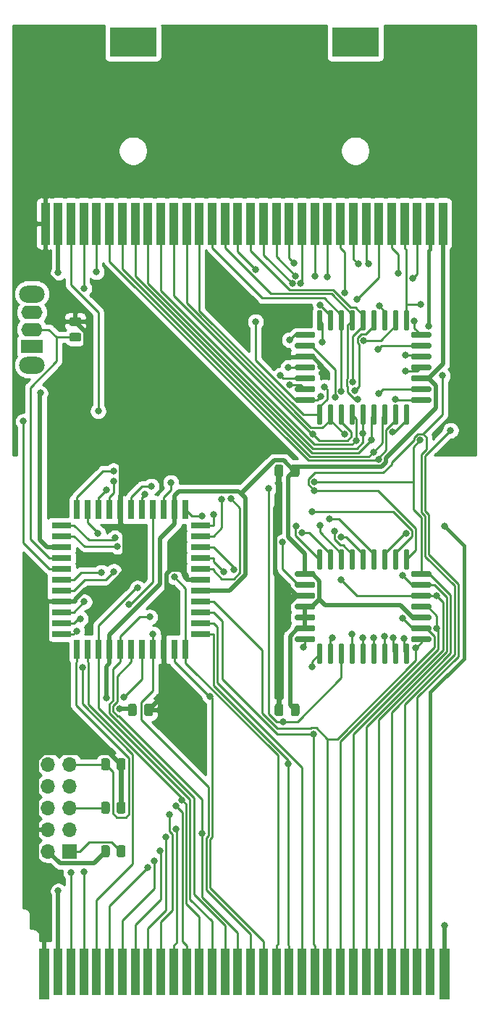
<source format=gtl>
%TF.GenerationSoftware,KiCad,Pcbnew,(5.1.10-1-10_14)*%
%TF.CreationDate,2023-03-17T22:16:36+08:00*%
%TF.ProjectId,GB_MemoryBackup_Mainboard,47425f4d-656d-46f7-9279-4261636b7570,1.2*%
%TF.SameCoordinates,Original*%
%TF.FileFunction,Copper,L1,Top*%
%TF.FilePolarity,Positive*%
%FSLAX46Y46*%
G04 Gerber Fmt 4.6, Leading zero omitted, Abs format (unit mm)*
G04 Created by KiCad (PCBNEW (5.1.10-1-10_14)) date 2023-03-17 22:16:36*
%MOMM*%
%LPD*%
G01*
G04 APERTURE LIST*
%TA.AperFunction,ConnectorPad*%
%ADD10R,1.300000X6.000000*%
%TD*%
%TA.AperFunction,ConnectorPad*%
%ADD11R,1.000000X5.500000*%
%TD*%
%TA.AperFunction,SMDPad,CuDef*%
%ADD12R,0.760000X2.300000*%
%TD*%
%TA.AperFunction,SMDPad,CuDef*%
%ADD13R,2.300000X0.760000*%
%TD*%
%TA.AperFunction,ComponentPad*%
%ADD14O,3.000000X2.000000*%
%TD*%
%TA.AperFunction,ComponentPad*%
%ADD15O,2.500000X1.600000*%
%TD*%
%TA.AperFunction,ComponentPad*%
%ADD16R,2.500000X1.600000*%
%TD*%
%TA.AperFunction,ComponentPad*%
%ADD17R,1.700000X1.700000*%
%TD*%
%TA.AperFunction,ComponentPad*%
%ADD18O,1.700000X1.700000*%
%TD*%
%TA.AperFunction,SMDPad,CuDef*%
%ADD19R,5.500000X3.500000*%
%TD*%
%TA.AperFunction,SMDPad,CuDef*%
%ADD20R,1.000000X5.000000*%
%TD*%
%TA.AperFunction,ViaPad*%
%ADD21C,0.800000*%
%TD*%
%TA.AperFunction,Conductor*%
%ADD22C,0.500000*%
%TD*%
%TA.AperFunction,Conductor*%
%ADD23C,0.400000*%
%TD*%
%TA.AperFunction,Conductor*%
%ADD24C,0.250000*%
%TD*%
%TA.AperFunction,Conductor*%
%ADD25C,0.254000*%
%TD*%
%TA.AperFunction,Conductor*%
%ADD26C,0.100000*%
%TD*%
G04 APERTURE END LIST*
%TO.P,U2,32*%
%TO.N,+5V*%
%TA.AperFunction,SMDPad,CuDef*%
G36*
G01*
X97757000Y-79685000D02*
X95667000Y-79685000D01*
G75*
G02*
X95512000Y-79530000I0J155000D01*
G01*
X95512000Y-79220000D01*
G75*
G02*
X95667000Y-79065000I155000J0D01*
G01*
X97757000Y-79065000D01*
G75*
G02*
X97912000Y-79220000I0J-155000D01*
G01*
X97912000Y-79530000D01*
G75*
G02*
X97757000Y-79685000I-155000J0D01*
G01*
G37*
%TD.AperFunction*%
%TO.P,U2,31*%
%TO.N,/~AWR*%
%TA.AperFunction,SMDPad,CuDef*%
G36*
G01*
X97757000Y-78415000D02*
X95667000Y-78415000D01*
G75*
G02*
X95512000Y-78260000I0J155000D01*
G01*
X95512000Y-77950000D01*
G75*
G02*
X95667000Y-77795000I155000J0D01*
G01*
X97757000Y-77795000D01*
G75*
G02*
X97912000Y-77950000I0J-155000D01*
G01*
X97912000Y-78260000D01*
G75*
G02*
X97757000Y-78415000I-155000J0D01*
G01*
G37*
%TD.AperFunction*%
%TO.P,U2,30*%
%TO.N,/F040_A17*%
%TA.AperFunction,SMDPad,CuDef*%
G36*
G01*
X97757000Y-77145000D02*
X95667000Y-77145000D01*
G75*
G02*
X95512000Y-76990000I0J155000D01*
G01*
X95512000Y-76680000D01*
G75*
G02*
X95667000Y-76525000I155000J0D01*
G01*
X97757000Y-76525000D01*
G75*
G02*
X97912000Y-76680000I0J-155000D01*
G01*
X97912000Y-76990000D01*
G75*
G02*
X97757000Y-77145000I-155000J0D01*
G01*
G37*
%TD.AperFunction*%
%TO.P,U2,29*%
%TO.N,/F040_A14*%
%TA.AperFunction,SMDPad,CuDef*%
G36*
G01*
X98580000Y-76342000D02*
X98270000Y-76342000D01*
G75*
G02*
X98115000Y-76187000I0J155000D01*
G01*
X98115000Y-74097000D01*
G75*
G02*
X98270000Y-73942000I155000J0D01*
G01*
X98580000Y-73942000D01*
G75*
G02*
X98735000Y-74097000I0J-155000D01*
G01*
X98735000Y-76187000D01*
G75*
G02*
X98580000Y-76342000I-155000J0D01*
G01*
G37*
%TD.AperFunction*%
%TO.P,U2,28*%
%TO.N,/AA13*%
%TA.AperFunction,SMDPad,CuDef*%
G36*
G01*
X99850000Y-76342000D02*
X99540000Y-76342000D01*
G75*
G02*
X99385000Y-76187000I0J155000D01*
G01*
X99385000Y-74097000D01*
G75*
G02*
X99540000Y-73942000I155000J0D01*
G01*
X99850000Y-73942000D01*
G75*
G02*
X100005000Y-74097000I0J-155000D01*
G01*
X100005000Y-76187000D01*
G75*
G02*
X99850000Y-76342000I-155000J0D01*
G01*
G37*
%TD.AperFunction*%
%TO.P,U2,27*%
%TO.N,/AA8*%
%TA.AperFunction,SMDPad,CuDef*%
G36*
G01*
X101120000Y-76342000D02*
X100810000Y-76342000D01*
G75*
G02*
X100655000Y-76187000I0J155000D01*
G01*
X100655000Y-74097000D01*
G75*
G02*
X100810000Y-73942000I155000J0D01*
G01*
X101120000Y-73942000D01*
G75*
G02*
X101275000Y-74097000I0J-155000D01*
G01*
X101275000Y-76187000D01*
G75*
G02*
X101120000Y-76342000I-155000J0D01*
G01*
G37*
%TD.AperFunction*%
%TO.P,U2,26*%
%TO.N,/AA9*%
%TA.AperFunction,SMDPad,CuDef*%
G36*
G01*
X102390000Y-76342000D02*
X102080000Y-76342000D01*
G75*
G02*
X101925000Y-76187000I0J155000D01*
G01*
X101925000Y-74097000D01*
G75*
G02*
X102080000Y-73942000I155000J0D01*
G01*
X102390000Y-73942000D01*
G75*
G02*
X102545000Y-74097000I0J-155000D01*
G01*
X102545000Y-76187000D01*
G75*
G02*
X102390000Y-76342000I-155000J0D01*
G01*
G37*
%TD.AperFunction*%
%TO.P,U2,25*%
%TO.N,/AA11*%
%TA.AperFunction,SMDPad,CuDef*%
G36*
G01*
X103660000Y-76342000D02*
X103350000Y-76342000D01*
G75*
G02*
X103195000Y-76187000I0J155000D01*
G01*
X103195000Y-74097000D01*
G75*
G02*
X103350000Y-73942000I155000J0D01*
G01*
X103660000Y-73942000D01*
G75*
G02*
X103815000Y-74097000I0J-155000D01*
G01*
X103815000Y-76187000D01*
G75*
G02*
X103660000Y-76342000I-155000J0D01*
G01*
G37*
%TD.AperFunction*%
%TO.P,U2,24*%
%TO.N,/~ARD*%
%TA.AperFunction,SMDPad,CuDef*%
G36*
G01*
X104930000Y-76342000D02*
X104620000Y-76342000D01*
G75*
G02*
X104465000Y-76187000I0J155000D01*
G01*
X104465000Y-74097000D01*
G75*
G02*
X104620000Y-73942000I155000J0D01*
G01*
X104930000Y-73942000D01*
G75*
G02*
X105085000Y-74097000I0J-155000D01*
G01*
X105085000Y-76187000D01*
G75*
G02*
X104930000Y-76342000I-155000J0D01*
G01*
G37*
%TD.AperFunction*%
%TO.P,U2,23*%
%TO.N,/AA10*%
%TA.AperFunction,SMDPad,CuDef*%
G36*
G01*
X106200000Y-76342000D02*
X105890000Y-76342000D01*
G75*
G02*
X105735000Y-76187000I0J155000D01*
G01*
X105735000Y-74097000D01*
G75*
G02*
X105890000Y-73942000I155000J0D01*
G01*
X106200000Y-73942000D01*
G75*
G02*
X106355000Y-74097000I0J-155000D01*
G01*
X106355000Y-76187000D01*
G75*
G02*
X106200000Y-76342000I-155000J0D01*
G01*
G37*
%TD.AperFunction*%
%TO.P,U2,22*%
%TO.N,/~F_CE_040*%
%TA.AperFunction,SMDPad,CuDef*%
G36*
G01*
X107470000Y-76342000D02*
X107160000Y-76342000D01*
G75*
G02*
X107005000Y-76187000I0J155000D01*
G01*
X107005000Y-74097000D01*
G75*
G02*
X107160000Y-73942000I155000J0D01*
G01*
X107470000Y-73942000D01*
G75*
G02*
X107625000Y-74097000I0J-155000D01*
G01*
X107625000Y-76187000D01*
G75*
G02*
X107470000Y-76342000I-155000J0D01*
G01*
G37*
%TD.AperFunction*%
%TO.P,U2,21*%
%TO.N,/AD7*%
%TA.AperFunction,SMDPad,CuDef*%
G36*
G01*
X108740000Y-76342000D02*
X108430000Y-76342000D01*
G75*
G02*
X108275000Y-76187000I0J155000D01*
G01*
X108275000Y-74097000D01*
G75*
G02*
X108430000Y-73942000I155000J0D01*
G01*
X108740000Y-73942000D01*
G75*
G02*
X108895000Y-74097000I0J-155000D01*
G01*
X108895000Y-76187000D01*
G75*
G02*
X108740000Y-76342000I-155000J0D01*
G01*
G37*
%TD.AperFunction*%
%TO.P,U2,20*%
%TO.N,/AD6*%
%TA.AperFunction,SMDPad,CuDef*%
G36*
G01*
X111343000Y-77145000D02*
X109253000Y-77145000D01*
G75*
G02*
X109098000Y-76990000I0J155000D01*
G01*
X109098000Y-76680000D01*
G75*
G02*
X109253000Y-76525000I155000J0D01*
G01*
X111343000Y-76525000D01*
G75*
G02*
X111498000Y-76680000I0J-155000D01*
G01*
X111498000Y-76990000D01*
G75*
G02*
X111343000Y-77145000I-155000J0D01*
G01*
G37*
%TD.AperFunction*%
%TO.P,U2,19*%
%TO.N,/AD5*%
%TA.AperFunction,SMDPad,CuDef*%
G36*
G01*
X111343000Y-78415000D02*
X109253000Y-78415000D01*
G75*
G02*
X109098000Y-78260000I0J155000D01*
G01*
X109098000Y-77950000D01*
G75*
G02*
X109253000Y-77795000I155000J0D01*
G01*
X111343000Y-77795000D01*
G75*
G02*
X111498000Y-77950000I0J-155000D01*
G01*
X111498000Y-78260000D01*
G75*
G02*
X111343000Y-78415000I-155000J0D01*
G01*
G37*
%TD.AperFunction*%
%TO.P,U2,18*%
%TO.N,/AD4*%
%TA.AperFunction,SMDPad,CuDef*%
G36*
G01*
X111343000Y-79685000D02*
X109253000Y-79685000D01*
G75*
G02*
X109098000Y-79530000I0J155000D01*
G01*
X109098000Y-79220000D01*
G75*
G02*
X109253000Y-79065000I155000J0D01*
G01*
X111343000Y-79065000D01*
G75*
G02*
X111498000Y-79220000I0J-155000D01*
G01*
X111498000Y-79530000D01*
G75*
G02*
X111343000Y-79685000I-155000J0D01*
G01*
G37*
%TD.AperFunction*%
%TO.P,U2,17*%
%TO.N,/AD3*%
%TA.AperFunction,SMDPad,CuDef*%
G36*
G01*
X111343000Y-80955000D02*
X109253000Y-80955000D01*
G75*
G02*
X109098000Y-80800000I0J155000D01*
G01*
X109098000Y-80490000D01*
G75*
G02*
X109253000Y-80335000I155000J0D01*
G01*
X111343000Y-80335000D01*
G75*
G02*
X111498000Y-80490000I0J-155000D01*
G01*
X111498000Y-80800000D01*
G75*
G02*
X111343000Y-80955000I-155000J0D01*
G01*
G37*
%TD.AperFunction*%
%TO.P,U2,16*%
%TO.N,GND*%
%TA.AperFunction,SMDPad,CuDef*%
G36*
G01*
X111343000Y-82225000D02*
X109253000Y-82225000D01*
G75*
G02*
X109098000Y-82070000I0J155000D01*
G01*
X109098000Y-81760000D01*
G75*
G02*
X109253000Y-81605000I155000J0D01*
G01*
X111343000Y-81605000D01*
G75*
G02*
X111498000Y-81760000I0J-155000D01*
G01*
X111498000Y-82070000D01*
G75*
G02*
X111343000Y-82225000I-155000J0D01*
G01*
G37*
%TD.AperFunction*%
%TO.P,U2,15*%
%TO.N,/AD2*%
%TA.AperFunction,SMDPad,CuDef*%
G36*
G01*
X111343000Y-83495000D02*
X109253000Y-83495000D01*
G75*
G02*
X109098000Y-83340000I0J155000D01*
G01*
X109098000Y-83030000D01*
G75*
G02*
X109253000Y-82875000I155000J0D01*
G01*
X111343000Y-82875000D01*
G75*
G02*
X111498000Y-83030000I0J-155000D01*
G01*
X111498000Y-83340000D01*
G75*
G02*
X111343000Y-83495000I-155000J0D01*
G01*
G37*
%TD.AperFunction*%
%TO.P,U2,14*%
%TO.N,/AD1*%
%TA.AperFunction,SMDPad,CuDef*%
G36*
G01*
X111343000Y-84765000D02*
X109253000Y-84765000D01*
G75*
G02*
X109098000Y-84610000I0J155000D01*
G01*
X109098000Y-84300000D01*
G75*
G02*
X109253000Y-84145000I155000J0D01*
G01*
X111343000Y-84145000D01*
G75*
G02*
X111498000Y-84300000I0J-155000D01*
G01*
X111498000Y-84610000D01*
G75*
G02*
X111343000Y-84765000I-155000J0D01*
G01*
G37*
%TD.AperFunction*%
%TO.P,U2,13*%
%TO.N,/AD0*%
%TA.AperFunction,SMDPad,CuDef*%
G36*
G01*
X108740000Y-87348000D02*
X108430000Y-87348000D01*
G75*
G02*
X108275000Y-87193000I0J155000D01*
G01*
X108275000Y-85103000D01*
G75*
G02*
X108430000Y-84948000I155000J0D01*
G01*
X108740000Y-84948000D01*
G75*
G02*
X108895000Y-85103000I0J-155000D01*
G01*
X108895000Y-87193000D01*
G75*
G02*
X108740000Y-87348000I-155000J0D01*
G01*
G37*
%TD.AperFunction*%
%TO.P,U2,12*%
%TO.N,/AA0*%
%TA.AperFunction,SMDPad,CuDef*%
G36*
G01*
X107470000Y-87348000D02*
X107160000Y-87348000D01*
G75*
G02*
X107005000Y-87193000I0J155000D01*
G01*
X107005000Y-85103000D01*
G75*
G02*
X107160000Y-84948000I155000J0D01*
G01*
X107470000Y-84948000D01*
G75*
G02*
X107625000Y-85103000I0J-155000D01*
G01*
X107625000Y-87193000D01*
G75*
G02*
X107470000Y-87348000I-155000J0D01*
G01*
G37*
%TD.AperFunction*%
%TO.P,U2,11*%
%TO.N,/AA1*%
%TA.AperFunction,SMDPad,CuDef*%
G36*
G01*
X106200000Y-87348000D02*
X105890000Y-87348000D01*
G75*
G02*
X105735000Y-87193000I0J155000D01*
G01*
X105735000Y-85103000D01*
G75*
G02*
X105890000Y-84948000I155000J0D01*
G01*
X106200000Y-84948000D01*
G75*
G02*
X106355000Y-85103000I0J-155000D01*
G01*
X106355000Y-87193000D01*
G75*
G02*
X106200000Y-87348000I-155000J0D01*
G01*
G37*
%TD.AperFunction*%
%TO.P,U2,10*%
%TO.N,/AA2*%
%TA.AperFunction,SMDPad,CuDef*%
G36*
G01*
X104930000Y-87348000D02*
X104620000Y-87348000D01*
G75*
G02*
X104465000Y-87193000I0J155000D01*
G01*
X104465000Y-85103000D01*
G75*
G02*
X104620000Y-84948000I155000J0D01*
G01*
X104930000Y-84948000D01*
G75*
G02*
X105085000Y-85103000I0J-155000D01*
G01*
X105085000Y-87193000D01*
G75*
G02*
X104930000Y-87348000I-155000J0D01*
G01*
G37*
%TD.AperFunction*%
%TO.P,U2,9*%
%TO.N,/AA3*%
%TA.AperFunction,SMDPad,CuDef*%
G36*
G01*
X103660000Y-87348000D02*
X103350000Y-87348000D01*
G75*
G02*
X103195000Y-87193000I0J155000D01*
G01*
X103195000Y-85103000D01*
G75*
G02*
X103350000Y-84948000I155000J0D01*
G01*
X103660000Y-84948000D01*
G75*
G02*
X103815000Y-85103000I0J-155000D01*
G01*
X103815000Y-87193000D01*
G75*
G02*
X103660000Y-87348000I-155000J0D01*
G01*
G37*
%TD.AperFunction*%
%TO.P,U2,8*%
%TO.N,/AA4*%
%TA.AperFunction,SMDPad,CuDef*%
G36*
G01*
X102390000Y-87348000D02*
X102080000Y-87348000D01*
G75*
G02*
X101925000Y-87193000I0J155000D01*
G01*
X101925000Y-85103000D01*
G75*
G02*
X102080000Y-84948000I155000J0D01*
G01*
X102390000Y-84948000D01*
G75*
G02*
X102545000Y-85103000I0J-155000D01*
G01*
X102545000Y-87193000D01*
G75*
G02*
X102390000Y-87348000I-155000J0D01*
G01*
G37*
%TD.AperFunction*%
%TO.P,U2,7*%
%TO.N,/AA5*%
%TA.AperFunction,SMDPad,CuDef*%
G36*
G01*
X101120000Y-87348000D02*
X100810000Y-87348000D01*
G75*
G02*
X100655000Y-87193000I0J155000D01*
G01*
X100655000Y-85103000D01*
G75*
G02*
X100810000Y-84948000I155000J0D01*
G01*
X101120000Y-84948000D01*
G75*
G02*
X101275000Y-85103000I0J-155000D01*
G01*
X101275000Y-87193000D01*
G75*
G02*
X101120000Y-87348000I-155000J0D01*
G01*
G37*
%TD.AperFunction*%
%TO.P,U2,6*%
%TO.N,/AA6*%
%TA.AperFunction,SMDPad,CuDef*%
G36*
G01*
X99850000Y-87348000D02*
X99540000Y-87348000D01*
G75*
G02*
X99385000Y-87193000I0J155000D01*
G01*
X99385000Y-85103000D01*
G75*
G02*
X99540000Y-84948000I155000J0D01*
G01*
X99850000Y-84948000D01*
G75*
G02*
X100005000Y-85103000I0J-155000D01*
G01*
X100005000Y-87193000D01*
G75*
G02*
X99850000Y-87348000I-155000J0D01*
G01*
G37*
%TD.AperFunction*%
%TO.P,U2,5*%
%TO.N,/AA7*%
%TA.AperFunction,SMDPad,CuDef*%
G36*
G01*
X98580000Y-87348000D02*
X98270000Y-87348000D01*
G75*
G02*
X98115000Y-87193000I0J155000D01*
G01*
X98115000Y-85103000D01*
G75*
G02*
X98270000Y-84948000I155000J0D01*
G01*
X98580000Y-84948000D01*
G75*
G02*
X98735000Y-85103000I0J-155000D01*
G01*
X98735000Y-87193000D01*
G75*
G02*
X98580000Y-87348000I-155000J0D01*
G01*
G37*
%TD.AperFunction*%
%TO.P,U2,4*%
%TO.N,/AA12*%
%TA.AperFunction,SMDPad,CuDef*%
G36*
G01*
X97757000Y-84765000D02*
X95667000Y-84765000D01*
G75*
G02*
X95512000Y-84610000I0J155000D01*
G01*
X95512000Y-84300000D01*
G75*
G02*
X95667000Y-84145000I155000J0D01*
G01*
X97757000Y-84145000D01*
G75*
G02*
X97912000Y-84300000I0J-155000D01*
G01*
X97912000Y-84610000D01*
G75*
G02*
X97757000Y-84765000I-155000J0D01*
G01*
G37*
%TD.AperFunction*%
%TO.P,U2,3*%
%TO.N,/F040_A15*%
%TA.AperFunction,SMDPad,CuDef*%
G36*
G01*
X97757000Y-83495000D02*
X95667000Y-83495000D01*
G75*
G02*
X95512000Y-83340000I0J155000D01*
G01*
X95512000Y-83030000D01*
G75*
G02*
X95667000Y-82875000I155000J0D01*
G01*
X97757000Y-82875000D01*
G75*
G02*
X97912000Y-83030000I0J-155000D01*
G01*
X97912000Y-83340000D01*
G75*
G02*
X97757000Y-83495000I-155000J0D01*
G01*
G37*
%TD.AperFunction*%
%TO.P,U2,2*%
%TO.N,/F040_A16*%
%TA.AperFunction,SMDPad,CuDef*%
G36*
G01*
X97757000Y-82225000D02*
X95667000Y-82225000D01*
G75*
G02*
X95512000Y-82070000I0J155000D01*
G01*
X95512000Y-81760000D01*
G75*
G02*
X95667000Y-81605000I155000J0D01*
G01*
X97757000Y-81605000D01*
G75*
G02*
X97912000Y-81760000I0J-155000D01*
G01*
X97912000Y-82070000D01*
G75*
G02*
X97757000Y-82225000I-155000J0D01*
G01*
G37*
%TD.AperFunction*%
%TO.P,U2,1*%
%TO.N,/F040_A18*%
%TA.AperFunction,SMDPad,CuDef*%
G36*
G01*
X97757000Y-80955000D02*
X95667000Y-80955000D01*
G75*
G02*
X95512000Y-80800000I0J155000D01*
G01*
X95512000Y-80490000D01*
G75*
G02*
X95667000Y-80335000I155000J0D01*
G01*
X97757000Y-80335000D01*
G75*
G02*
X97912000Y-80490000I0J-155000D01*
G01*
X97912000Y-80800000D01*
G75*
G02*
X97757000Y-80955000I-155000J0D01*
G01*
G37*
%TD.AperFunction*%
%TD*%
%TO.P,U1,32*%
%TO.N,+5V*%
%TA.AperFunction,SMDPad,CuDef*%
G36*
G01*
X97757000Y-107625000D02*
X95667000Y-107625000D01*
G75*
G02*
X95512000Y-107470000I0J155000D01*
G01*
X95512000Y-107160000D01*
G75*
G02*
X95667000Y-107005000I155000J0D01*
G01*
X97757000Y-107005000D01*
G75*
G02*
X97912000Y-107160000I0J-155000D01*
G01*
X97912000Y-107470000D01*
G75*
G02*
X97757000Y-107625000I-155000J0D01*
G01*
G37*
%TD.AperFunction*%
%TO.P,U1,31*%
%TO.N,/~AWR*%
%TA.AperFunction,SMDPad,CuDef*%
G36*
G01*
X97757000Y-106355000D02*
X95667000Y-106355000D01*
G75*
G02*
X95512000Y-106200000I0J155000D01*
G01*
X95512000Y-105890000D01*
G75*
G02*
X95667000Y-105735000I155000J0D01*
G01*
X97757000Y-105735000D01*
G75*
G02*
X97912000Y-105890000I0J-155000D01*
G01*
X97912000Y-106200000D01*
G75*
G02*
X97757000Y-106355000I-155000J0D01*
G01*
G37*
%TD.AperFunction*%
%TO.P,U1,30*%
%TO.N,GND*%
%TA.AperFunction,SMDPad,CuDef*%
G36*
G01*
X97757000Y-105085000D02*
X95667000Y-105085000D01*
G75*
G02*
X95512000Y-104930000I0J155000D01*
G01*
X95512000Y-104620000D01*
G75*
G02*
X95667000Y-104465000I155000J0D01*
G01*
X97757000Y-104465000D01*
G75*
G02*
X97912000Y-104620000I0J-155000D01*
G01*
X97912000Y-104930000D01*
G75*
G02*
X97757000Y-105085000I-155000J0D01*
G01*
G37*
%TD.AperFunction*%
%TO.P,U1,29*%
%TO.N,/F010_A14*%
%TA.AperFunction,SMDPad,CuDef*%
G36*
G01*
X98580000Y-104282000D02*
X98270000Y-104282000D01*
G75*
G02*
X98115000Y-104127000I0J155000D01*
G01*
X98115000Y-102037000D01*
G75*
G02*
X98270000Y-101882000I155000J0D01*
G01*
X98580000Y-101882000D01*
G75*
G02*
X98735000Y-102037000I0J-155000D01*
G01*
X98735000Y-104127000D01*
G75*
G02*
X98580000Y-104282000I-155000J0D01*
G01*
G37*
%TD.AperFunction*%
%TO.P,U1,28*%
%TO.N,/AA13*%
%TA.AperFunction,SMDPad,CuDef*%
G36*
G01*
X99850000Y-104282000D02*
X99540000Y-104282000D01*
G75*
G02*
X99385000Y-104127000I0J155000D01*
G01*
X99385000Y-102037000D01*
G75*
G02*
X99540000Y-101882000I155000J0D01*
G01*
X99850000Y-101882000D01*
G75*
G02*
X100005000Y-102037000I0J-155000D01*
G01*
X100005000Y-104127000D01*
G75*
G02*
X99850000Y-104282000I-155000J0D01*
G01*
G37*
%TD.AperFunction*%
%TO.P,U1,27*%
%TO.N,/AA8*%
%TA.AperFunction,SMDPad,CuDef*%
G36*
G01*
X101120000Y-104282000D02*
X100810000Y-104282000D01*
G75*
G02*
X100655000Y-104127000I0J155000D01*
G01*
X100655000Y-102037000D01*
G75*
G02*
X100810000Y-101882000I155000J0D01*
G01*
X101120000Y-101882000D01*
G75*
G02*
X101275000Y-102037000I0J-155000D01*
G01*
X101275000Y-104127000D01*
G75*
G02*
X101120000Y-104282000I-155000J0D01*
G01*
G37*
%TD.AperFunction*%
%TO.P,U1,26*%
%TO.N,/AA9*%
%TA.AperFunction,SMDPad,CuDef*%
G36*
G01*
X102390000Y-104282000D02*
X102080000Y-104282000D01*
G75*
G02*
X101925000Y-104127000I0J155000D01*
G01*
X101925000Y-102037000D01*
G75*
G02*
X102080000Y-101882000I155000J0D01*
G01*
X102390000Y-101882000D01*
G75*
G02*
X102545000Y-102037000I0J-155000D01*
G01*
X102545000Y-104127000D01*
G75*
G02*
X102390000Y-104282000I-155000J0D01*
G01*
G37*
%TD.AperFunction*%
%TO.P,U1,25*%
%TO.N,/AA11*%
%TA.AperFunction,SMDPad,CuDef*%
G36*
G01*
X103660000Y-104282000D02*
X103350000Y-104282000D01*
G75*
G02*
X103195000Y-104127000I0J155000D01*
G01*
X103195000Y-102037000D01*
G75*
G02*
X103350000Y-101882000I155000J0D01*
G01*
X103660000Y-101882000D01*
G75*
G02*
X103815000Y-102037000I0J-155000D01*
G01*
X103815000Y-104127000D01*
G75*
G02*
X103660000Y-104282000I-155000J0D01*
G01*
G37*
%TD.AperFunction*%
%TO.P,U1,24*%
%TO.N,/~ARD*%
%TA.AperFunction,SMDPad,CuDef*%
G36*
G01*
X104930000Y-104282000D02*
X104620000Y-104282000D01*
G75*
G02*
X104465000Y-104127000I0J155000D01*
G01*
X104465000Y-102037000D01*
G75*
G02*
X104620000Y-101882000I155000J0D01*
G01*
X104930000Y-101882000D01*
G75*
G02*
X105085000Y-102037000I0J-155000D01*
G01*
X105085000Y-104127000D01*
G75*
G02*
X104930000Y-104282000I-155000J0D01*
G01*
G37*
%TD.AperFunction*%
%TO.P,U1,23*%
%TO.N,/AA10*%
%TA.AperFunction,SMDPad,CuDef*%
G36*
G01*
X106200000Y-104282000D02*
X105890000Y-104282000D01*
G75*
G02*
X105735000Y-104127000I0J155000D01*
G01*
X105735000Y-102037000D01*
G75*
G02*
X105890000Y-101882000I155000J0D01*
G01*
X106200000Y-101882000D01*
G75*
G02*
X106355000Y-102037000I0J-155000D01*
G01*
X106355000Y-104127000D01*
G75*
G02*
X106200000Y-104282000I-155000J0D01*
G01*
G37*
%TD.AperFunction*%
%TO.P,U1,22*%
%TO.N,/~F_CE_010*%
%TA.AperFunction,SMDPad,CuDef*%
G36*
G01*
X107470000Y-104282000D02*
X107160000Y-104282000D01*
G75*
G02*
X107005000Y-104127000I0J155000D01*
G01*
X107005000Y-102037000D01*
G75*
G02*
X107160000Y-101882000I155000J0D01*
G01*
X107470000Y-101882000D01*
G75*
G02*
X107625000Y-102037000I0J-155000D01*
G01*
X107625000Y-104127000D01*
G75*
G02*
X107470000Y-104282000I-155000J0D01*
G01*
G37*
%TD.AperFunction*%
%TO.P,U1,21*%
%TO.N,/AD7*%
%TA.AperFunction,SMDPad,CuDef*%
G36*
G01*
X108740000Y-104282000D02*
X108430000Y-104282000D01*
G75*
G02*
X108275000Y-104127000I0J155000D01*
G01*
X108275000Y-102037000D01*
G75*
G02*
X108430000Y-101882000I155000J0D01*
G01*
X108740000Y-101882000D01*
G75*
G02*
X108895000Y-102037000I0J-155000D01*
G01*
X108895000Y-104127000D01*
G75*
G02*
X108740000Y-104282000I-155000J0D01*
G01*
G37*
%TD.AperFunction*%
%TO.P,U1,20*%
%TO.N,/AD6*%
%TA.AperFunction,SMDPad,CuDef*%
G36*
G01*
X111343000Y-105085000D02*
X109253000Y-105085000D01*
G75*
G02*
X109098000Y-104930000I0J155000D01*
G01*
X109098000Y-104620000D01*
G75*
G02*
X109253000Y-104465000I155000J0D01*
G01*
X111343000Y-104465000D01*
G75*
G02*
X111498000Y-104620000I0J-155000D01*
G01*
X111498000Y-104930000D01*
G75*
G02*
X111343000Y-105085000I-155000J0D01*
G01*
G37*
%TD.AperFunction*%
%TO.P,U1,19*%
%TO.N,/AD5*%
%TA.AperFunction,SMDPad,CuDef*%
G36*
G01*
X111343000Y-106355000D02*
X109253000Y-106355000D01*
G75*
G02*
X109098000Y-106200000I0J155000D01*
G01*
X109098000Y-105890000D01*
G75*
G02*
X109253000Y-105735000I155000J0D01*
G01*
X111343000Y-105735000D01*
G75*
G02*
X111498000Y-105890000I0J-155000D01*
G01*
X111498000Y-106200000D01*
G75*
G02*
X111343000Y-106355000I-155000J0D01*
G01*
G37*
%TD.AperFunction*%
%TO.P,U1,18*%
%TO.N,/AD4*%
%TA.AperFunction,SMDPad,CuDef*%
G36*
G01*
X111343000Y-107625000D02*
X109253000Y-107625000D01*
G75*
G02*
X109098000Y-107470000I0J155000D01*
G01*
X109098000Y-107160000D01*
G75*
G02*
X109253000Y-107005000I155000J0D01*
G01*
X111343000Y-107005000D01*
G75*
G02*
X111498000Y-107160000I0J-155000D01*
G01*
X111498000Y-107470000D01*
G75*
G02*
X111343000Y-107625000I-155000J0D01*
G01*
G37*
%TD.AperFunction*%
%TO.P,U1,17*%
%TO.N,/AD3*%
%TA.AperFunction,SMDPad,CuDef*%
G36*
G01*
X111343000Y-108895000D02*
X109253000Y-108895000D01*
G75*
G02*
X109098000Y-108740000I0J155000D01*
G01*
X109098000Y-108430000D01*
G75*
G02*
X109253000Y-108275000I155000J0D01*
G01*
X111343000Y-108275000D01*
G75*
G02*
X111498000Y-108430000I0J-155000D01*
G01*
X111498000Y-108740000D01*
G75*
G02*
X111343000Y-108895000I-155000J0D01*
G01*
G37*
%TD.AperFunction*%
%TO.P,U1,16*%
%TO.N,GND*%
%TA.AperFunction,SMDPad,CuDef*%
G36*
G01*
X111343000Y-110165000D02*
X109253000Y-110165000D01*
G75*
G02*
X109098000Y-110010000I0J155000D01*
G01*
X109098000Y-109700000D01*
G75*
G02*
X109253000Y-109545000I155000J0D01*
G01*
X111343000Y-109545000D01*
G75*
G02*
X111498000Y-109700000I0J-155000D01*
G01*
X111498000Y-110010000D01*
G75*
G02*
X111343000Y-110165000I-155000J0D01*
G01*
G37*
%TD.AperFunction*%
%TO.P,U1,15*%
%TO.N,/AD2*%
%TA.AperFunction,SMDPad,CuDef*%
G36*
G01*
X111343000Y-111435000D02*
X109253000Y-111435000D01*
G75*
G02*
X109098000Y-111280000I0J155000D01*
G01*
X109098000Y-110970000D01*
G75*
G02*
X109253000Y-110815000I155000J0D01*
G01*
X111343000Y-110815000D01*
G75*
G02*
X111498000Y-110970000I0J-155000D01*
G01*
X111498000Y-111280000D01*
G75*
G02*
X111343000Y-111435000I-155000J0D01*
G01*
G37*
%TD.AperFunction*%
%TO.P,U1,14*%
%TO.N,/AD1*%
%TA.AperFunction,SMDPad,CuDef*%
G36*
G01*
X111343000Y-112705000D02*
X109253000Y-112705000D01*
G75*
G02*
X109098000Y-112550000I0J155000D01*
G01*
X109098000Y-112240000D01*
G75*
G02*
X109253000Y-112085000I155000J0D01*
G01*
X111343000Y-112085000D01*
G75*
G02*
X111498000Y-112240000I0J-155000D01*
G01*
X111498000Y-112550000D01*
G75*
G02*
X111343000Y-112705000I-155000J0D01*
G01*
G37*
%TD.AperFunction*%
%TO.P,U1,13*%
%TO.N,/AD0*%
%TA.AperFunction,SMDPad,CuDef*%
G36*
G01*
X108740000Y-115288000D02*
X108430000Y-115288000D01*
G75*
G02*
X108275000Y-115133000I0J155000D01*
G01*
X108275000Y-113043000D01*
G75*
G02*
X108430000Y-112888000I155000J0D01*
G01*
X108740000Y-112888000D01*
G75*
G02*
X108895000Y-113043000I0J-155000D01*
G01*
X108895000Y-115133000D01*
G75*
G02*
X108740000Y-115288000I-155000J0D01*
G01*
G37*
%TD.AperFunction*%
%TO.P,U1,12*%
%TO.N,/AA0*%
%TA.AperFunction,SMDPad,CuDef*%
G36*
G01*
X107470000Y-115288000D02*
X107160000Y-115288000D01*
G75*
G02*
X107005000Y-115133000I0J155000D01*
G01*
X107005000Y-113043000D01*
G75*
G02*
X107160000Y-112888000I155000J0D01*
G01*
X107470000Y-112888000D01*
G75*
G02*
X107625000Y-113043000I0J-155000D01*
G01*
X107625000Y-115133000D01*
G75*
G02*
X107470000Y-115288000I-155000J0D01*
G01*
G37*
%TD.AperFunction*%
%TO.P,U1,11*%
%TO.N,/AA1*%
%TA.AperFunction,SMDPad,CuDef*%
G36*
G01*
X106200000Y-115288000D02*
X105890000Y-115288000D01*
G75*
G02*
X105735000Y-115133000I0J155000D01*
G01*
X105735000Y-113043000D01*
G75*
G02*
X105890000Y-112888000I155000J0D01*
G01*
X106200000Y-112888000D01*
G75*
G02*
X106355000Y-113043000I0J-155000D01*
G01*
X106355000Y-115133000D01*
G75*
G02*
X106200000Y-115288000I-155000J0D01*
G01*
G37*
%TD.AperFunction*%
%TO.P,U1,10*%
%TO.N,/AA2*%
%TA.AperFunction,SMDPad,CuDef*%
G36*
G01*
X104930000Y-115288000D02*
X104620000Y-115288000D01*
G75*
G02*
X104465000Y-115133000I0J155000D01*
G01*
X104465000Y-113043000D01*
G75*
G02*
X104620000Y-112888000I155000J0D01*
G01*
X104930000Y-112888000D01*
G75*
G02*
X105085000Y-113043000I0J-155000D01*
G01*
X105085000Y-115133000D01*
G75*
G02*
X104930000Y-115288000I-155000J0D01*
G01*
G37*
%TD.AperFunction*%
%TO.P,U1,9*%
%TO.N,/AA3*%
%TA.AperFunction,SMDPad,CuDef*%
G36*
G01*
X103660000Y-115288000D02*
X103350000Y-115288000D01*
G75*
G02*
X103195000Y-115133000I0J155000D01*
G01*
X103195000Y-113043000D01*
G75*
G02*
X103350000Y-112888000I155000J0D01*
G01*
X103660000Y-112888000D01*
G75*
G02*
X103815000Y-113043000I0J-155000D01*
G01*
X103815000Y-115133000D01*
G75*
G02*
X103660000Y-115288000I-155000J0D01*
G01*
G37*
%TD.AperFunction*%
%TO.P,U1,8*%
%TO.N,/AA4*%
%TA.AperFunction,SMDPad,CuDef*%
G36*
G01*
X102390000Y-115288000D02*
X102080000Y-115288000D01*
G75*
G02*
X101925000Y-115133000I0J155000D01*
G01*
X101925000Y-113043000D01*
G75*
G02*
X102080000Y-112888000I155000J0D01*
G01*
X102390000Y-112888000D01*
G75*
G02*
X102545000Y-113043000I0J-155000D01*
G01*
X102545000Y-115133000D01*
G75*
G02*
X102390000Y-115288000I-155000J0D01*
G01*
G37*
%TD.AperFunction*%
%TO.P,U1,7*%
%TO.N,/AA5*%
%TA.AperFunction,SMDPad,CuDef*%
G36*
G01*
X101120000Y-115288000D02*
X100810000Y-115288000D01*
G75*
G02*
X100655000Y-115133000I0J155000D01*
G01*
X100655000Y-113043000D01*
G75*
G02*
X100810000Y-112888000I155000J0D01*
G01*
X101120000Y-112888000D01*
G75*
G02*
X101275000Y-113043000I0J-155000D01*
G01*
X101275000Y-115133000D01*
G75*
G02*
X101120000Y-115288000I-155000J0D01*
G01*
G37*
%TD.AperFunction*%
%TO.P,U1,6*%
%TO.N,/AA6*%
%TA.AperFunction,SMDPad,CuDef*%
G36*
G01*
X99850000Y-115288000D02*
X99540000Y-115288000D01*
G75*
G02*
X99385000Y-115133000I0J155000D01*
G01*
X99385000Y-113043000D01*
G75*
G02*
X99540000Y-112888000I155000J0D01*
G01*
X99850000Y-112888000D01*
G75*
G02*
X100005000Y-113043000I0J-155000D01*
G01*
X100005000Y-115133000D01*
G75*
G02*
X99850000Y-115288000I-155000J0D01*
G01*
G37*
%TD.AperFunction*%
%TO.P,U1,5*%
%TO.N,/AA7*%
%TA.AperFunction,SMDPad,CuDef*%
G36*
G01*
X98580000Y-115288000D02*
X98270000Y-115288000D01*
G75*
G02*
X98115000Y-115133000I0J155000D01*
G01*
X98115000Y-113043000D01*
G75*
G02*
X98270000Y-112888000I155000J0D01*
G01*
X98580000Y-112888000D01*
G75*
G02*
X98735000Y-113043000I0J-155000D01*
G01*
X98735000Y-115133000D01*
G75*
G02*
X98580000Y-115288000I-155000J0D01*
G01*
G37*
%TD.AperFunction*%
%TO.P,U1,4*%
%TO.N,/AA12*%
%TA.AperFunction,SMDPad,CuDef*%
G36*
G01*
X97757000Y-112705000D02*
X95667000Y-112705000D01*
G75*
G02*
X95512000Y-112550000I0J155000D01*
G01*
X95512000Y-112240000D01*
G75*
G02*
X95667000Y-112085000I155000J0D01*
G01*
X97757000Y-112085000D01*
G75*
G02*
X97912000Y-112240000I0J-155000D01*
G01*
X97912000Y-112550000D01*
G75*
G02*
X97757000Y-112705000I-155000J0D01*
G01*
G37*
%TD.AperFunction*%
%TO.P,U1,3*%
%TO.N,GND*%
%TA.AperFunction,SMDPad,CuDef*%
G36*
G01*
X97757000Y-111435000D02*
X95667000Y-111435000D01*
G75*
G02*
X95512000Y-111280000I0J155000D01*
G01*
X95512000Y-110970000D01*
G75*
G02*
X95667000Y-110815000I155000J0D01*
G01*
X97757000Y-110815000D01*
G75*
G02*
X97912000Y-110970000I0J-155000D01*
G01*
X97912000Y-111280000D01*
G75*
G02*
X97757000Y-111435000I-155000J0D01*
G01*
G37*
%TD.AperFunction*%
%TO.P,U1,2*%
%TA.AperFunction,SMDPad,CuDef*%
G36*
G01*
X97757000Y-110165000D02*
X95667000Y-110165000D01*
G75*
G02*
X95512000Y-110010000I0J155000D01*
G01*
X95512000Y-109700000D01*
G75*
G02*
X95667000Y-109545000I155000J0D01*
G01*
X97757000Y-109545000D01*
G75*
G02*
X97912000Y-109700000I0J-155000D01*
G01*
X97912000Y-110010000D01*
G75*
G02*
X97757000Y-110165000I-155000J0D01*
G01*
G37*
%TD.AperFunction*%
%TO.P,U1,1*%
%TA.AperFunction,SMDPad,CuDef*%
G36*
G01*
X97757000Y-108895000D02*
X95667000Y-108895000D01*
G75*
G02*
X95512000Y-108740000I0J155000D01*
G01*
X95512000Y-108430000D01*
G75*
G02*
X95667000Y-108275000I155000J0D01*
G01*
X97757000Y-108275000D01*
G75*
G02*
X97912000Y-108430000I0J-155000D01*
G01*
X97912000Y-108740000D01*
G75*
G02*
X97757000Y-108895000I-155000J0D01*
G01*
G37*
%TD.AperFunction*%
%TD*%
D10*
%TO.P,J1,32*%
%TO.N,GND*%
X113000000Y-151500000D03*
D11*
%TO.P,J1,31*%
%TO.N,/AAudioIn*%
X111350000Y-151250000D03*
%TO.P,J1,30*%
%TO.N,/~ARST*%
X109850000Y-151250000D03*
%TO.P,J1,29*%
%TO.N,/AD7*%
X108350000Y-151250000D03*
%TO.P,J1,28*%
%TO.N,/AD6*%
X106850000Y-151250000D03*
%TO.P,J1,27*%
%TO.N,/AD5*%
X105350000Y-151250000D03*
%TO.P,J1,26*%
%TO.N,/AD4*%
X103850000Y-151250000D03*
%TO.P,J1,25*%
%TO.N,/AD3*%
X102350000Y-151250000D03*
%TO.P,J1,24*%
%TO.N,/AD2*%
X100850000Y-151250000D03*
%TO.P,J1,23*%
%TO.N,/AD1*%
X99350000Y-151250000D03*
%TO.P,J1,22*%
%TO.N,/AD0*%
X97850000Y-151250000D03*
%TO.P,J1,21*%
%TO.N,/AA15*%
X96350000Y-151250000D03*
%TO.P,J1,20*%
%TO.N,/AA14*%
X94850000Y-151250000D03*
%TO.P,J1,19*%
%TO.N,/AA13*%
X93350000Y-151250000D03*
%TO.P,J1,18*%
%TO.N,/AA12*%
X91850000Y-151250000D03*
%TO.P,J1,17*%
%TO.N,/AA11*%
X90350000Y-151250000D03*
%TO.P,J1,16*%
%TO.N,/AA10*%
X88850000Y-151250000D03*
%TO.P,J1,15*%
%TO.N,/AA9*%
X87350000Y-151250000D03*
%TO.P,J1,14*%
%TO.N,/AA8*%
X85850000Y-151250000D03*
%TO.P,J1,13*%
%TO.N,/AA7*%
X84350000Y-151250000D03*
%TO.P,J1,12*%
%TO.N,/AA6*%
X82850000Y-151250000D03*
%TO.P,J1,11*%
%TO.N,/AA5*%
X81350000Y-151250000D03*
%TO.P,J1,10*%
%TO.N,/AA4*%
X79850000Y-151250000D03*
%TO.P,J1,9*%
%TO.N,/AA3*%
X78350000Y-151250000D03*
%TO.P,J1,8*%
%TO.N,/AA2*%
X76850000Y-151250000D03*
%TO.P,J1,7*%
%TO.N,/AA1*%
X75350000Y-151250000D03*
%TO.P,J1,6*%
%TO.N,/AA0*%
X73850000Y-151250000D03*
%TO.P,J1,5*%
%TO.N,/~ASRAM_CS*%
X72350000Y-151250000D03*
%TO.P,J1,4*%
%TO.N,/~ARD*%
X70850000Y-151250000D03*
%TO.P,J1,3*%
%TO.N,/~AWR*%
X69350000Y-151250000D03*
%TO.P,J1,2*%
%TO.N,/ACLK*%
X67850000Y-151250000D03*
D10*
%TO.P,J1,1*%
%TO.N,+5V*%
X66200000Y-151500000D03*
%TD*%
D12*
%TO.P,U3,39*%
%TO.N,/~F_CE_040*%
X70040500Y-97260000D03*
%TO.P,U3,38*%
%TO.N,/TDO*%
X71310500Y-97260000D03*
%TO.P,U3,37*%
%TO.N,/F040_A18*%
X72580500Y-97260000D03*
%TO.P,U3,36*%
%TO.N,/F040_A17*%
X73850500Y-97260000D03*
%TO.P,U3,35*%
%TO.N,+5V*%
X75120500Y-97260000D03*
%TO.P,U3,34*%
%TO.N,/F040_A16*%
X76390500Y-97260000D03*
%TO.P,U3,33*%
%TO.N,/F040_A15*%
X77660500Y-97260000D03*
%TO.P,U3,32*%
%TO.N,/TCK*%
X78930500Y-97260000D03*
%TO.P,U3,31*%
%TO.N,/F040_A14*%
X80200500Y-97260000D03*
%TO.P,U3,30*%
%TO.N,GND*%
X81470500Y-97260000D03*
%TO.P,U3,29*%
%TO.N,/AD7*%
X82740500Y-97260000D03*
D13*
%TO.P,U3,28*%
%TO.N,/AD6*%
X84540500Y-99060000D03*
%TO.P,U3,27*%
%TO.N,/AD5*%
X84540500Y-100330000D03*
%TO.P,U3,26*%
%TO.N,/AD4*%
X84540500Y-101600000D03*
%TO.P,U3,25*%
%TO.N,/AD3*%
X84540500Y-102870000D03*
%TO.P,U3,24*%
%TO.N,/AD2*%
X84540500Y-104140000D03*
%TO.P,U3,23*%
%TO.N,+5V*%
X84540500Y-105410000D03*
%TO.P,U3,22*%
%TO.N,GND*%
X84540500Y-106680000D03*
%TO.P,U3,21*%
%TO.N,/AD1*%
X84540500Y-107950000D03*
%TO.P,U3,20*%
%TO.N,/AD0*%
X84540500Y-109220000D03*
%TO.P,U3,19*%
%TO.N,/AA15*%
X84540500Y-110490000D03*
%TO.P,U3,18*%
%TO.N,/AA14*%
X84540500Y-111760000D03*
D12*
%TO.P,U3,17*%
%TO.N,/AA13*%
X82740500Y-113560000D03*
%TO.P,U3,16*%
%TO.N,/AA12*%
X81470500Y-113560000D03*
%TO.P,U3,15*%
%TO.N,+5V*%
X80200500Y-113560000D03*
%TO.P,U3,14*%
%TO.N,/AA11*%
X78930500Y-113560000D03*
%TO.P,U3,13*%
%TO.N,/TMS*%
X77660500Y-113560000D03*
%TO.P,U3,12*%
%TO.N,/AA10*%
X76390500Y-113560000D03*
%TO.P,U3,11*%
%TO.N,/AA9*%
X75120500Y-113560000D03*
%TO.P,U3,10*%
%TO.N,GND*%
X73850500Y-113560000D03*
%TO.P,U3,9*%
%TO.N,/AA8*%
X72580500Y-113560000D03*
%TO.P,U3,8*%
%TO.N,/AA7*%
X71310500Y-113560000D03*
%TO.P,U3,7*%
%TO.N,/TDI*%
X70040500Y-113560000D03*
D13*
%TO.P,U3,40*%
%TO.N,/~F_CE_010*%
X68240500Y-99060000D03*
%TO.P,U3,41*%
%TO.N,/F010_A14*%
X68240500Y-100330000D03*
%TO.P,U3,42*%
%TO.N,GND*%
X68240500Y-101600000D03*
%TO.P,U3,43*%
%TO.N,/~SW_1*%
X68240500Y-102870000D03*
%TO.P,U3,44*%
%TO.N,/~ARST*%
X68240500Y-104140000D03*
%TO.P,U3,6*%
%TO.N,/~ARD_T*%
X68240500Y-111760000D03*
%TO.P,U3,5*%
%TO.N,/~AWR_T*%
X68240500Y-110490000D03*
%TO.P,U3,4*%
%TO.N,/AA15_T*%
X68240500Y-109220000D03*
%TO.P,U3,3*%
%TO.N,+5V*%
X68240500Y-107950000D03*
%TO.P,U3,2*%
%TO.N,/~ARD*%
X68240500Y-106680000D03*
%TO.P,U3,1*%
%TO.N,/~AWR*%
X68240500Y-105410000D03*
%TD*%
D14*
%TO.P,SW1,4*%
%TO.N,N/C*%
X64770000Y-72050000D03*
%TO.P,SW1,5*%
X64770000Y-80350000D03*
D15*
%TO.P,SW1,3*%
X64770000Y-74200000D03*
%TO.P,SW1,2*%
%TO.N,/~SW_1*%
X64770000Y-76200000D03*
D16*
%TO.P,SW1,1*%
%TO.N,GND*%
X64770000Y-78200000D03*
%TD*%
%TO.P,R13,2*%
%TO.N,/TCK*%
%TA.AperFunction,SMDPad,CuDef*%
G36*
G01*
X74695000Y-137610002D02*
X74695000Y-136709998D01*
G75*
G02*
X74944998Y-136460000I249998J0D01*
G01*
X75470002Y-136460000D01*
G75*
G02*
X75720000Y-136709998I0J-249998D01*
G01*
X75720000Y-137610002D01*
G75*
G02*
X75470002Y-137860000I-249998J0D01*
G01*
X74944998Y-137860000D01*
G75*
G02*
X74695000Y-137610002I0J249998D01*
G01*
G37*
%TD.AperFunction*%
%TO.P,R13,1*%
%TO.N,GND*%
%TA.AperFunction,SMDPad,CuDef*%
G36*
G01*
X72870000Y-137610002D02*
X72870000Y-136709998D01*
G75*
G02*
X73119998Y-136460000I249998J0D01*
G01*
X73645002Y-136460000D01*
G75*
G02*
X73895000Y-136709998I0J-249998D01*
G01*
X73895000Y-137610002D01*
G75*
G02*
X73645002Y-137860000I-249998J0D01*
G01*
X73119998Y-137860000D01*
G75*
G02*
X72870000Y-137610002I0J249998D01*
G01*
G37*
%TD.AperFunction*%
%TD*%
%TO.P,R12,2*%
%TO.N,+5V*%
%TA.AperFunction,SMDPad,CuDef*%
G36*
G01*
X74695000Y-127450002D02*
X74695000Y-126549998D01*
G75*
G02*
X74944998Y-126300000I249998J0D01*
G01*
X75470002Y-126300000D01*
G75*
G02*
X75720000Y-126549998I0J-249998D01*
G01*
X75720000Y-127450002D01*
G75*
G02*
X75470002Y-127700000I-249998J0D01*
G01*
X74944998Y-127700000D01*
G75*
G02*
X74695000Y-127450002I0J249998D01*
G01*
G37*
%TD.AperFunction*%
%TO.P,R12,1*%
%TO.N,/TDI*%
%TA.AperFunction,SMDPad,CuDef*%
G36*
G01*
X72870000Y-127450002D02*
X72870000Y-126549998D01*
G75*
G02*
X73119998Y-126300000I249998J0D01*
G01*
X73645002Y-126300000D01*
G75*
G02*
X73895000Y-126549998I0J-249998D01*
G01*
X73895000Y-127450002D01*
G75*
G02*
X73645002Y-127700000I-249998J0D01*
G01*
X73119998Y-127700000D01*
G75*
G02*
X72870000Y-127450002I0J249998D01*
G01*
G37*
%TD.AperFunction*%
%TD*%
%TO.P,R11,2*%
%TO.N,+5V*%
%TA.AperFunction,SMDPad,CuDef*%
G36*
G01*
X74695000Y-132530002D02*
X74695000Y-131629998D01*
G75*
G02*
X74944998Y-131380000I249998J0D01*
G01*
X75470002Y-131380000D01*
G75*
G02*
X75720000Y-131629998I0J-249998D01*
G01*
X75720000Y-132530002D01*
G75*
G02*
X75470002Y-132780000I-249998J0D01*
G01*
X74944998Y-132780000D01*
G75*
G02*
X74695000Y-132530002I0J249998D01*
G01*
G37*
%TD.AperFunction*%
%TO.P,R11,1*%
%TO.N,/TMS*%
%TA.AperFunction,SMDPad,CuDef*%
G36*
G01*
X72870000Y-132530002D02*
X72870000Y-131629998D01*
G75*
G02*
X73119998Y-131380000I249998J0D01*
G01*
X73645002Y-131380000D01*
G75*
G02*
X73895000Y-131629998I0J-249998D01*
G01*
X73895000Y-132530002D01*
G75*
G02*
X73645002Y-132780000I-249998J0D01*
G01*
X73119998Y-132780000D01*
G75*
G02*
X72870000Y-132530002I0J249998D01*
G01*
G37*
%TD.AperFunction*%
%TD*%
%TO.P,R1,2*%
%TO.N,/~SW_1*%
%TA.AperFunction,SMDPad,CuDef*%
G36*
G01*
X69399998Y-76600000D02*
X70300002Y-76600000D01*
G75*
G02*
X70550000Y-76849998I0J-249998D01*
G01*
X70550000Y-77375002D01*
G75*
G02*
X70300002Y-77625000I-249998J0D01*
G01*
X69399998Y-77625000D01*
G75*
G02*
X69150000Y-77375002I0J249998D01*
G01*
X69150000Y-76849998D01*
G75*
G02*
X69399998Y-76600000I249998J0D01*
G01*
G37*
%TD.AperFunction*%
%TO.P,R1,1*%
%TO.N,+5V*%
%TA.AperFunction,SMDPad,CuDef*%
G36*
G01*
X69399998Y-74775000D02*
X70300002Y-74775000D01*
G75*
G02*
X70550000Y-75024998I0J-249998D01*
G01*
X70550000Y-75550002D01*
G75*
G02*
X70300002Y-75800000I-249998J0D01*
G01*
X69399998Y-75800000D01*
G75*
G02*
X69150000Y-75550002I0J249998D01*
G01*
X69150000Y-75024998D01*
G75*
G02*
X69399998Y-74775000I249998J0D01*
G01*
G37*
%TD.AperFunction*%
%TD*%
D17*
%TO.P,J3,1*%
%TO.N,/TCK*%
X69215000Y-137160000D03*
D18*
%TO.P,J3,2*%
%TO.N,GND*%
X66675000Y-137160000D03*
%TO.P,J3,3*%
%TO.N,/TDO*%
X69215000Y-134620000D03*
%TO.P,J3,4*%
%TO.N,+5V*%
X66675000Y-134620000D03*
%TO.P,J3,5*%
%TO.N,/TMS*%
X69215000Y-132080000D03*
%TO.P,J3,6*%
%TO.N,N/C*%
X66675000Y-132080000D03*
%TO.P,J3,7*%
X69215000Y-129540000D03*
%TO.P,J3,8*%
X66675000Y-129540000D03*
%TO.P,J3,9*%
%TO.N,/TDI*%
X69215000Y-127000000D03*
%TO.P,J3,10*%
%TO.N,GND*%
X66675000Y-127000000D03*
%TD*%
D19*
%TO.P,J2,SHIELD_4*%
%TO.N,N/C*%
X102600000Y-42590000D03*
%TO.P,J2,SHIELD_3*%
X76600000Y-42590000D03*
D20*
%TO.P,J2,32*%
%TO.N,GND*%
X112850000Y-63840000D03*
%TO.P,J2,31*%
%TO.N,/AAudioIn*%
X111350000Y-63840000D03*
%TO.P,J2,30*%
%TO.N,/~ARST*%
X109850000Y-63840000D03*
%TO.P,J2,29*%
%TO.N,/AD7*%
X108350000Y-63840000D03*
%TO.P,J2,28*%
%TO.N,/AD6*%
X106850000Y-63840000D03*
%TO.P,J2,27*%
%TO.N,/AD5*%
X105350000Y-63840000D03*
%TO.P,J2,26*%
%TO.N,/AD4*%
X103850000Y-63840000D03*
%TO.P,J2,25*%
%TO.N,/AD3*%
X102350000Y-63840000D03*
%TO.P,J2,24*%
%TO.N,/AD2*%
X100850000Y-63840000D03*
%TO.P,J2,23*%
%TO.N,/AD1*%
X99350000Y-63840000D03*
%TO.P,J2,22*%
%TO.N,/AD0*%
X97850000Y-63840000D03*
%TO.P,J2,21*%
%TO.N,/AA15_T*%
X96350000Y-63840000D03*
%TO.P,J2,20*%
%TO.N,/AA14*%
X94850000Y-63840000D03*
%TO.P,J2,19*%
%TO.N,/AA13*%
X93350000Y-63840000D03*
%TO.P,J2,18*%
%TO.N,/AA12*%
X91850000Y-63840000D03*
%TO.P,J2,17*%
%TO.N,/AA11*%
X90350000Y-63840000D03*
%TO.P,J2,16*%
%TO.N,/AA10*%
X88850000Y-63840000D03*
%TO.P,J2,15*%
%TO.N,/AA9*%
X87350000Y-63840000D03*
%TO.P,J2,14*%
%TO.N,/AA8*%
X85850000Y-63840000D03*
%TO.P,J2,13*%
%TO.N,/AA7*%
X84350000Y-63840000D03*
%TO.P,J2,12*%
%TO.N,/AA6*%
X82850000Y-63840000D03*
%TO.P,J2,11*%
%TO.N,/AA5*%
X81350000Y-63840000D03*
%TO.P,J2,10*%
%TO.N,/AA4*%
X79850000Y-63840000D03*
%TO.P,J2,9*%
%TO.N,/AA3*%
X78350000Y-63840000D03*
%TO.P,J2,8*%
%TO.N,/AA2*%
X76850000Y-63840000D03*
%TO.P,J2,7*%
%TO.N,/AA1*%
X75350000Y-63840000D03*
%TO.P,J2,6*%
%TO.N,/AA0*%
X73850000Y-63840000D03*
%TO.P,J2,5*%
%TO.N,/~ASRAM_CS*%
X72350000Y-63840000D03*
%TO.P,J2,4*%
%TO.N,/~ARD_T*%
X70850000Y-63840000D03*
%TO.P,J2,3*%
%TO.N,/~AWR_T*%
X69350000Y-63840000D03*
%TO.P,J2,2*%
%TO.N,/ACLK*%
X67850000Y-63840000D03*
%TO.P,J2,1*%
%TO.N,+5V*%
X66350000Y-63840000D03*
%TD*%
%TO.P,C3,2*%
%TO.N,+5V*%
%TA.AperFunction,SMDPad,CuDef*%
G36*
G01*
X77920000Y-121125000D02*
X77920000Y-120175000D01*
G75*
G02*
X78170000Y-119925000I250000J0D01*
G01*
X78670000Y-119925000D01*
G75*
G02*
X78920000Y-120175000I0J-250000D01*
G01*
X78920000Y-121125000D01*
G75*
G02*
X78670000Y-121375000I-250000J0D01*
G01*
X78170000Y-121375000D01*
G75*
G02*
X77920000Y-121125000I0J250000D01*
G01*
G37*
%TD.AperFunction*%
%TO.P,C3,1*%
%TO.N,GND*%
%TA.AperFunction,SMDPad,CuDef*%
G36*
G01*
X76020000Y-121125000D02*
X76020000Y-120175000D01*
G75*
G02*
X76270000Y-119925000I250000J0D01*
G01*
X76770000Y-119925000D01*
G75*
G02*
X77020000Y-120175000I0J-250000D01*
G01*
X77020000Y-121125000D01*
G75*
G02*
X76770000Y-121375000I-250000J0D01*
G01*
X76270000Y-121375000D01*
G75*
G02*
X76020000Y-121125000I0J250000D01*
G01*
G37*
%TD.AperFunction*%
%TD*%
%TO.P,C2,2*%
%TO.N,+5V*%
%TA.AperFunction,SMDPad,CuDef*%
G36*
G01*
X94165000Y-92235000D02*
X94165000Y-93185000D01*
G75*
G02*
X93915000Y-93435000I-250000J0D01*
G01*
X93415000Y-93435000D01*
G75*
G02*
X93165000Y-93185000I0J250000D01*
G01*
X93165000Y-92235000D01*
G75*
G02*
X93415000Y-91985000I250000J0D01*
G01*
X93915000Y-91985000D01*
G75*
G02*
X94165000Y-92235000I0J-250000D01*
G01*
G37*
%TD.AperFunction*%
%TO.P,C2,1*%
%TO.N,GND*%
%TA.AperFunction,SMDPad,CuDef*%
G36*
G01*
X96065000Y-92235000D02*
X96065000Y-93185000D01*
G75*
G02*
X95815000Y-93435000I-250000J0D01*
G01*
X95315000Y-93435000D01*
G75*
G02*
X95065000Y-93185000I0J250000D01*
G01*
X95065000Y-92235000D01*
G75*
G02*
X95315000Y-91985000I250000J0D01*
G01*
X95815000Y-91985000D01*
G75*
G02*
X96065000Y-92235000I0J-250000D01*
G01*
G37*
%TD.AperFunction*%
%TD*%
%TO.P,C1,2*%
%TO.N,+5V*%
%TA.AperFunction,SMDPad,CuDef*%
G36*
G01*
X94165000Y-120175000D02*
X94165000Y-121125000D01*
G75*
G02*
X93915000Y-121375000I-250000J0D01*
G01*
X93415000Y-121375000D01*
G75*
G02*
X93165000Y-121125000I0J250000D01*
G01*
X93165000Y-120175000D01*
G75*
G02*
X93415000Y-119925000I250000J0D01*
G01*
X93915000Y-119925000D01*
G75*
G02*
X94165000Y-120175000I0J-250000D01*
G01*
G37*
%TD.AperFunction*%
%TO.P,C1,1*%
%TO.N,GND*%
%TA.AperFunction,SMDPad,CuDef*%
G36*
G01*
X96065000Y-120175000D02*
X96065000Y-121125000D01*
G75*
G02*
X95815000Y-121375000I-250000J0D01*
G01*
X95315000Y-121375000D01*
G75*
G02*
X95065000Y-121125000I0J250000D01*
G01*
X95065000Y-120175000D01*
G75*
G02*
X95315000Y-119925000I250000J0D01*
G01*
X95815000Y-119925000D01*
G75*
G02*
X96065000Y-120175000I0J-250000D01*
G01*
G37*
%TD.AperFunction*%
%TD*%
D21*
%TO.N,+5V*%
X76271900Y-100082800D03*
X82162000Y-100082800D03*
X93580400Y-96710000D03*
X98566000Y-80532000D03*
%TO.N,GND*%
X113000000Y-145804500D03*
X75036700Y-120488500D03*
X73460200Y-119235100D03*
X65749899Y-83639899D03*
%TO.N,/AAudioIn*%
X111189700Y-75788800D03*
X113034500Y-99199900D03*
%TO.N,/~ARST*%
X63777100Y-86944700D03*
X109350000Y-70250000D03*
X113735200Y-87993800D03*
%TO.N,/AD7*%
X112785200Y-81606600D03*
X110260500Y-73316200D03*
X84706600Y-98009900D03*
X97830600Y-95007100D03*
%TO.N,/AD6*%
X86015800Y-97790700D03*
X97830600Y-94006700D03*
X110178200Y-89126000D03*
X109508000Y-75241300D03*
X107629700Y-69603000D03*
%TO.N,/AD5*%
X102800800Y-72656000D03*
X105232100Y-78505800D03*
X108127900Y-104909800D03*
X86989800Y-96025900D03*
%TO.N,/AD4*%
X104159100Y-68568900D03*
X108490600Y-79213200D03*
X112105600Y-107307500D03*
X88385200Y-104303900D03*
X100944700Y-105451300D03*
%TO.N,/AD3*%
X102923700Y-68568400D03*
X108487400Y-81101400D03*
X87208700Y-104542200D03*
X112107100Y-111110500D03*
%TO.N,/AD2*%
X101367200Y-71955300D03*
X108116000Y-109943600D03*
X105334600Y-83722500D03*
X88042100Y-96007100D03*
%TO.N,/AD1*%
X107235600Y-84345400D03*
X109688600Y-113385200D03*
X99350000Y-70043790D03*
%TO.N,/AD0*%
X97712800Y-123444400D03*
X106926300Y-88194400D03*
X108279900Y-112266600D03*
X97850000Y-69970000D03*
%TO.N,/AA14*%
X94777600Y-126974500D03*
X95451155Y-68487994D03*
%TO.N,/AA13*%
X98511800Y-73339900D03*
X81414400Y-105126400D03*
X96347200Y-99916900D03*
X95625000Y-69937995D03*
%TO.N,/AA12*%
X98533800Y-84044400D03*
X90931700Y-75292100D03*
X85619100Y-119060800D03*
X96546300Y-113310200D03*
X95215710Y-70850400D03*
%TO.N,/AA11*%
X78930500Y-111793700D03*
X102295000Y-82316000D03*
X100955200Y-100463300D03*
%TO.N,/AA10*%
X108508000Y-100059300D03*
X84674000Y-135051000D03*
X105436700Y-73477200D03*
X90940000Y-69210000D03*
%TO.N,/AA9*%
X78557400Y-109796700D03*
X102863200Y-84344800D03*
X100144500Y-99797500D03*
%TO.N,/AA8*%
X77117900Y-106413000D03*
X98439800Y-99097500D03*
X100964000Y-83436900D03*
%TO.N,/AA7*%
X82299200Y-131147500D03*
X99017700Y-82912400D03*
X97501100Y-115646700D03*
%TO.N,/AA6*%
X81618300Y-131881400D03*
X101357500Y-88466200D03*
X99937200Y-112225900D03*
%TO.N,/AA5*%
X92458300Y-94770700D03*
X97655300Y-88437700D03*
X81626600Y-134564400D03*
X94145000Y-122061300D03*
%TO.N,/AA4*%
X102713600Y-89161700D03*
X80847900Y-132888300D03*
X102235000Y-111827000D03*
%TO.N,/AA3*%
X103505000Y-88370500D03*
X80472300Y-135470600D03*
X103505000Y-112234400D03*
%TO.N,/AA2*%
X79718200Y-137145300D03*
X104478300Y-89081700D03*
X104775000Y-112261200D03*
%TO.N,/AA1*%
X79079900Y-138280500D03*
X104712300Y-90511400D03*
X105987700Y-112081100D03*
%TO.N,/AA0*%
X78332200Y-139028200D03*
X105286900Y-91351600D03*
X107006200Y-112255100D03*
%TO.N,/~ASRAM_CS*%
X70675500Y-115729400D03*
X72330400Y-69477700D03*
%TO.N,/~ARD*%
X74346000Y-104483100D03*
X70850000Y-139540900D03*
X99590500Y-98334600D03*
X102568800Y-83316400D03*
%TO.N,/~AWR*%
X72897800Y-104581700D03*
X100238700Y-84135300D03*
X94101500Y-101042800D03*
X69350000Y-139687200D03*
%TO.N,/ACLK*%
X67850000Y-141800600D03*
X67850000Y-69560900D03*
%TO.N,/AA15_T*%
X70910900Y-108024900D03*
X96215700Y-70845700D03*
%TO.N,/~ARD_T*%
X70012600Y-111436800D03*
X70850000Y-71410500D03*
%TO.N,/~AWR_T*%
X70435500Y-110004300D03*
X72529700Y-85744200D03*
%TO.N,/TCK*%
X76127800Y-108331800D03*
%TO.N,/TDO*%
X72516100Y-100038700D03*
%TO.N,/TMS*%
X75513800Y-119188200D03*
%TO.N,/F010_A14*%
X95684400Y-99164900D03*
X74743900Y-101546800D03*
%TO.N,/~F_CE_010*%
X97575900Y-97491000D03*
X74479400Y-100546400D03*
%TO.N,/F040_A17*%
X94893900Y-77419600D03*
X74318000Y-93954400D03*
%TO.N,/F040_A14*%
X98730800Y-77643100D03*
X81028200Y-94094100D03*
%TO.N,/~F_CE_040*%
X103573200Y-77476200D03*
X74308700Y-92713900D03*
%TO.N,/F040_A15*%
X94909700Y-82667700D03*
X77998600Y-95496000D03*
%TO.N,/F040_A16*%
X93810500Y-81577300D03*
X78743000Y-94515400D03*
%TO.N,/F040_A18*%
X94764100Y-80645000D03*
X73509400Y-94920000D03*
%TD*%
D22*
%TO.N,+5V*%
X69890800Y-107950000D02*
X69890800Y-107722700D01*
X69890800Y-107722700D02*
X71063300Y-106550200D01*
X71063300Y-106550200D02*
X73552200Y-106550200D01*
X73552200Y-106550200D02*
X75644200Y-104458200D01*
X75644200Y-104458200D02*
X75644200Y-100082800D01*
X82162000Y-104226100D02*
X82162000Y-100082800D01*
X75644200Y-100082800D02*
X75644200Y-99434000D01*
X75644200Y-99434000D02*
X75120500Y-98910300D01*
X76271900Y-100082800D02*
X75644200Y-100082800D01*
X82162000Y-104226100D02*
X81041500Y-104226100D01*
X81041500Y-104226100D02*
X80514100Y-104753500D01*
X80514100Y-104753500D02*
X80514100Y-111596100D01*
X80514100Y-111596100D02*
X80200500Y-111909700D01*
X82890200Y-105410000D02*
X82890200Y-104954300D01*
X82890200Y-104954300D02*
X82162000Y-104226100D01*
X93580400Y-96710000D02*
X93201200Y-97089200D01*
X93201200Y-97089200D02*
X93201200Y-104752900D01*
X93201200Y-104752900D02*
X95763300Y-107315000D01*
X93665000Y-92710000D02*
X93580400Y-92794600D01*
X93580400Y-92794600D02*
X93580400Y-96710000D01*
X95763300Y-107315000D02*
X96712000Y-107315000D01*
X93665000Y-120650000D02*
X93665000Y-109413300D01*
X93665000Y-109413300D02*
X95763300Y-107315000D01*
X68240500Y-107950000D02*
X69890800Y-107950000D01*
X75120500Y-97260000D02*
X75120500Y-98910300D01*
X96712000Y-79375000D02*
X97584300Y-79375000D01*
X97584300Y-79375000D02*
X98566000Y-80356700D01*
X98566000Y-80356700D02*
X98566000Y-80532000D01*
X66590200Y-125642700D02*
X73850200Y-125642700D01*
X73850200Y-125642700D02*
X75207500Y-127000000D01*
X66590200Y-107950000D02*
X66590200Y-125642700D01*
X66590200Y-125642700D02*
X66115500Y-125642700D01*
X66115500Y-125642700D02*
X65324700Y-126433500D01*
X65324700Y-126433500D02*
X65324700Y-134620000D01*
X80200500Y-113560000D02*
X80200500Y-111909700D01*
X66200000Y-151500000D02*
X66200000Y-144865000D01*
X66200000Y-144865000D02*
X65324700Y-143989700D01*
X65324700Y-143989700D02*
X65324700Y-134620000D01*
X66675000Y-134620000D02*
X65324700Y-134620000D01*
X75207500Y-132080000D02*
X75207500Y-127000000D01*
X68240500Y-107950000D02*
X66590200Y-107950000D01*
X69850000Y-75287500D02*
X69850000Y-73055000D01*
X69850000Y-73055000D02*
X66350000Y-69555000D01*
X66350000Y-69555000D02*
X66350000Y-63840000D01*
X78420000Y-120650000D02*
X80200500Y-118869500D01*
X80200500Y-118869500D02*
X80200500Y-115210300D01*
X80200500Y-113560000D02*
X80200500Y-115210300D01*
X84540500Y-105410000D02*
X82890200Y-105410000D01*
X75120500Y-95609700D02*
X75120500Y-97260000D01*
X75226900Y-91765800D02*
X75226900Y-95503300D01*
X71051400Y-87590300D02*
X75226900Y-91765800D01*
X71051400Y-76488900D02*
X71051400Y-87590300D01*
X75226900Y-95503300D02*
X75120500Y-95609700D01*
X69850000Y-75287500D02*
X71051400Y-76488900D01*
%TO.N,GND*%
X76520000Y-120650000D02*
X76358600Y-120488600D01*
X76358600Y-120488600D02*
X75036700Y-120488600D01*
X75036700Y-120488600D02*
X75036700Y-120488500D01*
X73382500Y-137160000D02*
X72024500Y-138518000D01*
X72024500Y-138518000D02*
X68033000Y-138518000D01*
X68033000Y-138518000D02*
X66675000Y-137160000D01*
X73850500Y-115210300D02*
X73460200Y-115600600D01*
X73460200Y-115600600D02*
X73460200Y-119235100D01*
X89203300Y-95381100D02*
X88918000Y-95095800D01*
X88918000Y-95095800D02*
X81984400Y-95095800D01*
X81984400Y-95095800D02*
X81470500Y-95609700D01*
X86190800Y-106680000D02*
X87919300Y-106680000D01*
X87919300Y-106680000D02*
X89735800Y-104863500D01*
X89735800Y-104863500D02*
X89735800Y-95913600D01*
X89735800Y-95913600D02*
X89203300Y-95381100D01*
X95460100Y-92710000D02*
X94231200Y-91481100D01*
X94231200Y-91481100D02*
X93103300Y-91481100D01*
X93103300Y-91481100D02*
X89203300Y-95381100D01*
X111154700Y-81915000D02*
X112027600Y-82787900D01*
X112027600Y-82787900D02*
X112027600Y-85366500D01*
X112027600Y-85366500D02*
X108827600Y-88566500D01*
X108827600Y-88566500D02*
X108827600Y-88570700D01*
X108827600Y-88570700D02*
X106187200Y-91211100D01*
X106187200Y-91211100D02*
X106187200Y-91724600D01*
X106187200Y-91724600D02*
X105659800Y-92252000D01*
X105659800Y-92252000D02*
X96023000Y-92252000D01*
X96023000Y-92252000D02*
X95565000Y-92710000D01*
X113000000Y-145804500D02*
X113000000Y-151500000D01*
X111154700Y-81915000D02*
X112850000Y-80219700D01*
X112850000Y-80219700D02*
X112850000Y-66840300D01*
X81470500Y-97260000D02*
X81470500Y-98910300D01*
X81470500Y-98910300D02*
X79763800Y-100617000D01*
X79763800Y-100617000D02*
X79763800Y-105996400D01*
X79763800Y-105996400D02*
X73850500Y-111909700D01*
X96712000Y-104775000D02*
X96712000Y-102379900D01*
X96712000Y-102379900D02*
X94784100Y-100452000D01*
X94784100Y-100452000D02*
X94784100Y-93386000D01*
X94784100Y-93386000D02*
X95460100Y-92710000D01*
X95460100Y-92710000D02*
X95565000Y-92710000D01*
X96712000Y-111125000D02*
X96712000Y-109855000D01*
X96712000Y-111125000D02*
X95855000Y-111125000D01*
X95855000Y-111125000D02*
X94969300Y-112010700D01*
X94969300Y-112010700D02*
X94969300Y-120054300D01*
X94969300Y-120054300D02*
X95565000Y-120650000D01*
X110298000Y-109855000D02*
X109300700Y-109855000D01*
X109300700Y-109855000D02*
X107827300Y-108381600D01*
X107827300Y-108381600D02*
X99073900Y-108381600D01*
X99073900Y-108381600D02*
X98423100Y-107730800D01*
X110298000Y-81915000D02*
X111154700Y-81915000D01*
X112850000Y-63840000D02*
X112850000Y-66840300D01*
X84540500Y-106680000D02*
X86190800Y-106680000D01*
X81470500Y-97260000D02*
X81470500Y-95609700D01*
X73850500Y-113560000D02*
X73850500Y-115210300D01*
X96712000Y-104775000D02*
X96712000Y-104775100D01*
X96712000Y-104775100D02*
X97605900Y-104775100D01*
X97605900Y-104775100D02*
X98423100Y-105592300D01*
X98423100Y-105592300D02*
X98423100Y-107730800D01*
X73850500Y-113560000D02*
X73850500Y-111909700D01*
X96712000Y-108585000D02*
X97568900Y-108585000D01*
X97568900Y-108585000D02*
X98423100Y-107730800D01*
X96712000Y-108585000D02*
X96712000Y-109855000D01*
X65745000Y-83644798D02*
X65749899Y-83639899D01*
X66590200Y-101600000D02*
X65745000Y-100754800D01*
X68240500Y-101600000D02*
X66590200Y-101600000D01*
X65745000Y-100754800D02*
X65745000Y-83644798D01*
D23*
%TO.N,/AAudioIn*%
X111189700Y-75788800D02*
X111189700Y-67020600D01*
X111189700Y-67020600D02*
X111350000Y-66860300D01*
X111350000Y-63840000D02*
X111350000Y-66860300D01*
X115295319Y-114649372D02*
X115295319Y-101460719D01*
X115295319Y-101460719D02*
X113034500Y-99199900D01*
X111350000Y-118594690D02*
X115295319Y-114649372D01*
X111350000Y-151250000D02*
X111350000Y-118594690D01*
D24*
%TO.N,/~ARST*%
X66765200Y-104140000D02*
X63777100Y-101151900D01*
X63777100Y-101151900D02*
X63777100Y-86944700D01*
X68240500Y-104140000D02*
X66765200Y-104140000D01*
X109850000Y-69750000D02*
X109350000Y-70250000D01*
X109850000Y-63840000D02*
X109850000Y-69750000D01*
X111200010Y-102513600D02*
X114650309Y-105963899D01*
X111200010Y-97790890D02*
X111200010Y-102513600D01*
X110774100Y-97364980D02*
X111200010Y-97790890D01*
X110774100Y-90954900D02*
X110774100Y-97364980D01*
X113735200Y-87993800D02*
X110774100Y-90954900D01*
X114650309Y-114382201D02*
X114650309Y-105963899D01*
X109850000Y-119182510D02*
X114650309Y-114382201D01*
X109850000Y-151250000D02*
X109850000Y-119182510D01*
%TO.N,/AD7*%
X97830600Y-95007100D02*
X97805300Y-95007100D01*
X97805300Y-95007100D02*
X97105300Y-94307100D01*
X97105300Y-94307100D02*
X97105300Y-93683400D01*
X97105300Y-93683400D02*
X97856900Y-92931800D01*
X97856900Y-92931800D02*
X105864400Y-92931800D01*
X105864400Y-92931800D02*
X106812500Y-91983700D01*
X106812500Y-91983700D02*
X106812500Y-91727000D01*
X106812500Y-91727000D02*
X109452900Y-89086600D01*
X109452900Y-89086600D02*
X109452900Y-88825600D01*
X109452900Y-88825600D02*
X109880700Y-88397800D01*
X109880700Y-88397800D02*
X110519100Y-88397800D01*
X112785200Y-81606600D02*
X112785200Y-86131700D01*
X112785200Y-86131700D02*
X110519100Y-88397800D01*
X108585000Y-73316200D02*
X108585000Y-75142000D01*
X108350000Y-66665300D02*
X108585000Y-66900300D01*
X108585000Y-66900300D02*
X108585000Y-73316200D01*
X108585000Y-73316200D02*
X110260500Y-73316200D01*
X108350000Y-63840000D02*
X108350000Y-66665300D01*
X108585000Y-103082000D02*
X109688100Y-101978900D01*
X109688100Y-101978900D02*
X109688100Y-99477300D01*
X109688100Y-99477300D02*
X105217900Y-95007100D01*
X105217900Y-95007100D02*
X97830600Y-95007100D01*
X84706600Y-98009900D02*
X83490400Y-98009900D01*
X83490400Y-98009900D02*
X82740500Y-97260000D01*
X108350000Y-120046100D02*
X108350000Y-148174700D01*
X110519100Y-88397800D02*
X110903800Y-88782500D01*
X110903800Y-88782500D02*
X110903800Y-90188300D01*
X114200010Y-106150010D02*
X114200010Y-114195510D01*
X110903800Y-90188300D02*
X110322500Y-90769600D01*
X110750000Y-102700000D02*
X114200010Y-106150010D01*
X110322500Y-90769600D02*
X110322500Y-97549790D01*
X110322500Y-97549790D02*
X110750000Y-97977290D01*
X114200010Y-114195510D02*
X114200300Y-114195800D01*
X108350000Y-148174700D02*
X108350000Y-151250000D01*
X110750000Y-97977290D02*
X110750000Y-102700000D01*
X114200300Y-114195800D02*
X108350000Y-120046100D01*
%TO.N,/AD6*%
X109390600Y-94006700D02*
X109390600Y-89913600D01*
X109390600Y-89913600D02*
X110178200Y-89126000D01*
X110298000Y-76835000D02*
X109508000Y-76045000D01*
X109508000Y-76045000D02*
X109508000Y-75241300D01*
X106850000Y-66665300D02*
X107629700Y-67445000D01*
X107629700Y-67445000D02*
X107629700Y-69603000D01*
X106850000Y-148174700D02*
X106850000Y-120909200D01*
X106850000Y-120909200D02*
X113750000Y-114009200D01*
X113750000Y-114009200D02*
X113750000Y-107233900D01*
X113750000Y-107233900D02*
X111291100Y-104775000D01*
X111291100Y-104775000D02*
X110298000Y-104775000D01*
X109390600Y-94006700D02*
X109390600Y-97254300D01*
X109390600Y-97254300D02*
X110298000Y-98161700D01*
X110298000Y-98161700D02*
X110298000Y-104775000D01*
X97830600Y-94006700D02*
X109390600Y-94006700D01*
X86015800Y-99060000D02*
X86015800Y-97790700D01*
X84540500Y-99060000D02*
X86015800Y-99060000D01*
X106850000Y-63840000D02*
X106850000Y-66665300D01*
X106850000Y-151250000D02*
X106850000Y-148174700D01*
%TO.N,/AD5*%
X105350000Y-63840000D02*
X105350000Y-70106800D01*
X105350000Y-70106800D02*
X102800800Y-72656000D01*
X110298000Y-78105000D02*
X105632900Y-78105000D01*
X105632900Y-78105000D02*
X105232100Y-78505800D01*
X105350000Y-151250000D02*
X105350000Y-121772300D01*
X105350000Y-121772300D02*
X113299700Y-113822600D01*
X113299700Y-113822600D02*
X113299700Y-107475400D01*
X113299700Y-107475400D02*
X111869300Y-106045000D01*
X111869300Y-106045000D02*
X110298000Y-106045000D01*
X86015800Y-100330000D02*
X86989800Y-99356000D01*
X86989800Y-99356000D02*
X86989800Y-96025900D01*
X84540500Y-100330000D02*
X86015800Y-100330000D01*
X108127900Y-104909800D02*
X109263100Y-106045000D01*
X109263100Y-106045000D02*
X110298000Y-106045000D01*
%TO.N,/AD4*%
X103850000Y-63840000D02*
X103850000Y-68259800D01*
X103850000Y-68259800D02*
X104159100Y-68568900D01*
X86015800Y-101600000D02*
X88385200Y-103969400D01*
X88385200Y-103969400D02*
X88385200Y-104303900D01*
X108490600Y-79213200D02*
X110136200Y-79213200D01*
X110136200Y-79213200D02*
X110298000Y-79375000D01*
X112105600Y-107307500D02*
X112849400Y-108051300D01*
X112849400Y-108051300D02*
X112849400Y-113636000D01*
X112849400Y-113636000D02*
X103850000Y-122635400D01*
X103850000Y-122635400D02*
X103850000Y-151250000D01*
X110298000Y-107315000D02*
X112098100Y-107315000D01*
X112098100Y-107315000D02*
X112105600Y-107307500D01*
X110298000Y-107315000D02*
X102808400Y-107315000D01*
X102808400Y-107315000D02*
X100944700Y-105451300D01*
X84540500Y-101600000D02*
X86015800Y-101600000D01*
%TO.N,/AD3*%
X86015800Y-102870000D02*
X86015800Y-103349300D01*
X86015800Y-103349300D02*
X87208700Y-104542200D01*
X102350000Y-63840000D02*
X102350000Y-67994700D01*
X102350000Y-67994700D02*
X102923700Y-68568400D01*
X108487400Y-81101400D02*
X109841600Y-81101400D01*
X109841600Y-81101400D02*
X110298000Y-80645000D01*
X110298000Y-108585000D02*
X111052200Y-108585000D01*
X111052200Y-108585000D02*
X112107100Y-109639900D01*
X112107100Y-109639900D02*
X112107100Y-111110500D01*
X102350000Y-151250000D02*
X102350000Y-123498500D01*
X102350000Y-123498500D02*
X112292000Y-113556500D01*
X112292000Y-113556500D02*
X112292000Y-111295400D01*
X112292000Y-111295400D02*
X112107100Y-111110500D01*
X84540500Y-102870000D02*
X86015800Y-102870000D01*
%TO.N,/AD2*%
X86015800Y-104140000D02*
X86015800Y-104375000D01*
X86015800Y-104375000D02*
X86988900Y-105348100D01*
X86988900Y-105348100D02*
X88366800Y-105348100D01*
X88366800Y-105348100D02*
X89110500Y-104604400D01*
X89110500Y-104604400D02*
X89110500Y-97075500D01*
X89110500Y-97075500D02*
X88042100Y-96007100D01*
X100850000Y-66665300D02*
X101367200Y-67182500D01*
X101367200Y-67182500D02*
X101367200Y-71955300D01*
X110298000Y-83185000D02*
X105872100Y-83185000D01*
X105872100Y-83185000D02*
X105334600Y-83722500D01*
X100850000Y-63840000D02*
X100850000Y-66665300D01*
X108116000Y-109943600D02*
X109297400Y-111125000D01*
X109297400Y-111125000D02*
X110298000Y-111125000D01*
X84540500Y-104140000D02*
X86015800Y-104140000D01*
X110298000Y-111125000D02*
X110912900Y-111125000D01*
X110912900Y-111125000D02*
X111841600Y-112053700D01*
X111841600Y-112053700D02*
X111841600Y-113347600D01*
X111841600Y-113347600D02*
X100850000Y-124339200D01*
X100850000Y-124339200D02*
X100850000Y-151250000D01*
%TO.N,/AD1*%
X110298000Y-84455000D02*
X107345200Y-84455000D01*
X107345200Y-84455000D02*
X107235600Y-84345400D01*
X99350000Y-124055800D02*
X98013300Y-122719100D01*
X98013300Y-122719100D02*
X97412400Y-122719100D01*
X97412400Y-122719100D02*
X97344900Y-122786600D01*
X97344900Y-122786600D02*
X93513700Y-122786600D01*
X93513700Y-122786600D02*
X91734500Y-121007400D01*
X91734500Y-121007400D02*
X91734500Y-113668700D01*
X91734500Y-113668700D02*
X86015800Y-107950000D01*
X99350000Y-151250000D02*
X99350000Y-124055800D01*
X99350000Y-124055800D02*
X100496500Y-124055800D01*
X100496500Y-124055800D02*
X109688600Y-114863700D01*
X109688600Y-114863700D02*
X109688600Y-113385200D01*
X84540500Y-107950000D02*
X86015800Y-107950000D01*
X110298000Y-112395000D02*
X110298000Y-112775800D01*
X110298000Y-112775800D02*
X109688600Y-113385200D01*
X99350000Y-63840000D02*
X99350000Y-70043790D01*
%TO.N,/AD0*%
X108585000Y-86148000D02*
X108585000Y-86817400D01*
X108585000Y-86817400D02*
X107208000Y-88194400D01*
X107208000Y-88194400D02*
X106926300Y-88194400D01*
X97712800Y-123444400D02*
X93437900Y-123444400D01*
X93437900Y-123444400D02*
X87060700Y-117067200D01*
X87060700Y-117067200D02*
X87060700Y-110264900D01*
X87060700Y-110264900D02*
X86015800Y-109220000D01*
X97712800Y-123444400D02*
X97712800Y-148037500D01*
X97712800Y-148037500D02*
X97850000Y-148174700D01*
X84540500Y-109220000D02*
X86015800Y-109220000D01*
X97850000Y-151250000D02*
X97850000Y-148174700D01*
X108279900Y-112266600D02*
X108279900Y-113782900D01*
X108279900Y-113782900D02*
X108585000Y-114088000D01*
X97850000Y-63840000D02*
X97850000Y-69970000D01*
%TO.N,/AA15*%
X86015800Y-110490000D02*
X86466200Y-110940400D01*
X86466200Y-110940400D02*
X86466200Y-117482200D01*
X86466200Y-117482200D02*
X96350000Y-127366000D01*
X96350000Y-127366000D02*
X96350000Y-148174700D01*
X96350000Y-151250000D02*
X96350000Y-148174700D01*
X84540500Y-110490000D02*
X86015800Y-110490000D01*
%TO.N,/AA14*%
X94850000Y-148174700D02*
X94777600Y-148102300D01*
X94777600Y-148102300D02*
X94777600Y-126974500D01*
X94777600Y-126974500D02*
X94777600Y-126556500D01*
X94777600Y-126556500D02*
X86015800Y-117794700D01*
X86015800Y-117794700D02*
X86015800Y-111760000D01*
X94850000Y-151250000D02*
X94850000Y-148174700D01*
X84540500Y-111760000D02*
X86015800Y-111760000D01*
X94850000Y-67886839D02*
X95451155Y-68487994D01*
X94850000Y-63840000D02*
X94850000Y-67886839D01*
%TO.N,/AA13*%
X99695000Y-75142000D02*
X99695000Y-74523100D01*
X99695000Y-74523100D02*
X98511800Y-73339900D01*
X82740500Y-112084700D02*
X82740500Y-106452500D01*
X82740500Y-106452500D02*
X81414400Y-105126400D01*
X99695000Y-103082000D02*
X99695000Y-102414000D01*
X99695000Y-102414000D02*
X97197900Y-99916900D01*
X97197900Y-99916900D02*
X96347200Y-99916900D01*
X82740500Y-113560000D02*
X82740500Y-112084700D01*
X82740500Y-115035300D02*
X82740500Y-115156300D01*
X82740500Y-115156300D02*
X93539600Y-125955400D01*
X93539600Y-125955400D02*
X93539600Y-147985100D01*
X93539600Y-147985100D02*
X93350000Y-148174700D01*
X93350000Y-151250000D02*
X93350000Y-148174700D01*
X82740500Y-113560000D02*
X82740500Y-115035300D01*
X93350000Y-67662995D02*
X95625000Y-69937995D01*
X93350000Y-63840000D02*
X93350000Y-67662995D01*
%TO.N,/AA12*%
X91850000Y-151250000D02*
X91850000Y-147694400D01*
X91850000Y-147694400D02*
X85624600Y-141469000D01*
X85624600Y-141469000D02*
X85624600Y-135763100D01*
X85624600Y-135763100D02*
X85849600Y-135538100D01*
X85849600Y-135538100D02*
X85849600Y-119291300D01*
X85849600Y-119291300D02*
X85619100Y-119060800D01*
X81470500Y-115035300D02*
X85496000Y-119060800D01*
X85496000Y-119060800D02*
X85619100Y-119060800D01*
X96712000Y-84455000D02*
X95592400Y-84455000D01*
X95592400Y-84455000D02*
X90931700Y-79794300D01*
X90931700Y-79794300D02*
X90931700Y-75292100D01*
X96712000Y-84455000D02*
X98123200Y-84455000D01*
X98123200Y-84455000D02*
X98533800Y-84044400D01*
X96712000Y-112395000D02*
X96712000Y-113144500D01*
X96712000Y-113144500D02*
X96546300Y-113310200D01*
X91850000Y-66665300D02*
X91850000Y-67459300D01*
X91850000Y-63840000D02*
X91850000Y-66665300D01*
X81470500Y-113560000D02*
X81470500Y-115035300D01*
X91850000Y-67484690D02*
X91850000Y-67459300D01*
X95215710Y-70850400D02*
X91850000Y-67484690D01*
%TO.N,/AA11*%
X90350000Y-151250000D02*
X90350000Y-146863400D01*
X90350000Y-146863400D02*
X85174300Y-141687700D01*
X85174300Y-141687700D02*
X85174300Y-135576500D01*
X85174300Y-135576500D02*
X85399300Y-135351500D01*
X85399300Y-135351500D02*
X85399300Y-129625800D01*
X85399300Y-129625800D02*
X77541200Y-121767700D01*
X77541200Y-121767700D02*
X77541200Y-119776300D01*
X77541200Y-119776300D02*
X78930500Y-118387000D01*
X78930500Y-118387000D02*
X78930500Y-113560000D01*
X78930500Y-111793700D02*
X78930500Y-113560000D01*
X103505000Y-75142000D02*
X103505000Y-74532600D01*
X103505000Y-74532600D02*
X102577100Y-73604700D01*
X102577100Y-73604700D02*
X101990900Y-73604700D01*
X101990900Y-73604700D02*
X99961600Y-71575400D01*
X99961600Y-71575400D02*
X94883800Y-71575400D01*
X103505000Y-103082000D02*
X103505000Y-102429400D01*
X103505000Y-102429400D02*
X101538900Y-100463300D01*
X101538900Y-100463300D02*
X100955200Y-100463300D01*
X103505000Y-75142000D02*
X103505000Y-75799300D01*
X103505000Y-75799300D02*
X102295000Y-77009300D01*
X102295000Y-77009300D02*
X102295000Y-82316000D01*
X90350000Y-67041600D02*
X94883800Y-71575400D01*
X90350000Y-63840000D02*
X90350000Y-67041600D01*
%TO.N,/AA10*%
X88850000Y-151250000D02*
X88850000Y-146669200D01*
X88850000Y-146669200D02*
X84674000Y-142493200D01*
X84674000Y-142493200D02*
X84674000Y-135051000D01*
X76390500Y-115035300D02*
X74734000Y-116691800D01*
X74734000Y-116691800D02*
X74734000Y-119694800D01*
X74734000Y-119694800D02*
X74252500Y-120176300D01*
X74252500Y-120176300D02*
X74252500Y-120801000D01*
X74252500Y-120801000D02*
X74793000Y-121341500D01*
X74793000Y-121341500D02*
X74925000Y-121341500D01*
X74925000Y-121341500D02*
X84674000Y-131090500D01*
X84674000Y-131090500D02*
X84674000Y-135051000D01*
X106045000Y-75142000D02*
X106045000Y-74085500D01*
X106045000Y-74085500D02*
X105436700Y-73477200D01*
X108508000Y-100059300D02*
X108392100Y-100059300D01*
X108392100Y-100059300D02*
X106045000Y-102406400D01*
X106045000Y-102406400D02*
X106045000Y-103082000D01*
X76390500Y-113560000D02*
X76390500Y-115035300D01*
X88850000Y-67120000D02*
X90940000Y-69210000D01*
X88850000Y-63840000D02*
X88850000Y-67120000D01*
%TO.N,/AA9*%
X87350000Y-151250000D02*
X87350000Y-145854000D01*
X87350000Y-145854000D02*
X83723600Y-142227600D01*
X83723600Y-142227600D02*
X83723600Y-130908900D01*
X83723600Y-130908900D02*
X83723500Y-130908900D01*
X83723500Y-130908900D02*
X73802200Y-120987600D01*
X73802200Y-120987600D02*
X73802200Y-119989700D01*
X73802200Y-119989700D02*
X74283700Y-119508200D01*
X74283700Y-119508200D02*
X74283700Y-115872100D01*
X74283700Y-115872100D02*
X75120500Y-115035300D01*
X78557400Y-109796700D02*
X77408500Y-109796700D01*
X77408500Y-109796700D02*
X75120500Y-112084700D01*
X102235000Y-75142000D02*
X102235000Y-74485600D01*
X102235000Y-74485600D02*
X102234900Y-74485600D01*
X102234900Y-74485600D02*
X99785200Y-72035900D01*
X99785200Y-72035900D02*
X92720600Y-72035900D01*
X92720600Y-72035900D02*
X87350000Y-66665300D01*
X100144500Y-99797500D02*
X100144500Y-100678300D01*
X100144500Y-100678300D02*
X100876000Y-101409800D01*
X100876000Y-101409800D02*
X101172900Y-101409800D01*
X101172900Y-101409800D02*
X102235000Y-102471900D01*
X102235000Y-102471900D02*
X102235000Y-103082000D01*
X102235000Y-75142000D02*
X101645500Y-75731500D01*
X101645500Y-75731500D02*
X101645500Y-81939700D01*
X101645500Y-81939700D02*
X101569600Y-82015600D01*
X101569600Y-82015600D02*
X101569600Y-82797200D01*
X101569600Y-82797200D02*
X101689300Y-82916900D01*
X101689300Y-82916900D02*
X101689300Y-83513400D01*
X101689300Y-83513400D02*
X102520700Y-84344800D01*
X102520700Y-84344800D02*
X102863200Y-84344800D01*
X75120500Y-113560000D02*
X75120500Y-112084700D01*
X75120500Y-114297600D02*
X75120500Y-113560000D01*
X75120500Y-114297600D02*
X75120500Y-115035300D01*
X87350000Y-63840000D02*
X87350000Y-66665300D01*
%TO.N,/AA8*%
X72580500Y-113560000D02*
X72580500Y-120402800D01*
X72580500Y-120402800D02*
X83253800Y-131076100D01*
X83253800Y-131076100D02*
X83253800Y-142772200D01*
X83253800Y-142772200D02*
X85850000Y-145368400D01*
X85850000Y-145368400D02*
X85850000Y-151250000D01*
X77117900Y-106413000D02*
X76962000Y-106413000D01*
X76962000Y-106413000D02*
X72580500Y-110794500D01*
X72580500Y-110794500D02*
X72580500Y-113560000D01*
X85850000Y-63840000D02*
X85850000Y-66665300D01*
X85850000Y-66665300D02*
X91735100Y-72550400D01*
X91735100Y-72550400D02*
X98996400Y-72550400D01*
X98996400Y-72550400D02*
X100965000Y-74519000D01*
X100965000Y-74519000D02*
X100965000Y-75142000D01*
X100965000Y-75142000D02*
X100965000Y-83435900D01*
X100965000Y-83435900D02*
X100964000Y-83436900D01*
X98439800Y-99097500D02*
X98439800Y-99885300D01*
X98439800Y-99885300D02*
X100965000Y-102410500D01*
X100965000Y-102410500D02*
X100965000Y-103082000D01*
%TO.N,/AA7*%
X82299200Y-131147500D02*
X82803400Y-131651700D01*
X82803400Y-131651700D02*
X82803400Y-143253000D01*
X82803400Y-143253000D02*
X84350000Y-144799600D01*
X84350000Y-144799600D02*
X84350000Y-151250000D01*
X71310500Y-115035300D02*
X71400800Y-115125600D01*
X71400800Y-115125600D02*
X71400800Y-120015100D01*
X71400800Y-120015100D02*
X82299200Y-130913500D01*
X82299200Y-130913500D02*
X82299200Y-131147500D01*
X71310500Y-113560000D02*
X71310500Y-115035300D01*
X98425000Y-86148000D02*
X96491900Y-86148000D01*
X96491900Y-86148000D02*
X84350000Y-74006100D01*
X84350000Y-74006100D02*
X84350000Y-63840000D01*
X98425000Y-86148000D02*
X98425000Y-85179100D01*
X98425000Y-85179100D02*
X99278600Y-84325500D01*
X99278600Y-84325500D02*
X99278600Y-83173300D01*
X99278600Y-83173300D02*
X99017700Y-82912400D01*
X98425000Y-114088000D02*
X97501100Y-115011900D01*
X97501100Y-115011900D02*
X97501100Y-115646700D01*
%TO.N,/AA6*%
X82850000Y-148174700D02*
X82353000Y-147677700D01*
X82353000Y-147677700D02*
X82353000Y-132616100D01*
X82353000Y-132616100D02*
X81618300Y-131881400D01*
X99672500Y-86781200D02*
X98758700Y-87695000D01*
X98758700Y-87695000D02*
X97402000Y-87695000D01*
X97402000Y-87695000D02*
X82850000Y-73143000D01*
X82850000Y-73143000D02*
X82850000Y-63840000D01*
X99695000Y-86148000D02*
X99695000Y-86758700D01*
X99695000Y-86758700D02*
X99672500Y-86781200D01*
X99672500Y-86781200D02*
X101357500Y-88466200D01*
X82850000Y-151250000D02*
X82850000Y-148174700D01*
X99937200Y-112225900D02*
X99695000Y-112468100D01*
X99695000Y-112468100D02*
X99695000Y-114088000D01*
%TO.N,/AA5*%
X100965000Y-86148000D02*
X100965000Y-86988200D01*
X100965000Y-86988200D02*
X102130100Y-88153300D01*
X102130100Y-88153300D02*
X102130100Y-88719500D01*
X102130100Y-88719500D02*
X101658200Y-89191400D01*
X101658200Y-89191400D02*
X101658200Y-89191500D01*
X101658200Y-89191500D02*
X98409100Y-89191500D01*
X98409100Y-89191500D02*
X97655300Y-88437700D01*
X81350000Y-66665300D02*
X81350000Y-72279900D01*
X81350000Y-72279900D02*
X97507800Y-88437700D01*
X97507800Y-88437700D02*
X97655300Y-88437700D01*
X92458300Y-94770700D02*
X92458300Y-121094300D01*
X92458300Y-121094300D02*
X93425300Y-122061300D01*
X93425300Y-122061300D02*
X94145000Y-122061300D01*
X81350000Y-148174700D02*
X81715600Y-147809100D01*
X81715600Y-147809100D02*
X81715600Y-134653400D01*
X81715600Y-134653400D02*
X81626600Y-134564400D01*
X100965000Y-114088000D02*
X100965000Y-116918800D01*
X100965000Y-116918800D02*
X95822500Y-122061300D01*
X95822500Y-122061300D02*
X94145000Y-122061300D01*
X81350000Y-63840000D02*
X81350000Y-66665300D01*
X81350000Y-151250000D02*
X81350000Y-148174700D01*
%TO.N,/AA4*%
X102235000Y-86148000D02*
X102713600Y-86626600D01*
X102713600Y-86626600D02*
X102713600Y-89161700D01*
X102713600Y-89161700D02*
X102233500Y-89641800D01*
X102233500Y-89641800D02*
X97833700Y-89641800D01*
X97833700Y-89641800D02*
X79850000Y-71658100D01*
X79850000Y-71658100D02*
X79850000Y-66665300D01*
X79850000Y-151250000D02*
X79850000Y-145401700D01*
X79850000Y-145401700D02*
X81213100Y-144038600D01*
X81213100Y-144038600D02*
X81213100Y-135176800D01*
X81213100Y-135176800D02*
X80847900Y-134811600D01*
X80847900Y-134811600D02*
X80847900Y-132888300D01*
X102235000Y-114088000D02*
X102235000Y-111827000D01*
X79850000Y-63840000D02*
X79850000Y-66665300D01*
%TO.N,/AA3*%
X103505000Y-88370500D02*
X103505000Y-89396300D01*
X103505000Y-89396300D02*
X102807900Y-90093400D01*
X102807900Y-90093400D02*
X97648400Y-90093400D01*
X97648400Y-90093400D02*
X78350100Y-70795100D01*
X78350100Y-70795100D02*
X78350100Y-66665300D01*
X78350100Y-66665300D02*
X78350000Y-66665300D01*
X103505000Y-86148000D02*
X103505000Y-88370500D01*
X78350000Y-63840000D02*
X78350000Y-66665300D01*
X78350000Y-151250000D02*
X78350000Y-146188000D01*
X78350000Y-146188000D02*
X80472300Y-144065700D01*
X80472300Y-144065700D02*
X80472300Y-135470600D01*
X103505000Y-114088000D02*
X103505000Y-112234400D01*
%TO.N,/AA2*%
X76850000Y-151250000D02*
X76850000Y-145727300D01*
X76850000Y-145727300D02*
X79806300Y-142771000D01*
X79806300Y-142771000D02*
X79806300Y-137233400D01*
X79806300Y-137233400D02*
X79718200Y-137145300D01*
X104478300Y-89081700D02*
X104478300Y-86444700D01*
X104478300Y-86444700D02*
X104775000Y-86148000D01*
X76850000Y-63840000D02*
X76850000Y-69931900D01*
X76850000Y-69931900D02*
X97518100Y-90600000D01*
X97518100Y-90600000D02*
X102960000Y-90600000D01*
X102960000Y-90600000D02*
X104478300Y-89081700D01*
X104775000Y-114088000D02*
X104775000Y-112261200D01*
%TO.N,/AA1*%
X79079900Y-138280500D02*
X79079900Y-141541300D01*
X79079900Y-141541300D02*
X75350000Y-145271200D01*
X75350000Y-145271200D02*
X75350000Y-151250000D01*
X106045000Y-86148000D02*
X105750700Y-86442300D01*
X105750700Y-86442300D02*
X105750700Y-89473000D01*
X105750700Y-89473000D02*
X104712300Y-90511400D01*
X106045000Y-114088000D02*
X106045000Y-112138400D01*
X106045000Y-112138400D02*
X105987700Y-112081100D01*
X75350000Y-66665300D02*
X75350000Y-69129200D01*
X75350000Y-69129200D02*
X97273600Y-91052800D01*
X97273600Y-91052800D02*
X104170900Y-91052800D01*
X104170900Y-91052800D02*
X104712300Y-90511400D01*
X75350000Y-63840000D02*
X75350000Y-66665300D01*
%TO.N,/AA0*%
X73850000Y-151250000D02*
X73850000Y-143510400D01*
X73850000Y-143510400D02*
X78332200Y-139028200D01*
X107315000Y-86148000D02*
X107315000Y-86780000D01*
X107315000Y-86780000D02*
X106201000Y-87894000D01*
X106201000Y-87894000D02*
X106201000Y-90311500D01*
X106201000Y-90311500D02*
X105223900Y-91288600D01*
X73850000Y-63840000D02*
X73850000Y-68266100D01*
X73850000Y-68266100D02*
X97091500Y-91507600D01*
X97091500Y-91507600D02*
X105004900Y-91507600D01*
X105004900Y-91507600D02*
X105223900Y-91288600D01*
X105223900Y-91288600D02*
X105286900Y-91351600D01*
X107006200Y-112255100D02*
X107006200Y-113779200D01*
X107006200Y-113779200D02*
X107315000Y-114088000D01*
%TO.N,/~ASRAM_CS*%
X72350000Y-151250000D02*
X72350000Y-148174700D01*
X72350000Y-148174700D02*
X72350000Y-142886300D01*
X72350000Y-142886300D02*
X76574300Y-138662000D01*
X76574300Y-138662000D02*
X76574300Y-125825500D01*
X76574300Y-125825500D02*
X70675500Y-119926700D01*
X70675500Y-119926700D02*
X70675500Y-115729400D01*
X72350000Y-63840000D02*
X72350000Y-69458100D01*
X72350000Y-69458100D02*
X72330400Y-69477700D01*
%TO.N,/~ARD*%
X69715800Y-106680000D02*
X70969100Y-105426700D01*
X70969100Y-105426700D02*
X73402400Y-105426700D01*
X73402400Y-105426700D02*
X74346000Y-104483100D01*
X68240500Y-106680000D02*
X69715800Y-106680000D01*
X70850000Y-139540900D02*
X70850000Y-151250000D01*
X104775000Y-75142000D02*
X104775000Y-75806100D01*
X104775000Y-75806100D02*
X103830200Y-76750900D01*
X103830200Y-76750900D02*
X103272800Y-76750900D01*
X103272800Y-76750900D02*
X102847900Y-77175800D01*
X102847900Y-77175800D02*
X102847900Y-77776600D01*
X102847900Y-77776600D02*
X103040400Y-77969100D01*
X103040400Y-77969100D02*
X103040400Y-82844800D01*
X103040400Y-82844800D02*
X102568800Y-83316400D01*
X104775000Y-103082000D02*
X104775000Y-102436300D01*
X104775000Y-102436300D02*
X100673400Y-98334700D01*
X100673400Y-98334700D02*
X99590500Y-98334700D01*
X99590500Y-98334700D02*
X99590500Y-98334600D01*
%TO.N,/~AWR*%
X69350000Y-151250000D02*
X69350000Y-139687200D01*
X68240500Y-105410000D02*
X69715800Y-105410000D01*
X72897800Y-104581700D02*
X70544100Y-104581700D01*
X70544100Y-104581700D02*
X69715800Y-105410000D01*
X96712000Y-106045000D02*
X95967900Y-106045000D01*
X95967900Y-106045000D02*
X94101500Y-104178600D01*
X94101500Y-104178600D02*
X94101500Y-101042800D01*
X96712000Y-78105000D02*
X97417200Y-78105000D01*
X97417200Y-78105000D02*
X100238700Y-80926500D01*
X100238700Y-80926500D02*
X100238700Y-84135300D01*
D22*
%TO.N,/ACLK*%
X67850000Y-63840000D02*
X67850000Y-69560900D01*
X67850000Y-141800600D02*
X67850000Y-151250000D01*
D24*
%TO.N,/AA15_T*%
X69715800Y-109220000D02*
X70910900Y-108024900D01*
X96350000Y-66665300D02*
X96350000Y-70711400D01*
X96350000Y-70711400D02*
X96215700Y-70845700D01*
X96350000Y-63840000D02*
X96350000Y-66665300D01*
X68240500Y-109220000D02*
X69715800Y-109220000D01*
%TO.N,/~ARD_T*%
X70850000Y-63840000D02*
X70850000Y-71410500D01*
X70012600Y-111436800D02*
X69715800Y-111733600D01*
X69715800Y-111733600D02*
X69715800Y-111760000D01*
X68240500Y-111760000D02*
X69715800Y-111760000D01*
%TO.N,/~AWR_T*%
X70435500Y-110004300D02*
X70201500Y-110004300D01*
X70201500Y-110004300D02*
X69715800Y-110490000D01*
X68240500Y-110490000D02*
X69715800Y-110490000D01*
X69350000Y-63840000D02*
X69350000Y-71010500D01*
X69350000Y-71010500D02*
X72529700Y-74190200D01*
X72529700Y-74190200D02*
X72529700Y-85744200D01*
%TO.N,/TCK*%
X76127800Y-108331800D02*
X76276800Y-108331800D01*
X76276800Y-108331800D02*
X78930500Y-105678100D01*
X78930500Y-105678100D02*
X78930500Y-98735300D01*
X69215000Y-137160000D02*
X70390300Y-137160000D01*
X70390300Y-137160000D02*
X71487000Y-136063300D01*
X71487000Y-136063300D02*
X74110800Y-136063300D01*
X74110800Y-136063300D02*
X75207500Y-137160000D01*
X78930500Y-97260000D02*
X78930500Y-98735300D01*
%TO.N,/TDO*%
X71310500Y-98735300D02*
X72516100Y-99940900D01*
X72516100Y-99940900D02*
X72516100Y-100038700D01*
X71310500Y-97260000D02*
X71310500Y-98735300D01*
%TO.N,/TMS*%
X77660500Y-113560000D02*
X77660500Y-117041500D01*
X77660500Y-117041500D02*
X75513800Y-119188200D01*
X69215000Y-132080000D02*
X73382500Y-132080000D01*
%TO.N,/TDI*%
X70040500Y-113560000D02*
X70040500Y-115035300D01*
X70040500Y-115035300D02*
X69950200Y-115125600D01*
X69950200Y-115125600D02*
X69950200Y-120091300D01*
X69950200Y-120091300D02*
X76122900Y-126264000D01*
X76122900Y-126264000D02*
X76122900Y-132811500D01*
X76122900Y-132811500D02*
X75742700Y-133191700D01*
X75742700Y-133191700D02*
X74714600Y-133191700D01*
X74714600Y-133191700D02*
X74270000Y-132747100D01*
X74270000Y-132747100D02*
X74270000Y-127887500D01*
X74270000Y-127887500D02*
X73382500Y-127000000D01*
X69215000Y-127000000D02*
X73382500Y-127000000D01*
%TO.N,/~SW_1*%
X64770000Y-76200000D02*
X66741300Y-76200000D01*
X66741300Y-76200000D02*
X67653800Y-77112500D01*
X69850000Y-77112500D02*
X67653800Y-77112500D01*
X67653800Y-79915400D02*
X67653800Y-77112500D01*
X64569200Y-83000000D02*
X67653800Y-79915400D01*
X64569200Y-100674000D02*
X64569200Y-83000000D01*
X66765200Y-102870000D02*
X64569200Y-100674000D01*
X68240500Y-102870000D02*
X66765200Y-102870000D01*
%TO.N,/F010_A14*%
X98425000Y-103082000D02*
X95621900Y-100278900D01*
X95621900Y-100278900D02*
X95621900Y-99227400D01*
X95621900Y-99227400D02*
X95684400Y-99164900D01*
X69715800Y-100330000D02*
X70932600Y-101546800D01*
X70932600Y-101546800D02*
X74743900Y-101546800D01*
X68240500Y-100330000D02*
X69715800Y-100330000D01*
%TO.N,/~F_CE_010*%
X107315000Y-103082000D02*
X107315000Y-102278100D01*
X107315000Y-102278100D02*
X109237800Y-100355300D01*
X109237800Y-100355300D02*
X109237800Y-99711700D01*
X109237800Y-99711700D02*
X107017100Y-97491000D01*
X107017100Y-97491000D02*
X97575900Y-97491000D01*
X69715800Y-99060000D02*
X71431900Y-100776100D01*
X71431900Y-100776100D02*
X74249700Y-100776100D01*
X74249700Y-100776100D02*
X74479400Y-100546400D01*
X68240500Y-99060000D02*
X69715800Y-99060000D01*
%TO.N,/F040_A17*%
X73850500Y-97260000D02*
X73850500Y-95784700D01*
X94893900Y-77419600D02*
X95478500Y-76835000D01*
X95478500Y-76835000D02*
X96712000Y-76835000D01*
X73850500Y-95784700D02*
X74318000Y-95317200D01*
X74318000Y-95317200D02*
X74318000Y-93954400D01*
%TO.N,/F040_A14*%
X80200500Y-95784700D02*
X81028200Y-94957000D01*
X81028200Y-94957000D02*
X81028200Y-94094100D01*
X80200500Y-97260000D02*
X80200500Y-95784700D01*
X98425000Y-75142000D02*
X98730800Y-75447800D01*
X98730800Y-75447800D02*
X98730800Y-77643100D01*
%TO.N,/~F_CE_040*%
X70040500Y-95784700D02*
X73111300Y-92713900D01*
X73111300Y-92713900D02*
X74308700Y-92713900D01*
X107315000Y-75142000D02*
X107315000Y-75767000D01*
X107315000Y-75767000D02*
X105605800Y-77476200D01*
X105605800Y-77476200D02*
X103573200Y-77476200D01*
X70040500Y-97260000D02*
X70040500Y-95784700D01*
%TO.N,/F040_A15*%
X77660500Y-95784700D02*
X77709900Y-95784700D01*
X77709900Y-95784700D02*
X77998600Y-95496000D01*
X77660500Y-97260000D02*
X77660500Y-95784700D01*
X94909700Y-82667700D02*
X96194700Y-82667700D01*
X96194700Y-82667700D02*
X96712000Y-83185000D01*
%TO.N,/F040_A16*%
X93810500Y-81577300D02*
X94148200Y-81915000D01*
X94148200Y-81915000D02*
X96712000Y-81915000D01*
X76390500Y-95784700D02*
X77659800Y-94515400D01*
X77659800Y-94515400D02*
X78743000Y-94515400D01*
X76390500Y-97260000D02*
X76390500Y-95784700D01*
%TO.N,/F040_A18*%
X94764100Y-80645000D02*
X96712000Y-80645000D01*
X72580500Y-97260000D02*
X72580500Y-95784700D01*
X72580500Y-95784700D02*
X72644700Y-95784700D01*
X72644700Y-95784700D02*
X73509400Y-94920000D01*
%TD*%
D25*
%TO.N,+5V*%
X66201401Y-104651003D02*
X66225199Y-104680001D01*
X66254197Y-104703799D01*
X66340924Y-104774974D01*
X66472953Y-104845546D01*
X66482044Y-104848304D01*
X66464688Y-104905518D01*
X66452428Y-105030000D01*
X66452428Y-105790000D01*
X66464688Y-105914482D01*
X66500998Y-106034180D01*
X66506782Y-106045000D01*
X66500998Y-106055820D01*
X66464688Y-106175518D01*
X66452428Y-106300000D01*
X66452428Y-107060000D01*
X66464688Y-107184482D01*
X66500998Y-107304180D01*
X66506782Y-107315000D01*
X66500998Y-107325820D01*
X66464688Y-107445518D01*
X66452428Y-107570000D01*
X66455500Y-107664250D01*
X66614250Y-107823000D01*
X68113500Y-107823000D01*
X68113500Y-107803000D01*
X68367500Y-107803000D01*
X68367500Y-107823000D01*
X68387500Y-107823000D01*
X68387500Y-108077000D01*
X68367500Y-108077000D01*
X68367500Y-108097000D01*
X68113500Y-108097000D01*
X68113500Y-108077000D01*
X66614250Y-108077000D01*
X66455500Y-108235750D01*
X66452428Y-108330000D01*
X66464688Y-108454482D01*
X66500998Y-108574180D01*
X66506782Y-108585000D01*
X66500998Y-108595820D01*
X66464688Y-108715518D01*
X66452428Y-108840000D01*
X66452428Y-109600000D01*
X66464688Y-109724482D01*
X66500998Y-109844180D01*
X66506782Y-109855000D01*
X66500998Y-109865820D01*
X66464688Y-109985518D01*
X66452428Y-110110000D01*
X66452428Y-110870000D01*
X66464688Y-110994482D01*
X66500998Y-111114180D01*
X66506782Y-111125000D01*
X66500998Y-111135820D01*
X66464688Y-111255518D01*
X66452428Y-111380000D01*
X66452428Y-112140000D01*
X66464688Y-112264482D01*
X66500998Y-112384180D01*
X66559963Y-112494494D01*
X66639315Y-112591185D01*
X66736006Y-112670537D01*
X66846320Y-112729502D01*
X66966018Y-112765812D01*
X67090500Y-112778072D01*
X69022428Y-112778072D01*
X69022428Y-114710000D01*
X69034688Y-114834482D01*
X69070998Y-114954180D01*
X69129963Y-115064494D01*
X69187399Y-115134480D01*
X69190200Y-115162923D01*
X69190201Y-120053968D01*
X69186524Y-120091300D01*
X69190201Y-120128633D01*
X69199587Y-120223924D01*
X69201198Y-120240285D01*
X69244654Y-120383546D01*
X69315226Y-120515576D01*
X69386401Y-120602302D01*
X69410200Y-120631301D01*
X69439198Y-120655099D01*
X74484408Y-125700309D01*
X74450820Y-125710498D01*
X74340506Y-125769463D01*
X74243815Y-125848815D01*
X74219637Y-125878276D01*
X74138387Y-125811595D01*
X73984852Y-125729528D01*
X73818256Y-125678992D01*
X73645002Y-125661928D01*
X73119998Y-125661928D01*
X72946744Y-125678992D01*
X72780148Y-125729528D01*
X72626613Y-125811595D01*
X72492038Y-125922038D01*
X72381595Y-126056613D01*
X72299528Y-126210148D01*
X72290473Y-126240000D01*
X70493178Y-126240000D01*
X70368475Y-126053368D01*
X70161632Y-125846525D01*
X69918411Y-125684010D01*
X69648158Y-125572068D01*
X69361260Y-125515000D01*
X69068740Y-125515000D01*
X68781842Y-125572068D01*
X68511589Y-125684010D01*
X68268368Y-125846525D01*
X68061525Y-126053368D01*
X67945000Y-126227760D01*
X67828475Y-126053368D01*
X67621632Y-125846525D01*
X67378411Y-125684010D01*
X67108158Y-125572068D01*
X66821260Y-125515000D01*
X66528740Y-125515000D01*
X66241842Y-125572068D01*
X65971589Y-125684010D01*
X65728368Y-125846525D01*
X65521525Y-126053368D01*
X65359010Y-126296589D01*
X65247068Y-126566842D01*
X65190000Y-126853740D01*
X65190000Y-127146260D01*
X65247068Y-127433158D01*
X65359010Y-127703411D01*
X65521525Y-127946632D01*
X65728368Y-128153475D01*
X65902760Y-128270000D01*
X65728368Y-128386525D01*
X65521525Y-128593368D01*
X65359010Y-128836589D01*
X65247068Y-129106842D01*
X65190000Y-129393740D01*
X65190000Y-129686260D01*
X65247068Y-129973158D01*
X65359010Y-130243411D01*
X65521525Y-130486632D01*
X65728368Y-130693475D01*
X65902760Y-130810000D01*
X65728368Y-130926525D01*
X65521525Y-131133368D01*
X65359010Y-131376589D01*
X65247068Y-131646842D01*
X65190000Y-131933740D01*
X65190000Y-132226260D01*
X65247068Y-132513158D01*
X65359010Y-132783411D01*
X65521525Y-133026632D01*
X65728368Y-133233475D01*
X65910534Y-133355195D01*
X65793645Y-133424822D01*
X65577412Y-133619731D01*
X65403359Y-133853080D01*
X65278175Y-134115901D01*
X65233524Y-134263110D01*
X65354845Y-134493000D01*
X66548000Y-134493000D01*
X66548000Y-134473000D01*
X66802000Y-134473000D01*
X66802000Y-134493000D01*
X66822000Y-134493000D01*
X66822000Y-134747000D01*
X66802000Y-134747000D01*
X66802000Y-134767000D01*
X66548000Y-134767000D01*
X66548000Y-134747000D01*
X65354845Y-134747000D01*
X65233524Y-134976890D01*
X65278175Y-135124099D01*
X65403359Y-135386920D01*
X65577412Y-135620269D01*
X65793645Y-135815178D01*
X65910534Y-135884805D01*
X65728368Y-136006525D01*
X65521525Y-136213368D01*
X65359010Y-136456589D01*
X65247068Y-136726842D01*
X65190000Y-137013740D01*
X65190000Y-137306260D01*
X65247068Y-137593158D01*
X65359010Y-137863411D01*
X65521525Y-138106632D01*
X65728368Y-138313475D01*
X65971589Y-138475990D01*
X66241842Y-138587932D01*
X66528740Y-138645000D01*
X66821260Y-138645000D01*
X66893960Y-138630539D01*
X67376470Y-139113049D01*
X67404183Y-139146817D01*
X67437951Y-139174530D01*
X67437953Y-139174532D01*
X67471424Y-139202001D01*
X67538941Y-139257411D01*
X67692687Y-139339589D01*
X67859510Y-139390195D01*
X67989523Y-139403000D01*
X67989533Y-139403000D01*
X68032999Y-139407281D01*
X68076466Y-139403000D01*
X68351254Y-139403000D01*
X68315000Y-139585261D01*
X68315000Y-139789139D01*
X68354774Y-139989098D01*
X68432795Y-140177456D01*
X68546063Y-140346974D01*
X68590001Y-140390912D01*
X68590001Y-141076890D01*
X68509774Y-140996663D01*
X68340256Y-140883395D01*
X68151898Y-140805374D01*
X67951939Y-140765600D01*
X67748061Y-140765600D01*
X67548102Y-140805374D01*
X67359744Y-140883395D01*
X67190226Y-140996663D01*
X67046063Y-141140826D01*
X66932795Y-141310344D01*
X66854774Y-141498702D01*
X66815000Y-141698661D01*
X66815000Y-141902539D01*
X66854774Y-142102498D01*
X66932795Y-142290856D01*
X66965000Y-142339054D01*
X66965001Y-147637500D01*
X65685000Y-147637500D01*
X65685000Y-146933646D01*
X65688314Y-146900000D01*
X65675088Y-146765717D01*
X65635919Y-146636594D01*
X65572312Y-146517593D01*
X65486711Y-146413289D01*
X65382407Y-146327688D01*
X65263406Y-146264081D01*
X65134283Y-146224912D01*
X65033647Y-146215000D01*
X65000000Y-146211686D01*
X64966353Y-146215000D01*
X64585000Y-146215000D01*
X64585000Y-144533646D01*
X64588314Y-144500000D01*
X64575088Y-144365717D01*
X64535919Y-144236594D01*
X64472312Y-144117593D01*
X64386711Y-144013289D01*
X64282407Y-143927688D01*
X64163406Y-143864081D01*
X64034283Y-143824912D01*
X63933647Y-143815000D01*
X63900000Y-143811686D01*
X63866353Y-143815000D01*
X63785000Y-143815000D01*
X63785000Y-102234601D01*
X66201401Y-104651003D01*
%TA.AperFunction,Conductor*%
D26*
G36*
X66201401Y-104651003D02*
G01*
X66225199Y-104680001D01*
X66254197Y-104703799D01*
X66340924Y-104774974D01*
X66472953Y-104845546D01*
X66482044Y-104848304D01*
X66464688Y-104905518D01*
X66452428Y-105030000D01*
X66452428Y-105790000D01*
X66464688Y-105914482D01*
X66500998Y-106034180D01*
X66506782Y-106045000D01*
X66500998Y-106055820D01*
X66464688Y-106175518D01*
X66452428Y-106300000D01*
X66452428Y-107060000D01*
X66464688Y-107184482D01*
X66500998Y-107304180D01*
X66506782Y-107315000D01*
X66500998Y-107325820D01*
X66464688Y-107445518D01*
X66452428Y-107570000D01*
X66455500Y-107664250D01*
X66614250Y-107823000D01*
X68113500Y-107823000D01*
X68113500Y-107803000D01*
X68367500Y-107803000D01*
X68367500Y-107823000D01*
X68387500Y-107823000D01*
X68387500Y-108077000D01*
X68367500Y-108077000D01*
X68367500Y-108097000D01*
X68113500Y-108097000D01*
X68113500Y-108077000D01*
X66614250Y-108077000D01*
X66455500Y-108235750D01*
X66452428Y-108330000D01*
X66464688Y-108454482D01*
X66500998Y-108574180D01*
X66506782Y-108585000D01*
X66500998Y-108595820D01*
X66464688Y-108715518D01*
X66452428Y-108840000D01*
X66452428Y-109600000D01*
X66464688Y-109724482D01*
X66500998Y-109844180D01*
X66506782Y-109855000D01*
X66500998Y-109865820D01*
X66464688Y-109985518D01*
X66452428Y-110110000D01*
X66452428Y-110870000D01*
X66464688Y-110994482D01*
X66500998Y-111114180D01*
X66506782Y-111125000D01*
X66500998Y-111135820D01*
X66464688Y-111255518D01*
X66452428Y-111380000D01*
X66452428Y-112140000D01*
X66464688Y-112264482D01*
X66500998Y-112384180D01*
X66559963Y-112494494D01*
X66639315Y-112591185D01*
X66736006Y-112670537D01*
X66846320Y-112729502D01*
X66966018Y-112765812D01*
X67090500Y-112778072D01*
X69022428Y-112778072D01*
X69022428Y-114710000D01*
X69034688Y-114834482D01*
X69070998Y-114954180D01*
X69129963Y-115064494D01*
X69187399Y-115134480D01*
X69190200Y-115162923D01*
X69190201Y-120053968D01*
X69186524Y-120091300D01*
X69190201Y-120128633D01*
X69199587Y-120223924D01*
X69201198Y-120240285D01*
X69244654Y-120383546D01*
X69315226Y-120515576D01*
X69386401Y-120602302D01*
X69410200Y-120631301D01*
X69439198Y-120655099D01*
X74484408Y-125700309D01*
X74450820Y-125710498D01*
X74340506Y-125769463D01*
X74243815Y-125848815D01*
X74219637Y-125878276D01*
X74138387Y-125811595D01*
X73984852Y-125729528D01*
X73818256Y-125678992D01*
X73645002Y-125661928D01*
X73119998Y-125661928D01*
X72946744Y-125678992D01*
X72780148Y-125729528D01*
X72626613Y-125811595D01*
X72492038Y-125922038D01*
X72381595Y-126056613D01*
X72299528Y-126210148D01*
X72290473Y-126240000D01*
X70493178Y-126240000D01*
X70368475Y-126053368D01*
X70161632Y-125846525D01*
X69918411Y-125684010D01*
X69648158Y-125572068D01*
X69361260Y-125515000D01*
X69068740Y-125515000D01*
X68781842Y-125572068D01*
X68511589Y-125684010D01*
X68268368Y-125846525D01*
X68061525Y-126053368D01*
X67945000Y-126227760D01*
X67828475Y-126053368D01*
X67621632Y-125846525D01*
X67378411Y-125684010D01*
X67108158Y-125572068D01*
X66821260Y-125515000D01*
X66528740Y-125515000D01*
X66241842Y-125572068D01*
X65971589Y-125684010D01*
X65728368Y-125846525D01*
X65521525Y-126053368D01*
X65359010Y-126296589D01*
X65247068Y-126566842D01*
X65190000Y-126853740D01*
X65190000Y-127146260D01*
X65247068Y-127433158D01*
X65359010Y-127703411D01*
X65521525Y-127946632D01*
X65728368Y-128153475D01*
X65902760Y-128270000D01*
X65728368Y-128386525D01*
X65521525Y-128593368D01*
X65359010Y-128836589D01*
X65247068Y-129106842D01*
X65190000Y-129393740D01*
X65190000Y-129686260D01*
X65247068Y-129973158D01*
X65359010Y-130243411D01*
X65521525Y-130486632D01*
X65728368Y-130693475D01*
X65902760Y-130810000D01*
X65728368Y-130926525D01*
X65521525Y-131133368D01*
X65359010Y-131376589D01*
X65247068Y-131646842D01*
X65190000Y-131933740D01*
X65190000Y-132226260D01*
X65247068Y-132513158D01*
X65359010Y-132783411D01*
X65521525Y-133026632D01*
X65728368Y-133233475D01*
X65910534Y-133355195D01*
X65793645Y-133424822D01*
X65577412Y-133619731D01*
X65403359Y-133853080D01*
X65278175Y-134115901D01*
X65233524Y-134263110D01*
X65354845Y-134493000D01*
X66548000Y-134493000D01*
X66548000Y-134473000D01*
X66802000Y-134473000D01*
X66802000Y-134493000D01*
X66822000Y-134493000D01*
X66822000Y-134747000D01*
X66802000Y-134747000D01*
X66802000Y-134767000D01*
X66548000Y-134767000D01*
X66548000Y-134747000D01*
X65354845Y-134747000D01*
X65233524Y-134976890D01*
X65278175Y-135124099D01*
X65403359Y-135386920D01*
X65577412Y-135620269D01*
X65793645Y-135815178D01*
X65910534Y-135884805D01*
X65728368Y-136006525D01*
X65521525Y-136213368D01*
X65359010Y-136456589D01*
X65247068Y-136726842D01*
X65190000Y-137013740D01*
X65190000Y-137306260D01*
X65247068Y-137593158D01*
X65359010Y-137863411D01*
X65521525Y-138106632D01*
X65728368Y-138313475D01*
X65971589Y-138475990D01*
X66241842Y-138587932D01*
X66528740Y-138645000D01*
X66821260Y-138645000D01*
X66893960Y-138630539D01*
X67376470Y-139113049D01*
X67404183Y-139146817D01*
X67437951Y-139174530D01*
X67437953Y-139174532D01*
X67471424Y-139202001D01*
X67538941Y-139257411D01*
X67692687Y-139339589D01*
X67859510Y-139390195D01*
X67989523Y-139403000D01*
X67989533Y-139403000D01*
X68032999Y-139407281D01*
X68076466Y-139403000D01*
X68351254Y-139403000D01*
X68315000Y-139585261D01*
X68315000Y-139789139D01*
X68354774Y-139989098D01*
X68432795Y-140177456D01*
X68546063Y-140346974D01*
X68590001Y-140390912D01*
X68590001Y-141076890D01*
X68509774Y-140996663D01*
X68340256Y-140883395D01*
X68151898Y-140805374D01*
X67951939Y-140765600D01*
X67748061Y-140765600D01*
X67548102Y-140805374D01*
X67359744Y-140883395D01*
X67190226Y-140996663D01*
X67046063Y-141140826D01*
X66932795Y-141310344D01*
X66854774Y-141498702D01*
X66815000Y-141698661D01*
X66815000Y-141902539D01*
X66854774Y-142102498D01*
X66932795Y-142290856D01*
X66965000Y-142339054D01*
X66965001Y-147637500D01*
X65685000Y-147637500D01*
X65685000Y-146933646D01*
X65688314Y-146900000D01*
X65675088Y-146765717D01*
X65635919Y-146636594D01*
X65572312Y-146517593D01*
X65486711Y-146413289D01*
X65382407Y-146327688D01*
X65263406Y-146264081D01*
X65134283Y-146224912D01*
X65033647Y-146215000D01*
X65000000Y-146211686D01*
X64966353Y-146215000D01*
X64585000Y-146215000D01*
X64585000Y-144533646D01*
X64588314Y-144500000D01*
X64575088Y-144365717D01*
X64535919Y-144236594D01*
X64472312Y-144117593D01*
X64386711Y-144013289D01*
X64282407Y-143927688D01*
X64163406Y-143864081D01*
X64034283Y-143824912D01*
X63933647Y-143815000D01*
X63900000Y-143811686D01*
X63866353Y-143815000D01*
X63785000Y-143815000D01*
X63785000Y-102234601D01*
X66201401Y-104651003D01*
G37*
%TD.AperFunction*%
D25*
X75334500Y-126873000D02*
X75354500Y-126873000D01*
X75354500Y-127127000D01*
X75334500Y-127127000D01*
X75334500Y-128176250D01*
X75362900Y-128204650D01*
X75362901Y-130875349D01*
X75334500Y-130903750D01*
X75334500Y-131953000D01*
X75354500Y-131953000D01*
X75354500Y-132207000D01*
X75334500Y-132207000D01*
X75334500Y-132227000D01*
X75080500Y-132227000D01*
X75080500Y-132207000D01*
X75060500Y-132207000D01*
X75060500Y-131953000D01*
X75080500Y-131953000D01*
X75080500Y-130903750D01*
X75030000Y-130853250D01*
X75030000Y-128226750D01*
X75080500Y-128176250D01*
X75080500Y-127127000D01*
X75060500Y-127127000D01*
X75060500Y-126873000D01*
X75080500Y-126873000D01*
X75080500Y-126853000D01*
X75334500Y-126853000D01*
X75334500Y-126873000D01*
%TA.AperFunction,Conductor*%
D26*
G36*
X75334500Y-126873000D02*
G01*
X75354500Y-126873000D01*
X75354500Y-127127000D01*
X75334500Y-127127000D01*
X75334500Y-128176250D01*
X75362900Y-128204650D01*
X75362901Y-130875349D01*
X75334500Y-130903750D01*
X75334500Y-131953000D01*
X75354500Y-131953000D01*
X75354500Y-132207000D01*
X75334500Y-132207000D01*
X75334500Y-132227000D01*
X75080500Y-132227000D01*
X75080500Y-132207000D01*
X75060500Y-132207000D01*
X75060500Y-131953000D01*
X75080500Y-131953000D01*
X75080500Y-130903750D01*
X75030000Y-130853250D01*
X75030000Y-128226750D01*
X75080500Y-128176250D01*
X75080500Y-127127000D01*
X75060500Y-127127000D01*
X75060500Y-126873000D01*
X75080500Y-126873000D01*
X75080500Y-126853000D01*
X75334500Y-126853000D01*
X75334500Y-126873000D01*
G37*
%TD.AperFunction*%
D25*
X80754626Y-105930337D02*
X80924144Y-106043605D01*
X81112502Y-106121626D01*
X81312461Y-106161400D01*
X81374599Y-106161400D01*
X81980501Y-106767303D01*
X81980500Y-111785862D01*
X81974982Y-111784188D01*
X81850500Y-111771928D01*
X81090500Y-111771928D01*
X80966018Y-111784188D01*
X80846320Y-111820498D01*
X80835500Y-111826282D01*
X80824680Y-111820498D01*
X80704982Y-111784188D01*
X80580500Y-111771928D01*
X80486250Y-111775000D01*
X80327500Y-111933750D01*
X80327500Y-113433000D01*
X80347500Y-113433000D01*
X80347500Y-113687000D01*
X80327500Y-113687000D01*
X80327500Y-115186250D01*
X80486250Y-115345000D01*
X80580500Y-115348072D01*
X80704982Y-115335812D01*
X80762197Y-115318456D01*
X80764954Y-115327546D01*
X80835526Y-115459576D01*
X80905436Y-115544761D01*
X80930500Y-115575301D01*
X80959498Y-115599099D01*
X84599237Y-119238839D01*
X84623874Y-119362698D01*
X84701895Y-119551056D01*
X84815163Y-119720574D01*
X84959326Y-119864737D01*
X85089601Y-119951784D01*
X85089600Y-128241299D01*
X78860520Y-122012219D01*
X78920000Y-122013072D01*
X79044482Y-122000812D01*
X79164180Y-121964502D01*
X79274494Y-121905537D01*
X79371185Y-121826185D01*
X79450537Y-121729494D01*
X79509502Y-121619180D01*
X79545812Y-121499482D01*
X79558072Y-121375000D01*
X79555000Y-120935750D01*
X79396250Y-120777000D01*
X78547000Y-120777000D01*
X78547000Y-120797000D01*
X78301200Y-120797000D01*
X78301200Y-120503000D01*
X78547000Y-120503000D01*
X78547000Y-120523000D01*
X79396250Y-120523000D01*
X79555000Y-120364250D01*
X79558072Y-119925000D01*
X79545812Y-119800518D01*
X79509502Y-119680820D01*
X79450537Y-119570506D01*
X79371185Y-119473815D01*
X79274494Y-119394463D01*
X79164180Y-119335498D01*
X79081795Y-119310507D01*
X79441504Y-118950798D01*
X79470501Y-118927001D01*
X79519723Y-118867024D01*
X79565474Y-118811277D01*
X79636046Y-118679247D01*
X79647190Y-118642509D01*
X79679503Y-118535986D01*
X79690500Y-118424333D01*
X79690500Y-118424323D01*
X79694176Y-118387000D01*
X79690500Y-118349677D01*
X79690500Y-115334138D01*
X79696018Y-115335812D01*
X79820500Y-115348072D01*
X79914750Y-115345000D01*
X80073500Y-115186250D01*
X80073500Y-113687000D01*
X80053500Y-113687000D01*
X80053500Y-113433000D01*
X80073500Y-113433000D01*
X80073500Y-111933750D01*
X79965500Y-111825750D01*
X79965500Y-111691761D01*
X79925726Y-111491802D01*
X79847705Y-111303444D01*
X79734437Y-111133926D01*
X79590274Y-110989763D01*
X79420756Y-110876495D01*
X79232398Y-110798474D01*
X79032439Y-110758700D01*
X78939512Y-110758700D01*
X79047656Y-110713905D01*
X79217174Y-110600637D01*
X79361337Y-110456474D01*
X79474605Y-110286956D01*
X79552626Y-110098598D01*
X79592400Y-109898639D01*
X79592400Y-109694761D01*
X79552626Y-109494802D01*
X79474605Y-109306444D01*
X79361337Y-109136926D01*
X79217174Y-108992763D01*
X79047656Y-108879495D01*
X78859298Y-108801474D01*
X78659339Y-108761700D01*
X78455461Y-108761700D01*
X78255502Y-108801474D01*
X78178345Y-108833434D01*
X80358849Y-106652930D01*
X80392617Y-106625217D01*
X80434416Y-106574286D01*
X80503210Y-106490460D01*
X80505434Y-106486300D01*
X80585389Y-106336713D01*
X80635995Y-106169890D01*
X80648800Y-106039877D01*
X80648800Y-106039867D01*
X80653081Y-105996401D01*
X80648800Y-105952934D01*
X80648800Y-105824511D01*
X80754626Y-105930337D01*
%TA.AperFunction,Conductor*%
D26*
G36*
X80754626Y-105930337D02*
G01*
X80924144Y-106043605D01*
X81112502Y-106121626D01*
X81312461Y-106161400D01*
X81374599Y-106161400D01*
X81980501Y-106767303D01*
X81980500Y-111785862D01*
X81974982Y-111784188D01*
X81850500Y-111771928D01*
X81090500Y-111771928D01*
X80966018Y-111784188D01*
X80846320Y-111820498D01*
X80835500Y-111826282D01*
X80824680Y-111820498D01*
X80704982Y-111784188D01*
X80580500Y-111771928D01*
X80486250Y-111775000D01*
X80327500Y-111933750D01*
X80327500Y-113433000D01*
X80347500Y-113433000D01*
X80347500Y-113687000D01*
X80327500Y-113687000D01*
X80327500Y-115186250D01*
X80486250Y-115345000D01*
X80580500Y-115348072D01*
X80704982Y-115335812D01*
X80762197Y-115318456D01*
X80764954Y-115327546D01*
X80835526Y-115459576D01*
X80905436Y-115544761D01*
X80930500Y-115575301D01*
X80959498Y-115599099D01*
X84599237Y-119238839D01*
X84623874Y-119362698D01*
X84701895Y-119551056D01*
X84815163Y-119720574D01*
X84959326Y-119864737D01*
X85089601Y-119951784D01*
X85089600Y-128241299D01*
X78860520Y-122012219D01*
X78920000Y-122013072D01*
X79044482Y-122000812D01*
X79164180Y-121964502D01*
X79274494Y-121905537D01*
X79371185Y-121826185D01*
X79450537Y-121729494D01*
X79509502Y-121619180D01*
X79545812Y-121499482D01*
X79558072Y-121375000D01*
X79555000Y-120935750D01*
X79396250Y-120777000D01*
X78547000Y-120777000D01*
X78547000Y-120797000D01*
X78301200Y-120797000D01*
X78301200Y-120503000D01*
X78547000Y-120503000D01*
X78547000Y-120523000D01*
X79396250Y-120523000D01*
X79555000Y-120364250D01*
X79558072Y-119925000D01*
X79545812Y-119800518D01*
X79509502Y-119680820D01*
X79450537Y-119570506D01*
X79371185Y-119473815D01*
X79274494Y-119394463D01*
X79164180Y-119335498D01*
X79081795Y-119310507D01*
X79441504Y-118950798D01*
X79470501Y-118927001D01*
X79519723Y-118867024D01*
X79565474Y-118811277D01*
X79636046Y-118679247D01*
X79647190Y-118642509D01*
X79679503Y-118535986D01*
X79690500Y-118424333D01*
X79690500Y-118424323D01*
X79694176Y-118387000D01*
X79690500Y-118349677D01*
X79690500Y-115334138D01*
X79696018Y-115335812D01*
X79820500Y-115348072D01*
X79914750Y-115345000D01*
X80073500Y-115186250D01*
X80073500Y-113687000D01*
X80053500Y-113687000D01*
X80053500Y-113433000D01*
X80073500Y-113433000D01*
X80073500Y-111933750D01*
X79965500Y-111825750D01*
X79965500Y-111691761D01*
X79925726Y-111491802D01*
X79847705Y-111303444D01*
X79734437Y-111133926D01*
X79590274Y-110989763D01*
X79420756Y-110876495D01*
X79232398Y-110798474D01*
X79032439Y-110758700D01*
X78939512Y-110758700D01*
X79047656Y-110713905D01*
X79217174Y-110600637D01*
X79361337Y-110456474D01*
X79474605Y-110286956D01*
X79552626Y-110098598D01*
X79592400Y-109898639D01*
X79592400Y-109694761D01*
X79552626Y-109494802D01*
X79474605Y-109306444D01*
X79361337Y-109136926D01*
X79217174Y-108992763D01*
X79047656Y-108879495D01*
X78859298Y-108801474D01*
X78659339Y-108761700D01*
X78455461Y-108761700D01*
X78255502Y-108801474D01*
X78178345Y-108833434D01*
X80358849Y-106652930D01*
X80392617Y-106625217D01*
X80434416Y-106574286D01*
X80503210Y-106490460D01*
X80505434Y-106486300D01*
X80585389Y-106336713D01*
X80635995Y-106169890D01*
X80648800Y-106039877D01*
X80648800Y-106039867D01*
X80653081Y-105996401D01*
X80648800Y-105952934D01*
X80648800Y-105824511D01*
X80754626Y-105930337D01*
G37*
%TD.AperFunction*%
D25*
X93297563Y-101702574D02*
X93341501Y-101746512D01*
X93341500Y-104141277D01*
X93337824Y-104178600D01*
X93341500Y-104215922D01*
X93341500Y-104215932D01*
X93352497Y-104327585D01*
X93386748Y-104440498D01*
X93395954Y-104470846D01*
X93466526Y-104602876D01*
X93499089Y-104642554D01*
X93561499Y-104718601D01*
X93590503Y-104742404D01*
X94873928Y-106025830D01*
X94873928Y-106200000D01*
X94889167Y-106354721D01*
X94934297Y-106503496D01*
X95000486Y-106627326D01*
X94981463Y-106650506D01*
X94922498Y-106760820D01*
X94886188Y-106880518D01*
X94873928Y-107005000D01*
X94877000Y-107029250D01*
X95035750Y-107188000D01*
X96585000Y-107188000D01*
X96585000Y-107168000D01*
X96839000Y-107168000D01*
X96839000Y-107188000D01*
X96859000Y-107188000D01*
X96859000Y-107442000D01*
X96839000Y-107442000D01*
X96839000Y-107462000D01*
X96585000Y-107462000D01*
X96585000Y-107442000D01*
X95035750Y-107442000D01*
X94877000Y-107600750D01*
X94873928Y-107625000D01*
X94886188Y-107749482D01*
X94922498Y-107869180D01*
X94981463Y-107979494D01*
X95000486Y-108002674D01*
X94934297Y-108126504D01*
X94889167Y-108275279D01*
X94873928Y-108430000D01*
X94873928Y-108740000D01*
X94889167Y-108894721D01*
X94934297Y-109043496D01*
X95007585Y-109180607D01*
X95039914Y-109220000D01*
X95007585Y-109259393D01*
X94934297Y-109396504D01*
X94889167Y-109545279D01*
X94873928Y-109700000D01*
X94873928Y-110010000D01*
X94889167Y-110164721D01*
X94934297Y-110313496D01*
X95007585Y-110450607D01*
X95039914Y-110490000D01*
X95007585Y-110529393D01*
X94934297Y-110666504D01*
X94889167Y-110815279D01*
X94886548Y-110841874D01*
X94374256Y-111354166D01*
X94340483Y-111381883D01*
X94229889Y-111516642D01*
X94147711Y-111670388D01*
X94117207Y-111770944D01*
X94099043Y-111830824D01*
X94097105Y-111837211D01*
X94084300Y-111967224D01*
X94084300Y-111967231D01*
X94080019Y-112010700D01*
X94084300Y-112054169D01*
X94084301Y-119288085D01*
X93950750Y-119290000D01*
X93792000Y-119448750D01*
X93792000Y-120523000D01*
X93812000Y-120523000D01*
X93812000Y-120777000D01*
X93792000Y-120777000D01*
X93792000Y-120797000D01*
X93538000Y-120797000D01*
X93538000Y-120777000D01*
X93518000Y-120777000D01*
X93518000Y-120523000D01*
X93538000Y-120523000D01*
X93538000Y-119448750D01*
X93379250Y-119290000D01*
X93218300Y-119287692D01*
X93218300Y-101583948D01*
X93297563Y-101702574D01*
%TA.AperFunction,Conductor*%
D26*
G36*
X93297563Y-101702574D02*
G01*
X93341501Y-101746512D01*
X93341500Y-104141277D01*
X93337824Y-104178600D01*
X93341500Y-104215922D01*
X93341500Y-104215932D01*
X93352497Y-104327585D01*
X93386748Y-104440498D01*
X93395954Y-104470846D01*
X93466526Y-104602876D01*
X93499089Y-104642554D01*
X93561499Y-104718601D01*
X93590503Y-104742404D01*
X94873928Y-106025830D01*
X94873928Y-106200000D01*
X94889167Y-106354721D01*
X94934297Y-106503496D01*
X95000486Y-106627326D01*
X94981463Y-106650506D01*
X94922498Y-106760820D01*
X94886188Y-106880518D01*
X94873928Y-107005000D01*
X94877000Y-107029250D01*
X95035750Y-107188000D01*
X96585000Y-107188000D01*
X96585000Y-107168000D01*
X96839000Y-107168000D01*
X96839000Y-107188000D01*
X96859000Y-107188000D01*
X96859000Y-107442000D01*
X96839000Y-107442000D01*
X96839000Y-107462000D01*
X96585000Y-107462000D01*
X96585000Y-107442000D01*
X95035750Y-107442000D01*
X94877000Y-107600750D01*
X94873928Y-107625000D01*
X94886188Y-107749482D01*
X94922498Y-107869180D01*
X94981463Y-107979494D01*
X95000486Y-108002674D01*
X94934297Y-108126504D01*
X94889167Y-108275279D01*
X94873928Y-108430000D01*
X94873928Y-108740000D01*
X94889167Y-108894721D01*
X94934297Y-109043496D01*
X95007585Y-109180607D01*
X95039914Y-109220000D01*
X95007585Y-109259393D01*
X94934297Y-109396504D01*
X94889167Y-109545279D01*
X94873928Y-109700000D01*
X94873928Y-110010000D01*
X94889167Y-110164721D01*
X94934297Y-110313496D01*
X95007585Y-110450607D01*
X95039914Y-110490000D01*
X95007585Y-110529393D01*
X94934297Y-110666504D01*
X94889167Y-110815279D01*
X94886548Y-110841874D01*
X94374256Y-111354166D01*
X94340483Y-111381883D01*
X94229889Y-111516642D01*
X94147711Y-111670388D01*
X94117207Y-111770944D01*
X94099043Y-111830824D01*
X94097105Y-111837211D01*
X94084300Y-111967224D01*
X94084300Y-111967231D01*
X94080019Y-112010700D01*
X94084300Y-112054169D01*
X94084301Y-119288085D01*
X93950750Y-119290000D01*
X93792000Y-119448750D01*
X93792000Y-120523000D01*
X93812000Y-120523000D01*
X93812000Y-120777000D01*
X93792000Y-120777000D01*
X93792000Y-120797000D01*
X93538000Y-120797000D01*
X93538000Y-120777000D01*
X93518000Y-120777000D01*
X93518000Y-120523000D01*
X93538000Y-120523000D01*
X93538000Y-119448750D01*
X93379250Y-119290000D01*
X93218300Y-119287692D01*
X93218300Y-101583948D01*
X93297563Y-101702574D01*
G37*
%TD.AperFunction*%
D25*
X73224188Y-40715518D02*
X73211928Y-40840000D01*
X73211928Y-44340000D01*
X73224188Y-44464482D01*
X73260498Y-44584180D01*
X73319463Y-44694494D01*
X73398815Y-44791185D01*
X73495506Y-44870537D01*
X73605820Y-44929502D01*
X73725518Y-44965812D01*
X73850000Y-44978072D01*
X79350000Y-44978072D01*
X79474482Y-44965812D01*
X79594180Y-44929502D01*
X79704494Y-44870537D01*
X79801185Y-44791185D01*
X79880537Y-44694494D01*
X79939502Y-44584180D01*
X79975812Y-44464482D01*
X79988072Y-44340000D01*
X79988072Y-40840000D01*
X79975812Y-40715518D01*
X79966554Y-40685000D01*
X99233446Y-40685000D01*
X99224188Y-40715518D01*
X99211928Y-40840000D01*
X99211928Y-44340000D01*
X99224188Y-44464482D01*
X99260498Y-44584180D01*
X99319463Y-44694494D01*
X99398815Y-44791185D01*
X99495506Y-44870537D01*
X99605820Y-44929502D01*
X99725518Y-44965812D01*
X99850000Y-44978072D01*
X105350000Y-44978072D01*
X105474482Y-44965812D01*
X105594180Y-44929502D01*
X105704494Y-44870537D01*
X105801185Y-44791185D01*
X105880537Y-44694494D01*
X105939502Y-44584180D01*
X105975812Y-44464482D01*
X105988072Y-44340000D01*
X105988072Y-40840000D01*
X105975812Y-40715518D01*
X105966554Y-40685000D01*
X116665000Y-40685000D01*
X116665001Y-90915000D01*
X111888801Y-90915000D01*
X113775002Y-89028800D01*
X113837139Y-89028800D01*
X114037098Y-88989026D01*
X114225456Y-88911005D01*
X114394974Y-88797737D01*
X114539137Y-88653574D01*
X114652405Y-88484056D01*
X114730426Y-88295698D01*
X114770200Y-88095739D01*
X114770200Y-87891861D01*
X114730426Y-87691902D01*
X114652405Y-87503544D01*
X114539137Y-87334026D01*
X114394974Y-87189863D01*
X114225456Y-87076595D01*
X114037098Y-86998574D01*
X113837139Y-86958800D01*
X113633261Y-86958800D01*
X113433302Y-86998574D01*
X113244944Y-87076595D01*
X113075426Y-87189863D01*
X112931263Y-87334026D01*
X112817995Y-87503544D01*
X112739974Y-87691902D01*
X112700200Y-87891861D01*
X112700200Y-87953998D01*
X111663800Y-88990399D01*
X111663800Y-88819823D01*
X111667476Y-88782500D01*
X111663800Y-88745177D01*
X111663800Y-88745167D01*
X111652803Y-88633514D01*
X111609346Y-88490253D01*
X111571762Y-88419939D01*
X113296203Y-86695499D01*
X113325201Y-86671701D01*
X113420174Y-86555976D01*
X113490746Y-86423947D01*
X113534203Y-86280686D01*
X113545200Y-86169033D01*
X113545200Y-86169024D01*
X113548876Y-86131701D01*
X113545200Y-86094378D01*
X113545200Y-82310311D01*
X113589137Y-82266374D01*
X113702405Y-82096856D01*
X113780426Y-81908498D01*
X113820200Y-81708539D01*
X113820200Y-81504661D01*
X113780426Y-81304702D01*
X113702405Y-81116344D01*
X113589137Y-80946826D01*
X113484231Y-80841920D01*
X113507454Y-80813624D01*
X113589410Y-80713760D01*
X113589411Y-80713759D01*
X113671589Y-80560013D01*
X113722195Y-80393190D01*
X113735000Y-80263177D01*
X113735000Y-80263167D01*
X113739281Y-80219701D01*
X113735000Y-80176235D01*
X113735000Y-66845501D01*
X113801185Y-66791185D01*
X113880537Y-66694494D01*
X113939502Y-66584180D01*
X113975812Y-66464482D01*
X113988072Y-66340000D01*
X113988072Y-61340000D01*
X113975812Y-61215518D01*
X113939502Y-61095820D01*
X113880537Y-60985506D01*
X113801185Y-60888815D01*
X113704494Y-60809463D01*
X113594180Y-60750498D01*
X113474482Y-60714188D01*
X113350000Y-60701928D01*
X112350000Y-60701928D01*
X112225518Y-60714188D01*
X112105820Y-60750498D01*
X112100000Y-60753609D01*
X112094180Y-60750498D01*
X111974482Y-60714188D01*
X111850000Y-60701928D01*
X110850000Y-60701928D01*
X110725518Y-60714188D01*
X110605820Y-60750498D01*
X110600000Y-60753609D01*
X110594180Y-60750498D01*
X110474482Y-60714188D01*
X110350000Y-60701928D01*
X109350000Y-60701928D01*
X109225518Y-60714188D01*
X109105820Y-60750498D01*
X109100000Y-60753609D01*
X109094180Y-60750498D01*
X108974482Y-60714188D01*
X108850000Y-60701928D01*
X107850000Y-60701928D01*
X107725518Y-60714188D01*
X107605820Y-60750498D01*
X107600000Y-60753609D01*
X107594180Y-60750498D01*
X107474482Y-60714188D01*
X107350000Y-60701928D01*
X106350000Y-60701928D01*
X106225518Y-60714188D01*
X106105820Y-60750498D01*
X106100000Y-60753609D01*
X106094180Y-60750498D01*
X105974482Y-60714188D01*
X105850000Y-60701928D01*
X104850000Y-60701928D01*
X104725518Y-60714188D01*
X104605820Y-60750498D01*
X104600000Y-60753609D01*
X104594180Y-60750498D01*
X104474482Y-60714188D01*
X104350000Y-60701928D01*
X103350000Y-60701928D01*
X103225518Y-60714188D01*
X103105820Y-60750498D01*
X103100000Y-60753609D01*
X103094180Y-60750498D01*
X102974482Y-60714188D01*
X102850000Y-60701928D01*
X101850000Y-60701928D01*
X101725518Y-60714188D01*
X101605820Y-60750498D01*
X101600000Y-60753609D01*
X101594180Y-60750498D01*
X101474482Y-60714188D01*
X101350000Y-60701928D01*
X100350000Y-60701928D01*
X100225518Y-60714188D01*
X100105820Y-60750498D01*
X100100000Y-60753609D01*
X100094180Y-60750498D01*
X99974482Y-60714188D01*
X99850000Y-60701928D01*
X98850000Y-60701928D01*
X98725518Y-60714188D01*
X98605820Y-60750498D01*
X98600000Y-60753609D01*
X98594180Y-60750498D01*
X98474482Y-60714188D01*
X98350000Y-60701928D01*
X97350000Y-60701928D01*
X97225518Y-60714188D01*
X97105820Y-60750498D01*
X97100000Y-60753609D01*
X97094180Y-60750498D01*
X96974482Y-60714188D01*
X96850000Y-60701928D01*
X95850000Y-60701928D01*
X95725518Y-60714188D01*
X95605820Y-60750498D01*
X95600000Y-60753609D01*
X95594180Y-60750498D01*
X95474482Y-60714188D01*
X95350000Y-60701928D01*
X94350000Y-60701928D01*
X94225518Y-60714188D01*
X94105820Y-60750498D01*
X94100000Y-60753609D01*
X94094180Y-60750498D01*
X93974482Y-60714188D01*
X93850000Y-60701928D01*
X92850000Y-60701928D01*
X92725518Y-60714188D01*
X92605820Y-60750498D01*
X92600000Y-60753609D01*
X92594180Y-60750498D01*
X92474482Y-60714188D01*
X92350000Y-60701928D01*
X91350000Y-60701928D01*
X91225518Y-60714188D01*
X91105820Y-60750498D01*
X91100000Y-60753609D01*
X91094180Y-60750498D01*
X90974482Y-60714188D01*
X90850000Y-60701928D01*
X89850000Y-60701928D01*
X89725518Y-60714188D01*
X89605820Y-60750498D01*
X89600000Y-60753609D01*
X89594180Y-60750498D01*
X89474482Y-60714188D01*
X89350000Y-60701928D01*
X88350000Y-60701928D01*
X88225518Y-60714188D01*
X88105820Y-60750498D01*
X88100000Y-60753609D01*
X88094180Y-60750498D01*
X87974482Y-60714188D01*
X87850000Y-60701928D01*
X86850000Y-60701928D01*
X86725518Y-60714188D01*
X86605820Y-60750498D01*
X86600000Y-60753609D01*
X86594180Y-60750498D01*
X86474482Y-60714188D01*
X86350000Y-60701928D01*
X85350000Y-60701928D01*
X85225518Y-60714188D01*
X85105820Y-60750498D01*
X85100000Y-60753609D01*
X85094180Y-60750498D01*
X84974482Y-60714188D01*
X84850000Y-60701928D01*
X83850000Y-60701928D01*
X83725518Y-60714188D01*
X83605820Y-60750498D01*
X83600000Y-60753609D01*
X83594180Y-60750498D01*
X83474482Y-60714188D01*
X83350000Y-60701928D01*
X82350000Y-60701928D01*
X82225518Y-60714188D01*
X82105820Y-60750498D01*
X82100000Y-60753609D01*
X82094180Y-60750498D01*
X81974482Y-60714188D01*
X81850000Y-60701928D01*
X80850000Y-60701928D01*
X80725518Y-60714188D01*
X80605820Y-60750498D01*
X80600000Y-60753609D01*
X80594180Y-60750498D01*
X80474482Y-60714188D01*
X80350000Y-60701928D01*
X79350000Y-60701928D01*
X79225518Y-60714188D01*
X79105820Y-60750498D01*
X79100000Y-60753609D01*
X79094180Y-60750498D01*
X78974482Y-60714188D01*
X78850000Y-60701928D01*
X77850000Y-60701928D01*
X77725518Y-60714188D01*
X77605820Y-60750498D01*
X77600000Y-60753609D01*
X77594180Y-60750498D01*
X77474482Y-60714188D01*
X77350000Y-60701928D01*
X76350000Y-60701928D01*
X76225518Y-60714188D01*
X76105820Y-60750498D01*
X76100000Y-60753609D01*
X76094180Y-60750498D01*
X75974482Y-60714188D01*
X75850000Y-60701928D01*
X74850000Y-60701928D01*
X74725518Y-60714188D01*
X74605820Y-60750498D01*
X74600000Y-60753609D01*
X74594180Y-60750498D01*
X74474482Y-60714188D01*
X74350000Y-60701928D01*
X73350000Y-60701928D01*
X73225518Y-60714188D01*
X73105820Y-60750498D01*
X73100000Y-60753609D01*
X73094180Y-60750498D01*
X72974482Y-60714188D01*
X72850000Y-60701928D01*
X71850000Y-60701928D01*
X71725518Y-60714188D01*
X71605820Y-60750498D01*
X71600000Y-60753609D01*
X71594180Y-60750498D01*
X71474482Y-60714188D01*
X71350000Y-60701928D01*
X70350000Y-60701928D01*
X70225518Y-60714188D01*
X70105820Y-60750498D01*
X70100000Y-60753609D01*
X70094180Y-60750498D01*
X69974482Y-60714188D01*
X69850000Y-60701928D01*
X68850000Y-60701928D01*
X68725518Y-60714188D01*
X68605820Y-60750498D01*
X68600000Y-60753609D01*
X68594180Y-60750498D01*
X68474482Y-60714188D01*
X68350000Y-60701928D01*
X67350000Y-60701928D01*
X67225518Y-60714188D01*
X67105820Y-60750498D01*
X67100000Y-60753609D01*
X67094180Y-60750498D01*
X66974482Y-60714188D01*
X66850000Y-60701928D01*
X66635750Y-60705000D01*
X66477000Y-60863750D01*
X66477000Y-63713000D01*
X66497000Y-63713000D01*
X66497000Y-63967000D01*
X66477000Y-63967000D01*
X66477000Y-66816250D01*
X66635750Y-66975000D01*
X66850000Y-66978072D01*
X66965001Y-66966746D01*
X66965001Y-69022444D01*
X66932795Y-69070644D01*
X66854774Y-69259002D01*
X66815000Y-69458961D01*
X66815000Y-69662839D01*
X66854774Y-69862798D01*
X66932795Y-70051156D01*
X67046063Y-70220674D01*
X67190226Y-70364837D01*
X67359744Y-70478105D01*
X67548102Y-70556126D01*
X67748061Y-70595900D01*
X67951939Y-70595900D01*
X68151898Y-70556126D01*
X68340256Y-70478105D01*
X68509774Y-70364837D01*
X68590001Y-70284610D01*
X68590001Y-70973168D01*
X68586324Y-71010500D01*
X68590001Y-71047833D01*
X68600998Y-71159486D01*
X68614180Y-71202942D01*
X68644454Y-71302746D01*
X68715026Y-71434776D01*
X68786201Y-71521502D01*
X68810000Y-71550501D01*
X68838998Y-71574299D01*
X71769700Y-74505002D01*
X71769701Y-85040488D01*
X71725763Y-85084426D01*
X71612495Y-85253944D01*
X71534474Y-85442302D01*
X71494700Y-85642261D01*
X71494700Y-85846139D01*
X71534474Y-86046098D01*
X71612495Y-86234456D01*
X71725763Y-86403974D01*
X71869926Y-86548137D01*
X72039444Y-86661405D01*
X72227802Y-86739426D01*
X72427761Y-86779200D01*
X72631639Y-86779200D01*
X72831598Y-86739426D01*
X73019956Y-86661405D01*
X73189474Y-86548137D01*
X73333637Y-86403974D01*
X73446905Y-86234456D01*
X73524926Y-86046098D01*
X73564700Y-85846139D01*
X73564700Y-85642261D01*
X73524926Y-85442302D01*
X73446905Y-85253944D01*
X73333637Y-85084426D01*
X73289700Y-85040489D01*
X73289700Y-74227523D01*
X73293376Y-74190200D01*
X73289700Y-74152877D01*
X73289700Y-74152867D01*
X73278703Y-74041214D01*
X73235246Y-73897953D01*
X73164674Y-73765924D01*
X73069701Y-73650199D01*
X73040704Y-73626402D01*
X71569256Y-72154955D01*
X71653937Y-72070274D01*
X71767205Y-71900756D01*
X71845226Y-71712398D01*
X71885000Y-71512439D01*
X71885000Y-71308561D01*
X71845226Y-71108602D01*
X71767205Y-70920244D01*
X71653937Y-70750726D01*
X71610000Y-70706789D01*
X71610000Y-70221011D01*
X71670626Y-70281637D01*
X71840144Y-70394905D01*
X72028502Y-70472926D01*
X72228461Y-70512700D01*
X72432339Y-70512700D01*
X72632298Y-70472926D01*
X72820656Y-70394905D01*
X72990174Y-70281637D01*
X73134337Y-70137474D01*
X73247605Y-69967956D01*
X73325626Y-69779598D01*
X73365400Y-69579639D01*
X73365400Y-69375761D01*
X73325626Y-69175802D01*
X73247605Y-68987444D01*
X73134337Y-68817926D01*
X73110000Y-68793589D01*
X73110000Y-68444762D01*
X73114180Y-68458542D01*
X73144454Y-68558346D01*
X73215026Y-68690376D01*
X73270834Y-68758377D01*
X73310000Y-68806101D01*
X73338998Y-68829899D01*
X95860508Y-91351410D01*
X95815000Y-91346928D01*
X95348606Y-91346928D01*
X94887734Y-90886056D01*
X94860017Y-90852283D01*
X94725259Y-90741689D01*
X94571513Y-90659511D01*
X94404690Y-90608905D01*
X94274677Y-90596100D01*
X94274669Y-90596100D01*
X94231200Y-90591819D01*
X94187731Y-90596100D01*
X93146769Y-90596100D01*
X93103300Y-90591819D01*
X93059831Y-90596100D01*
X93059823Y-90596100D01*
X92929810Y-90608905D01*
X92762987Y-90659511D01*
X92634152Y-90728374D01*
X92609241Y-90741689D01*
X92508253Y-90824568D01*
X92508251Y-90824570D01*
X92474483Y-90852283D01*
X92446770Y-90886051D01*
X89105091Y-94227731D01*
X89091490Y-94223605D01*
X88961477Y-94210800D01*
X88961469Y-94210800D01*
X88918000Y-94206519D01*
X88874531Y-94210800D01*
X82060264Y-94210800D01*
X82063200Y-94196039D01*
X82063200Y-93992161D01*
X82023426Y-93792202D01*
X81945405Y-93603844D01*
X81832137Y-93434326D01*
X81687974Y-93290163D01*
X81518456Y-93176895D01*
X81330098Y-93098874D01*
X81130139Y-93059100D01*
X80926261Y-93059100D01*
X80726302Y-93098874D01*
X80537944Y-93176895D01*
X80368426Y-93290163D01*
X80224263Y-93434326D01*
X80110995Y-93603844D01*
X80032974Y-93792202D01*
X79993200Y-93992161D01*
X79993200Y-94196039D01*
X80032974Y-94395998D01*
X80110995Y-94584356D01*
X80197131Y-94713268D01*
X79689498Y-95220901D01*
X79660500Y-95244699D01*
X79636702Y-95273697D01*
X79636701Y-95273698D01*
X79565526Y-95360424D01*
X79494954Y-95492454D01*
X79492197Y-95501544D01*
X79434982Y-95484188D01*
X79310500Y-95471928D01*
X79138323Y-95471928D01*
X79233256Y-95432605D01*
X79402774Y-95319337D01*
X79546937Y-95175174D01*
X79660205Y-95005656D01*
X79738226Y-94817298D01*
X79778000Y-94617339D01*
X79778000Y-94413461D01*
X79738226Y-94213502D01*
X79660205Y-94025144D01*
X79546937Y-93855626D01*
X79402774Y-93711463D01*
X79233256Y-93598195D01*
X79044898Y-93520174D01*
X78844939Y-93480400D01*
X78641061Y-93480400D01*
X78441102Y-93520174D01*
X78252744Y-93598195D01*
X78083226Y-93711463D01*
X78039289Y-93755400D01*
X77697122Y-93755400D01*
X77659799Y-93751724D01*
X77622476Y-93755400D01*
X77622467Y-93755400D01*
X77510814Y-93766397D01*
X77367553Y-93809854D01*
X77235524Y-93880426D01*
X77119799Y-93975399D01*
X77096001Y-94004397D01*
X75879498Y-95220901D01*
X75850500Y-95244699D01*
X75826702Y-95273697D01*
X75826701Y-95273698D01*
X75755526Y-95360424D01*
X75684954Y-95492454D01*
X75682197Y-95501544D01*
X75624982Y-95484188D01*
X75500500Y-95471928D01*
X75406250Y-95475000D01*
X75247500Y-95633750D01*
X75247500Y-97133000D01*
X75267500Y-97133000D01*
X75267500Y-97387000D01*
X75247500Y-97387000D01*
X75247500Y-98886250D01*
X75406250Y-99045000D01*
X75500500Y-99048072D01*
X75624982Y-99035812D01*
X75744680Y-98999502D01*
X75755500Y-98993718D01*
X75766320Y-98999502D01*
X75886018Y-99035812D01*
X76010500Y-99048072D01*
X76770500Y-99048072D01*
X76894982Y-99035812D01*
X77014680Y-98999502D01*
X77025500Y-98993718D01*
X77036320Y-98999502D01*
X77156018Y-99035812D01*
X77280500Y-99048072D01*
X78040500Y-99048072D01*
X78164982Y-99035812D01*
X78170501Y-99034138D01*
X78170500Y-105363298D01*
X77851205Y-105682594D01*
X77777674Y-105609063D01*
X77608156Y-105495795D01*
X77419798Y-105417774D01*
X77219839Y-105378000D01*
X77015961Y-105378000D01*
X76816002Y-105417774D01*
X76627644Y-105495795D01*
X76458126Y-105609063D01*
X76313963Y-105753226D01*
X76200695Y-105922744D01*
X76122674Y-106111102D01*
X76106181Y-106194017D01*
X72069503Y-110230696D01*
X72040499Y-110254499D01*
X72000358Y-110303412D01*
X71945526Y-110370224D01*
X71900425Y-110454602D01*
X71874954Y-110502254D01*
X71831497Y-110645515D01*
X71820500Y-110757168D01*
X71820500Y-110757178D01*
X71816824Y-110794500D01*
X71820500Y-110831823D01*
X71820500Y-111785862D01*
X71814982Y-111784188D01*
X71690500Y-111771928D01*
X70994062Y-111771928D01*
X71007826Y-111738698D01*
X71047600Y-111538739D01*
X71047600Y-111334861D01*
X71007826Y-111134902D01*
X70929805Y-110946544D01*
X70915824Y-110925619D01*
X70925756Y-110921505D01*
X71095274Y-110808237D01*
X71239437Y-110664074D01*
X71352705Y-110494556D01*
X71430726Y-110306198D01*
X71470500Y-110106239D01*
X71470500Y-109902361D01*
X71430726Y-109702402D01*
X71352705Y-109514044D01*
X71239437Y-109344526D01*
X71095274Y-109200363D01*
X70925756Y-109087095D01*
X70924165Y-109086436D01*
X70950702Y-109059900D01*
X71012839Y-109059900D01*
X71212798Y-109020126D01*
X71401156Y-108942105D01*
X71570674Y-108828837D01*
X71714837Y-108684674D01*
X71828105Y-108515156D01*
X71906126Y-108326798D01*
X71945900Y-108126839D01*
X71945900Y-107922961D01*
X71906126Y-107723002D01*
X71828105Y-107534644D01*
X71714837Y-107365126D01*
X71570674Y-107220963D01*
X71401156Y-107107695D01*
X71212798Y-107029674D01*
X71012839Y-106989900D01*
X70808961Y-106989900D01*
X70609002Y-107029674D01*
X70420644Y-107107695D01*
X70259729Y-107215215D01*
X70279604Y-107190997D01*
X71283902Y-106186700D01*
X73365078Y-106186700D01*
X73402400Y-106190376D01*
X73439722Y-106186700D01*
X73439733Y-106186700D01*
X73551386Y-106175703D01*
X73694647Y-106132246D01*
X73826676Y-106061674D01*
X73942401Y-105966701D01*
X73966204Y-105937698D01*
X74385801Y-105518100D01*
X74447939Y-105518100D01*
X74647898Y-105478326D01*
X74836256Y-105400305D01*
X75005774Y-105287037D01*
X75149937Y-105142874D01*
X75263205Y-104973356D01*
X75341226Y-104784998D01*
X75381000Y-104585039D01*
X75381000Y-104381161D01*
X75341226Y-104181202D01*
X75263205Y-103992844D01*
X75149937Y-103823326D01*
X75005774Y-103679163D01*
X74836256Y-103565895D01*
X74647898Y-103487874D01*
X74447939Y-103448100D01*
X74244061Y-103448100D01*
X74044102Y-103487874D01*
X73855744Y-103565895D01*
X73686226Y-103679163D01*
X73572600Y-103792789D01*
X73557574Y-103777763D01*
X73388056Y-103664495D01*
X73199698Y-103586474D01*
X72999739Y-103546700D01*
X72795861Y-103546700D01*
X72595902Y-103586474D01*
X72407544Y-103664495D01*
X72238026Y-103777763D01*
X72194089Y-103821700D01*
X70581422Y-103821700D01*
X70544099Y-103818024D01*
X70506776Y-103821700D01*
X70506767Y-103821700D01*
X70395114Y-103832697D01*
X70256317Y-103874800D01*
X70251853Y-103876154D01*
X70119823Y-103946726D01*
X70065504Y-103991305D01*
X70028572Y-104021615D01*
X70028572Y-103760000D01*
X70016312Y-103635518D01*
X69980002Y-103515820D01*
X69974218Y-103505000D01*
X69980002Y-103494180D01*
X70016312Y-103374482D01*
X70028572Y-103250000D01*
X70028572Y-102490000D01*
X70016312Y-102365518D01*
X69980002Y-102245820D01*
X69974218Y-102235000D01*
X69980002Y-102224180D01*
X70016312Y-102104482D01*
X70028572Y-101980000D01*
X70028572Y-101717574D01*
X70368801Y-102057803D01*
X70392599Y-102086801D01*
X70421597Y-102110599D01*
X70508323Y-102181774D01*
X70628144Y-102245820D01*
X70640353Y-102252346D01*
X70783614Y-102295803D01*
X70895267Y-102306800D01*
X70895276Y-102306800D01*
X70932599Y-102310476D01*
X70969922Y-102306800D01*
X74040189Y-102306800D01*
X74084126Y-102350737D01*
X74253644Y-102464005D01*
X74442002Y-102542026D01*
X74641961Y-102581800D01*
X74845839Y-102581800D01*
X75045798Y-102542026D01*
X75234156Y-102464005D01*
X75403674Y-102350737D01*
X75547837Y-102206574D01*
X75661105Y-102037056D01*
X75739126Y-101848698D01*
X75778900Y-101648739D01*
X75778900Y-101444861D01*
X75739126Y-101244902D01*
X75661105Y-101056544D01*
X75547837Y-100887026D01*
X75480347Y-100819536D01*
X75514400Y-100648339D01*
X75514400Y-100444461D01*
X75474626Y-100244502D01*
X75396605Y-100056144D01*
X75283337Y-99886626D01*
X75139174Y-99742463D01*
X74969656Y-99629195D01*
X74781298Y-99551174D01*
X74581339Y-99511400D01*
X74377461Y-99511400D01*
X74177502Y-99551174D01*
X73989144Y-99629195D01*
X73819626Y-99742463D01*
X73675463Y-99886626D01*
X73588951Y-100016100D01*
X73551100Y-100016100D01*
X73551100Y-99936761D01*
X73511326Y-99736802D01*
X73433305Y-99548444D01*
X73320037Y-99378926D01*
X73175874Y-99234763D01*
X73006356Y-99121495D01*
X72829098Y-99048072D01*
X72960500Y-99048072D01*
X73084982Y-99035812D01*
X73204680Y-98999502D01*
X73215500Y-98993718D01*
X73226320Y-98999502D01*
X73346018Y-99035812D01*
X73470500Y-99048072D01*
X74230500Y-99048072D01*
X74354982Y-99035812D01*
X74474680Y-98999502D01*
X74485500Y-98993718D01*
X74496320Y-98999502D01*
X74616018Y-99035812D01*
X74740500Y-99048072D01*
X74834750Y-99045000D01*
X74993500Y-98886250D01*
X74993500Y-97387000D01*
X74973500Y-97387000D01*
X74973500Y-97133000D01*
X74993500Y-97133000D01*
X74993500Y-95665658D01*
X75023546Y-95609447D01*
X75067003Y-95466186D01*
X75078000Y-95354533D01*
X75078000Y-95354523D01*
X75081676Y-95317200D01*
X75078000Y-95279877D01*
X75078000Y-94658111D01*
X75121937Y-94614174D01*
X75235205Y-94444656D01*
X75313226Y-94256298D01*
X75353000Y-94056339D01*
X75353000Y-93852461D01*
X75313226Y-93652502D01*
X75235205Y-93464144D01*
X75143696Y-93327191D01*
X75225905Y-93204156D01*
X75303926Y-93015798D01*
X75343700Y-92815839D01*
X75343700Y-92611961D01*
X75303926Y-92412002D01*
X75225905Y-92223644D01*
X75112637Y-92054126D01*
X74968474Y-91909963D01*
X74798956Y-91796695D01*
X74610598Y-91718674D01*
X74410639Y-91678900D01*
X74206761Y-91678900D01*
X74006802Y-91718674D01*
X73818444Y-91796695D01*
X73648926Y-91909963D01*
X73604989Y-91953900D01*
X73148622Y-91953900D01*
X73111299Y-91950224D01*
X73073977Y-91953900D01*
X73073967Y-91953900D01*
X72962314Y-91964897D01*
X72819053Y-92008354D01*
X72687023Y-92078926D01*
X72642731Y-92115276D01*
X72571299Y-92173899D01*
X72547501Y-92202897D01*
X69529498Y-95220901D01*
X69500500Y-95244699D01*
X69476702Y-95273697D01*
X69476701Y-95273698D01*
X69405526Y-95360424D01*
X69334954Y-95492454D01*
X69309056Y-95577833D01*
X69306006Y-95579463D01*
X69209315Y-95658815D01*
X69129963Y-95755506D01*
X69070998Y-95865820D01*
X69034688Y-95985518D01*
X69022428Y-96110000D01*
X69022428Y-98041928D01*
X67090500Y-98041928D01*
X66966018Y-98054188D01*
X66846320Y-98090498D01*
X66736006Y-98149463D01*
X66639315Y-98228815D01*
X66630000Y-98240165D01*
X66630000Y-84185685D01*
X66667104Y-84130155D01*
X66745125Y-83941797D01*
X66784899Y-83741838D01*
X66784899Y-83537960D01*
X66745125Y-83338001D01*
X66667104Y-83149643D01*
X66553836Y-82980125D01*
X66409673Y-82835962D01*
X66240155Y-82722694D01*
X66051797Y-82644673D01*
X66008033Y-82635968D01*
X68164804Y-80479198D01*
X68193801Y-80455401D01*
X68242670Y-80395854D01*
X68288774Y-80339677D01*
X68359346Y-80207647D01*
X68359346Y-80207646D01*
X68402803Y-80064386D01*
X68413800Y-79952733D01*
X68413800Y-79952724D01*
X68417476Y-79915401D01*
X68413800Y-79878078D01*
X68413800Y-77872500D01*
X68664970Y-77872500D01*
X68772038Y-78002962D01*
X68906613Y-78113405D01*
X69060148Y-78195472D01*
X69226744Y-78246008D01*
X69399998Y-78263072D01*
X70300002Y-78263072D01*
X70473256Y-78246008D01*
X70639852Y-78195472D01*
X70793387Y-78113405D01*
X70927962Y-78002962D01*
X71038405Y-77868387D01*
X71120472Y-77714852D01*
X71171008Y-77548256D01*
X71188072Y-77375002D01*
X71188072Y-76849998D01*
X71171008Y-76676744D01*
X71120472Y-76510148D01*
X71038405Y-76356613D01*
X70971724Y-76275363D01*
X71001185Y-76251185D01*
X71080537Y-76154494D01*
X71139502Y-76044180D01*
X71175812Y-75924482D01*
X71188072Y-75800000D01*
X71185000Y-75573250D01*
X71026250Y-75414500D01*
X69977000Y-75414500D01*
X69977000Y-75434500D01*
X69723000Y-75434500D01*
X69723000Y-75414500D01*
X68673750Y-75414500D01*
X68515000Y-75573250D01*
X68511928Y-75800000D01*
X68524188Y-75924482D01*
X68560498Y-76044180D01*
X68619463Y-76154494D01*
X68698815Y-76251185D01*
X68728276Y-76275363D01*
X68664970Y-76352500D01*
X67968602Y-76352500D01*
X67305103Y-75689002D01*
X67281301Y-75659999D01*
X67165576Y-75565026D01*
X67033547Y-75494454D01*
X66890286Y-75450997D01*
X66778633Y-75440000D01*
X66778622Y-75440000D01*
X66741300Y-75436324D01*
X66703978Y-75440000D01*
X66440901Y-75440000D01*
X66418932Y-75398899D01*
X66255700Y-75200000D01*
X66418932Y-75001101D01*
X66539785Y-74775000D01*
X68511928Y-74775000D01*
X68515000Y-75001750D01*
X68673750Y-75160500D01*
X69723000Y-75160500D01*
X69723000Y-74298750D01*
X69977000Y-74298750D01*
X69977000Y-75160500D01*
X71026250Y-75160500D01*
X71185000Y-75001750D01*
X71188072Y-74775000D01*
X71175812Y-74650518D01*
X71139502Y-74530820D01*
X71080537Y-74420506D01*
X71001185Y-74323815D01*
X70904494Y-74244463D01*
X70794180Y-74185498D01*
X70674482Y-74149188D01*
X70550000Y-74136928D01*
X70135750Y-74140000D01*
X69977000Y-74298750D01*
X69723000Y-74298750D01*
X69564250Y-74140000D01*
X69150000Y-74136928D01*
X69025518Y-74149188D01*
X68905820Y-74185498D01*
X68795506Y-74244463D01*
X68698815Y-74323815D01*
X68619463Y-74420506D01*
X68560498Y-74530820D01*
X68524188Y-74650518D01*
X68511928Y-74775000D01*
X66539785Y-74775000D01*
X66552182Y-74751808D01*
X66634236Y-74481309D01*
X66661943Y-74200000D01*
X66634236Y-73918691D01*
X66552182Y-73648192D01*
X66418932Y-73398899D01*
X66332282Y-73293315D01*
X66431714Y-73211714D01*
X66636031Y-72962752D01*
X66787852Y-72678715D01*
X66881343Y-72370516D01*
X66912911Y-72050000D01*
X66881343Y-71729484D01*
X66787852Y-71421285D01*
X66636031Y-71137248D01*
X66431714Y-70888286D01*
X66182752Y-70683969D01*
X65898715Y-70532148D01*
X65590516Y-70438657D01*
X65350322Y-70415000D01*
X64189678Y-70415000D01*
X63949484Y-70438657D01*
X63641285Y-70532148D01*
X63357248Y-70683969D01*
X63108286Y-70888286D01*
X62903969Y-71137248D01*
X62752148Y-71421285D01*
X62658657Y-71729484D01*
X62627089Y-72050000D01*
X62658657Y-72370516D01*
X62752148Y-72678715D01*
X62903969Y-72962752D01*
X63108286Y-73211714D01*
X63207718Y-73293315D01*
X63121068Y-73398899D01*
X62987818Y-73648192D01*
X62905764Y-73918691D01*
X62878057Y-74200000D01*
X62905764Y-74481309D01*
X62987818Y-74751808D01*
X63121068Y-75001101D01*
X63284300Y-75200000D01*
X63121068Y-75398899D01*
X62987818Y-75648192D01*
X62905764Y-75918691D01*
X62878057Y-76200000D01*
X62905764Y-76481309D01*
X62987818Y-76751808D01*
X63085710Y-76934950D01*
X63068815Y-76948815D01*
X62989463Y-77045506D01*
X62930498Y-77155820D01*
X62894188Y-77275518D01*
X62881928Y-77400000D01*
X62881928Y-79000000D01*
X62894188Y-79124482D01*
X62930498Y-79244180D01*
X62982529Y-79341522D01*
X62903969Y-79437248D01*
X62752148Y-79721285D01*
X62658657Y-80029484D01*
X62627089Y-80350000D01*
X62658657Y-80670516D01*
X62752148Y-80978715D01*
X62903969Y-81262752D01*
X63108286Y-81511714D01*
X63357248Y-81716031D01*
X63641285Y-81867852D01*
X63949484Y-81961343D01*
X64189678Y-81985000D01*
X64509399Y-81985000D01*
X64058198Y-82436201D01*
X64029200Y-82459999D01*
X64005402Y-82488997D01*
X64005401Y-82488998D01*
X63934226Y-82575724D01*
X63863654Y-82707754D01*
X63845405Y-82767915D01*
X63820198Y-82851014D01*
X63810824Y-82946185D01*
X63805524Y-83000000D01*
X63809201Y-83037333D01*
X63809201Y-85909700D01*
X63675161Y-85909700D01*
X63475202Y-85949474D01*
X63286844Y-86027495D01*
X63117326Y-86140763D01*
X62973163Y-86284926D01*
X62859895Y-86454444D01*
X62781874Y-86642802D01*
X62742100Y-86842761D01*
X62742100Y-87046639D01*
X62781874Y-87246598D01*
X62859895Y-87434956D01*
X62973163Y-87604474D01*
X63017101Y-87648412D01*
X63017101Y-90915000D01*
X62535000Y-90915000D01*
X62535000Y-66340000D01*
X65211928Y-66340000D01*
X65224188Y-66464482D01*
X65260498Y-66584180D01*
X65319463Y-66694494D01*
X65398815Y-66791185D01*
X65495506Y-66870537D01*
X65605820Y-66929502D01*
X65725518Y-66965812D01*
X65850000Y-66978072D01*
X66064250Y-66975000D01*
X66223000Y-66816250D01*
X66223000Y-63967000D01*
X65373750Y-63967000D01*
X65215000Y-64125750D01*
X65211928Y-66340000D01*
X62535000Y-66340000D01*
X62535000Y-61340000D01*
X65211928Y-61340000D01*
X65215000Y-63554250D01*
X65373750Y-63713000D01*
X66223000Y-63713000D01*
X66223000Y-60863750D01*
X66064250Y-60705000D01*
X65850000Y-60701928D01*
X65725518Y-60714188D01*
X65605820Y-60750498D01*
X65495506Y-60809463D01*
X65398815Y-60888815D01*
X65319463Y-60985506D01*
X65260498Y-61095820D01*
X65224188Y-61215518D01*
X65211928Y-61340000D01*
X62535000Y-61340000D01*
X62535000Y-55169117D01*
X74865000Y-55169117D01*
X74865000Y-55510883D01*
X74931675Y-55846081D01*
X75062463Y-56161831D01*
X75252337Y-56445998D01*
X75494002Y-56687663D01*
X75778169Y-56877537D01*
X76093919Y-57008325D01*
X76429117Y-57075000D01*
X76770883Y-57075000D01*
X77106081Y-57008325D01*
X77421831Y-56877537D01*
X77705998Y-56687663D01*
X77947663Y-56445998D01*
X78137537Y-56161831D01*
X78268325Y-55846081D01*
X78335000Y-55510883D01*
X78335000Y-55169117D01*
X100865000Y-55169117D01*
X100865000Y-55510883D01*
X100931675Y-55846081D01*
X101062463Y-56161831D01*
X101252337Y-56445998D01*
X101494002Y-56687663D01*
X101778169Y-56877537D01*
X102093919Y-57008325D01*
X102429117Y-57075000D01*
X102770883Y-57075000D01*
X103106081Y-57008325D01*
X103421831Y-56877537D01*
X103705998Y-56687663D01*
X103947663Y-56445998D01*
X104137537Y-56161831D01*
X104268325Y-55846081D01*
X104335000Y-55510883D01*
X104335000Y-55169117D01*
X104268325Y-54833919D01*
X104137537Y-54518169D01*
X103947663Y-54234002D01*
X103705998Y-53992337D01*
X103421831Y-53802463D01*
X103106081Y-53671675D01*
X102770883Y-53605000D01*
X102429117Y-53605000D01*
X102093919Y-53671675D01*
X101778169Y-53802463D01*
X101494002Y-53992337D01*
X101252337Y-54234002D01*
X101062463Y-54518169D01*
X100931675Y-54833919D01*
X100865000Y-55169117D01*
X78335000Y-55169117D01*
X78268325Y-54833919D01*
X78137537Y-54518169D01*
X77947663Y-54234002D01*
X77705998Y-53992337D01*
X77421831Y-53802463D01*
X77106081Y-53671675D01*
X76770883Y-53605000D01*
X76429117Y-53605000D01*
X76093919Y-53671675D01*
X75778169Y-53802463D01*
X75494002Y-53992337D01*
X75252337Y-54234002D01*
X75062463Y-54518169D01*
X74931675Y-54833919D01*
X74865000Y-55169117D01*
X62535000Y-55169117D01*
X62535000Y-40685000D01*
X73233446Y-40685000D01*
X73224188Y-40715518D01*
%TA.AperFunction,Conductor*%
D26*
G36*
X73224188Y-40715518D02*
G01*
X73211928Y-40840000D01*
X73211928Y-44340000D01*
X73224188Y-44464482D01*
X73260498Y-44584180D01*
X73319463Y-44694494D01*
X73398815Y-44791185D01*
X73495506Y-44870537D01*
X73605820Y-44929502D01*
X73725518Y-44965812D01*
X73850000Y-44978072D01*
X79350000Y-44978072D01*
X79474482Y-44965812D01*
X79594180Y-44929502D01*
X79704494Y-44870537D01*
X79801185Y-44791185D01*
X79880537Y-44694494D01*
X79939502Y-44584180D01*
X79975812Y-44464482D01*
X79988072Y-44340000D01*
X79988072Y-40840000D01*
X79975812Y-40715518D01*
X79966554Y-40685000D01*
X99233446Y-40685000D01*
X99224188Y-40715518D01*
X99211928Y-40840000D01*
X99211928Y-44340000D01*
X99224188Y-44464482D01*
X99260498Y-44584180D01*
X99319463Y-44694494D01*
X99398815Y-44791185D01*
X99495506Y-44870537D01*
X99605820Y-44929502D01*
X99725518Y-44965812D01*
X99850000Y-44978072D01*
X105350000Y-44978072D01*
X105474482Y-44965812D01*
X105594180Y-44929502D01*
X105704494Y-44870537D01*
X105801185Y-44791185D01*
X105880537Y-44694494D01*
X105939502Y-44584180D01*
X105975812Y-44464482D01*
X105988072Y-44340000D01*
X105988072Y-40840000D01*
X105975812Y-40715518D01*
X105966554Y-40685000D01*
X116665000Y-40685000D01*
X116665001Y-90915000D01*
X111888801Y-90915000D01*
X113775002Y-89028800D01*
X113837139Y-89028800D01*
X114037098Y-88989026D01*
X114225456Y-88911005D01*
X114394974Y-88797737D01*
X114539137Y-88653574D01*
X114652405Y-88484056D01*
X114730426Y-88295698D01*
X114770200Y-88095739D01*
X114770200Y-87891861D01*
X114730426Y-87691902D01*
X114652405Y-87503544D01*
X114539137Y-87334026D01*
X114394974Y-87189863D01*
X114225456Y-87076595D01*
X114037098Y-86998574D01*
X113837139Y-86958800D01*
X113633261Y-86958800D01*
X113433302Y-86998574D01*
X113244944Y-87076595D01*
X113075426Y-87189863D01*
X112931263Y-87334026D01*
X112817995Y-87503544D01*
X112739974Y-87691902D01*
X112700200Y-87891861D01*
X112700200Y-87953998D01*
X111663800Y-88990399D01*
X111663800Y-88819823D01*
X111667476Y-88782500D01*
X111663800Y-88745177D01*
X111663800Y-88745167D01*
X111652803Y-88633514D01*
X111609346Y-88490253D01*
X111571762Y-88419939D01*
X113296203Y-86695499D01*
X113325201Y-86671701D01*
X113420174Y-86555976D01*
X113490746Y-86423947D01*
X113534203Y-86280686D01*
X113545200Y-86169033D01*
X113545200Y-86169024D01*
X113548876Y-86131701D01*
X113545200Y-86094378D01*
X113545200Y-82310311D01*
X113589137Y-82266374D01*
X113702405Y-82096856D01*
X113780426Y-81908498D01*
X113820200Y-81708539D01*
X113820200Y-81504661D01*
X113780426Y-81304702D01*
X113702405Y-81116344D01*
X113589137Y-80946826D01*
X113484231Y-80841920D01*
X113507454Y-80813624D01*
X113589410Y-80713760D01*
X113589411Y-80713759D01*
X113671589Y-80560013D01*
X113722195Y-80393190D01*
X113735000Y-80263177D01*
X113735000Y-80263167D01*
X113739281Y-80219701D01*
X113735000Y-80176235D01*
X113735000Y-66845501D01*
X113801185Y-66791185D01*
X113880537Y-66694494D01*
X113939502Y-66584180D01*
X113975812Y-66464482D01*
X113988072Y-66340000D01*
X113988072Y-61340000D01*
X113975812Y-61215518D01*
X113939502Y-61095820D01*
X113880537Y-60985506D01*
X113801185Y-60888815D01*
X113704494Y-60809463D01*
X113594180Y-60750498D01*
X113474482Y-60714188D01*
X113350000Y-60701928D01*
X112350000Y-60701928D01*
X112225518Y-60714188D01*
X112105820Y-60750498D01*
X112100000Y-60753609D01*
X112094180Y-60750498D01*
X111974482Y-60714188D01*
X111850000Y-60701928D01*
X110850000Y-60701928D01*
X110725518Y-60714188D01*
X110605820Y-60750498D01*
X110600000Y-60753609D01*
X110594180Y-60750498D01*
X110474482Y-60714188D01*
X110350000Y-60701928D01*
X109350000Y-60701928D01*
X109225518Y-60714188D01*
X109105820Y-60750498D01*
X109100000Y-60753609D01*
X109094180Y-60750498D01*
X108974482Y-60714188D01*
X108850000Y-60701928D01*
X107850000Y-60701928D01*
X107725518Y-60714188D01*
X107605820Y-60750498D01*
X107600000Y-60753609D01*
X107594180Y-60750498D01*
X107474482Y-60714188D01*
X107350000Y-60701928D01*
X106350000Y-60701928D01*
X106225518Y-60714188D01*
X106105820Y-60750498D01*
X106100000Y-60753609D01*
X106094180Y-60750498D01*
X105974482Y-60714188D01*
X105850000Y-60701928D01*
X104850000Y-60701928D01*
X104725518Y-60714188D01*
X104605820Y-60750498D01*
X104600000Y-60753609D01*
X104594180Y-60750498D01*
X104474482Y-60714188D01*
X104350000Y-60701928D01*
X103350000Y-60701928D01*
X103225518Y-60714188D01*
X103105820Y-60750498D01*
X103100000Y-60753609D01*
X103094180Y-60750498D01*
X102974482Y-60714188D01*
X102850000Y-60701928D01*
X101850000Y-60701928D01*
X101725518Y-60714188D01*
X101605820Y-60750498D01*
X101600000Y-60753609D01*
X101594180Y-60750498D01*
X101474482Y-60714188D01*
X101350000Y-60701928D01*
X100350000Y-60701928D01*
X100225518Y-60714188D01*
X100105820Y-60750498D01*
X100100000Y-60753609D01*
X100094180Y-60750498D01*
X99974482Y-60714188D01*
X99850000Y-60701928D01*
X98850000Y-60701928D01*
X98725518Y-60714188D01*
X98605820Y-60750498D01*
X98600000Y-60753609D01*
X98594180Y-60750498D01*
X98474482Y-60714188D01*
X98350000Y-60701928D01*
X97350000Y-60701928D01*
X97225518Y-60714188D01*
X97105820Y-60750498D01*
X97100000Y-60753609D01*
X97094180Y-60750498D01*
X96974482Y-60714188D01*
X96850000Y-60701928D01*
X95850000Y-60701928D01*
X95725518Y-60714188D01*
X95605820Y-60750498D01*
X95600000Y-60753609D01*
X95594180Y-60750498D01*
X95474482Y-60714188D01*
X95350000Y-60701928D01*
X94350000Y-60701928D01*
X94225518Y-60714188D01*
X94105820Y-60750498D01*
X94100000Y-60753609D01*
X94094180Y-60750498D01*
X93974482Y-60714188D01*
X93850000Y-60701928D01*
X92850000Y-60701928D01*
X92725518Y-60714188D01*
X92605820Y-60750498D01*
X92600000Y-60753609D01*
X92594180Y-60750498D01*
X92474482Y-60714188D01*
X92350000Y-60701928D01*
X91350000Y-60701928D01*
X91225518Y-60714188D01*
X91105820Y-60750498D01*
X91100000Y-60753609D01*
X91094180Y-60750498D01*
X90974482Y-60714188D01*
X90850000Y-60701928D01*
X89850000Y-60701928D01*
X89725518Y-60714188D01*
X89605820Y-60750498D01*
X89600000Y-60753609D01*
X89594180Y-60750498D01*
X89474482Y-60714188D01*
X89350000Y-60701928D01*
X88350000Y-60701928D01*
X88225518Y-60714188D01*
X88105820Y-60750498D01*
X88100000Y-60753609D01*
X88094180Y-60750498D01*
X87974482Y-60714188D01*
X87850000Y-60701928D01*
X86850000Y-60701928D01*
X86725518Y-60714188D01*
X86605820Y-60750498D01*
X86600000Y-60753609D01*
X86594180Y-60750498D01*
X86474482Y-60714188D01*
X86350000Y-60701928D01*
X85350000Y-60701928D01*
X85225518Y-60714188D01*
X85105820Y-60750498D01*
X85100000Y-60753609D01*
X85094180Y-60750498D01*
X84974482Y-60714188D01*
X84850000Y-60701928D01*
X83850000Y-60701928D01*
X83725518Y-60714188D01*
X83605820Y-60750498D01*
X83600000Y-60753609D01*
X83594180Y-60750498D01*
X83474482Y-60714188D01*
X83350000Y-60701928D01*
X82350000Y-60701928D01*
X82225518Y-60714188D01*
X82105820Y-60750498D01*
X82100000Y-60753609D01*
X82094180Y-60750498D01*
X81974482Y-60714188D01*
X81850000Y-60701928D01*
X80850000Y-60701928D01*
X80725518Y-60714188D01*
X80605820Y-60750498D01*
X80600000Y-60753609D01*
X80594180Y-60750498D01*
X80474482Y-60714188D01*
X80350000Y-60701928D01*
X79350000Y-60701928D01*
X79225518Y-60714188D01*
X79105820Y-60750498D01*
X79100000Y-60753609D01*
X79094180Y-60750498D01*
X78974482Y-60714188D01*
X78850000Y-60701928D01*
X77850000Y-60701928D01*
X77725518Y-60714188D01*
X77605820Y-60750498D01*
X77600000Y-60753609D01*
X77594180Y-60750498D01*
X77474482Y-60714188D01*
X77350000Y-60701928D01*
X76350000Y-60701928D01*
X76225518Y-60714188D01*
X76105820Y-60750498D01*
X76100000Y-60753609D01*
X76094180Y-60750498D01*
X75974482Y-60714188D01*
X75850000Y-60701928D01*
X74850000Y-60701928D01*
X74725518Y-60714188D01*
X74605820Y-60750498D01*
X74600000Y-60753609D01*
X74594180Y-60750498D01*
X74474482Y-60714188D01*
X74350000Y-60701928D01*
X73350000Y-60701928D01*
X73225518Y-60714188D01*
X73105820Y-60750498D01*
X73100000Y-60753609D01*
X73094180Y-60750498D01*
X72974482Y-60714188D01*
X72850000Y-60701928D01*
X71850000Y-60701928D01*
X71725518Y-60714188D01*
X71605820Y-60750498D01*
X71600000Y-60753609D01*
X71594180Y-60750498D01*
X71474482Y-60714188D01*
X71350000Y-60701928D01*
X70350000Y-60701928D01*
X70225518Y-60714188D01*
X70105820Y-60750498D01*
X70100000Y-60753609D01*
X70094180Y-60750498D01*
X69974482Y-60714188D01*
X69850000Y-60701928D01*
X68850000Y-60701928D01*
X68725518Y-60714188D01*
X68605820Y-60750498D01*
X68600000Y-60753609D01*
X68594180Y-60750498D01*
X68474482Y-60714188D01*
X68350000Y-60701928D01*
X67350000Y-60701928D01*
X67225518Y-60714188D01*
X67105820Y-60750498D01*
X67100000Y-60753609D01*
X67094180Y-60750498D01*
X66974482Y-60714188D01*
X66850000Y-60701928D01*
X66635750Y-60705000D01*
X66477000Y-60863750D01*
X66477000Y-63713000D01*
X66497000Y-63713000D01*
X66497000Y-63967000D01*
X66477000Y-63967000D01*
X66477000Y-66816250D01*
X66635750Y-66975000D01*
X66850000Y-66978072D01*
X66965001Y-66966746D01*
X66965001Y-69022444D01*
X66932795Y-69070644D01*
X66854774Y-69259002D01*
X66815000Y-69458961D01*
X66815000Y-69662839D01*
X66854774Y-69862798D01*
X66932795Y-70051156D01*
X67046063Y-70220674D01*
X67190226Y-70364837D01*
X67359744Y-70478105D01*
X67548102Y-70556126D01*
X67748061Y-70595900D01*
X67951939Y-70595900D01*
X68151898Y-70556126D01*
X68340256Y-70478105D01*
X68509774Y-70364837D01*
X68590001Y-70284610D01*
X68590001Y-70973168D01*
X68586324Y-71010500D01*
X68590001Y-71047833D01*
X68600998Y-71159486D01*
X68614180Y-71202942D01*
X68644454Y-71302746D01*
X68715026Y-71434776D01*
X68786201Y-71521502D01*
X68810000Y-71550501D01*
X68838998Y-71574299D01*
X71769700Y-74505002D01*
X71769701Y-85040488D01*
X71725763Y-85084426D01*
X71612495Y-85253944D01*
X71534474Y-85442302D01*
X71494700Y-85642261D01*
X71494700Y-85846139D01*
X71534474Y-86046098D01*
X71612495Y-86234456D01*
X71725763Y-86403974D01*
X71869926Y-86548137D01*
X72039444Y-86661405D01*
X72227802Y-86739426D01*
X72427761Y-86779200D01*
X72631639Y-86779200D01*
X72831598Y-86739426D01*
X73019956Y-86661405D01*
X73189474Y-86548137D01*
X73333637Y-86403974D01*
X73446905Y-86234456D01*
X73524926Y-86046098D01*
X73564700Y-85846139D01*
X73564700Y-85642261D01*
X73524926Y-85442302D01*
X73446905Y-85253944D01*
X73333637Y-85084426D01*
X73289700Y-85040489D01*
X73289700Y-74227523D01*
X73293376Y-74190200D01*
X73289700Y-74152877D01*
X73289700Y-74152867D01*
X73278703Y-74041214D01*
X73235246Y-73897953D01*
X73164674Y-73765924D01*
X73069701Y-73650199D01*
X73040704Y-73626402D01*
X71569256Y-72154955D01*
X71653937Y-72070274D01*
X71767205Y-71900756D01*
X71845226Y-71712398D01*
X71885000Y-71512439D01*
X71885000Y-71308561D01*
X71845226Y-71108602D01*
X71767205Y-70920244D01*
X71653937Y-70750726D01*
X71610000Y-70706789D01*
X71610000Y-70221011D01*
X71670626Y-70281637D01*
X71840144Y-70394905D01*
X72028502Y-70472926D01*
X72228461Y-70512700D01*
X72432339Y-70512700D01*
X72632298Y-70472926D01*
X72820656Y-70394905D01*
X72990174Y-70281637D01*
X73134337Y-70137474D01*
X73247605Y-69967956D01*
X73325626Y-69779598D01*
X73365400Y-69579639D01*
X73365400Y-69375761D01*
X73325626Y-69175802D01*
X73247605Y-68987444D01*
X73134337Y-68817926D01*
X73110000Y-68793589D01*
X73110000Y-68444762D01*
X73114180Y-68458542D01*
X73144454Y-68558346D01*
X73215026Y-68690376D01*
X73270834Y-68758377D01*
X73310000Y-68806101D01*
X73338998Y-68829899D01*
X95860508Y-91351410D01*
X95815000Y-91346928D01*
X95348606Y-91346928D01*
X94887734Y-90886056D01*
X94860017Y-90852283D01*
X94725259Y-90741689D01*
X94571513Y-90659511D01*
X94404690Y-90608905D01*
X94274677Y-90596100D01*
X94274669Y-90596100D01*
X94231200Y-90591819D01*
X94187731Y-90596100D01*
X93146769Y-90596100D01*
X93103300Y-90591819D01*
X93059831Y-90596100D01*
X93059823Y-90596100D01*
X92929810Y-90608905D01*
X92762987Y-90659511D01*
X92634152Y-90728374D01*
X92609241Y-90741689D01*
X92508253Y-90824568D01*
X92508251Y-90824570D01*
X92474483Y-90852283D01*
X92446770Y-90886051D01*
X89105091Y-94227731D01*
X89091490Y-94223605D01*
X88961477Y-94210800D01*
X88961469Y-94210800D01*
X88918000Y-94206519D01*
X88874531Y-94210800D01*
X82060264Y-94210800D01*
X82063200Y-94196039D01*
X82063200Y-93992161D01*
X82023426Y-93792202D01*
X81945405Y-93603844D01*
X81832137Y-93434326D01*
X81687974Y-93290163D01*
X81518456Y-93176895D01*
X81330098Y-93098874D01*
X81130139Y-93059100D01*
X80926261Y-93059100D01*
X80726302Y-93098874D01*
X80537944Y-93176895D01*
X80368426Y-93290163D01*
X80224263Y-93434326D01*
X80110995Y-93603844D01*
X80032974Y-93792202D01*
X79993200Y-93992161D01*
X79993200Y-94196039D01*
X80032974Y-94395998D01*
X80110995Y-94584356D01*
X80197131Y-94713268D01*
X79689498Y-95220901D01*
X79660500Y-95244699D01*
X79636702Y-95273697D01*
X79636701Y-95273698D01*
X79565526Y-95360424D01*
X79494954Y-95492454D01*
X79492197Y-95501544D01*
X79434982Y-95484188D01*
X79310500Y-95471928D01*
X79138323Y-95471928D01*
X79233256Y-95432605D01*
X79402774Y-95319337D01*
X79546937Y-95175174D01*
X79660205Y-95005656D01*
X79738226Y-94817298D01*
X79778000Y-94617339D01*
X79778000Y-94413461D01*
X79738226Y-94213502D01*
X79660205Y-94025144D01*
X79546937Y-93855626D01*
X79402774Y-93711463D01*
X79233256Y-93598195D01*
X79044898Y-93520174D01*
X78844939Y-93480400D01*
X78641061Y-93480400D01*
X78441102Y-93520174D01*
X78252744Y-93598195D01*
X78083226Y-93711463D01*
X78039289Y-93755400D01*
X77697122Y-93755400D01*
X77659799Y-93751724D01*
X77622476Y-93755400D01*
X77622467Y-93755400D01*
X77510814Y-93766397D01*
X77367553Y-93809854D01*
X77235524Y-93880426D01*
X77119799Y-93975399D01*
X77096001Y-94004397D01*
X75879498Y-95220901D01*
X75850500Y-95244699D01*
X75826702Y-95273697D01*
X75826701Y-95273698D01*
X75755526Y-95360424D01*
X75684954Y-95492454D01*
X75682197Y-95501544D01*
X75624982Y-95484188D01*
X75500500Y-95471928D01*
X75406250Y-95475000D01*
X75247500Y-95633750D01*
X75247500Y-97133000D01*
X75267500Y-97133000D01*
X75267500Y-97387000D01*
X75247500Y-97387000D01*
X75247500Y-98886250D01*
X75406250Y-99045000D01*
X75500500Y-99048072D01*
X75624982Y-99035812D01*
X75744680Y-98999502D01*
X75755500Y-98993718D01*
X75766320Y-98999502D01*
X75886018Y-99035812D01*
X76010500Y-99048072D01*
X76770500Y-99048072D01*
X76894982Y-99035812D01*
X77014680Y-98999502D01*
X77025500Y-98993718D01*
X77036320Y-98999502D01*
X77156018Y-99035812D01*
X77280500Y-99048072D01*
X78040500Y-99048072D01*
X78164982Y-99035812D01*
X78170501Y-99034138D01*
X78170500Y-105363298D01*
X77851205Y-105682594D01*
X77777674Y-105609063D01*
X77608156Y-105495795D01*
X77419798Y-105417774D01*
X77219839Y-105378000D01*
X77015961Y-105378000D01*
X76816002Y-105417774D01*
X76627644Y-105495795D01*
X76458126Y-105609063D01*
X76313963Y-105753226D01*
X76200695Y-105922744D01*
X76122674Y-106111102D01*
X76106181Y-106194017D01*
X72069503Y-110230696D01*
X72040499Y-110254499D01*
X72000358Y-110303412D01*
X71945526Y-110370224D01*
X71900425Y-110454602D01*
X71874954Y-110502254D01*
X71831497Y-110645515D01*
X71820500Y-110757168D01*
X71820500Y-110757178D01*
X71816824Y-110794500D01*
X71820500Y-110831823D01*
X71820500Y-111785862D01*
X71814982Y-111784188D01*
X71690500Y-111771928D01*
X70994062Y-111771928D01*
X71007826Y-111738698D01*
X71047600Y-111538739D01*
X71047600Y-111334861D01*
X71007826Y-111134902D01*
X70929805Y-110946544D01*
X70915824Y-110925619D01*
X70925756Y-110921505D01*
X71095274Y-110808237D01*
X71239437Y-110664074D01*
X71352705Y-110494556D01*
X71430726Y-110306198D01*
X71470500Y-110106239D01*
X71470500Y-109902361D01*
X71430726Y-109702402D01*
X71352705Y-109514044D01*
X71239437Y-109344526D01*
X71095274Y-109200363D01*
X70925756Y-109087095D01*
X70924165Y-109086436D01*
X70950702Y-109059900D01*
X71012839Y-109059900D01*
X71212798Y-109020126D01*
X71401156Y-108942105D01*
X71570674Y-108828837D01*
X71714837Y-108684674D01*
X71828105Y-108515156D01*
X71906126Y-108326798D01*
X71945900Y-108126839D01*
X71945900Y-107922961D01*
X71906126Y-107723002D01*
X71828105Y-107534644D01*
X71714837Y-107365126D01*
X71570674Y-107220963D01*
X71401156Y-107107695D01*
X71212798Y-107029674D01*
X71012839Y-106989900D01*
X70808961Y-106989900D01*
X70609002Y-107029674D01*
X70420644Y-107107695D01*
X70259729Y-107215215D01*
X70279604Y-107190997D01*
X71283902Y-106186700D01*
X73365078Y-106186700D01*
X73402400Y-106190376D01*
X73439722Y-106186700D01*
X73439733Y-106186700D01*
X73551386Y-106175703D01*
X73694647Y-106132246D01*
X73826676Y-106061674D01*
X73942401Y-105966701D01*
X73966204Y-105937698D01*
X74385801Y-105518100D01*
X74447939Y-105518100D01*
X74647898Y-105478326D01*
X74836256Y-105400305D01*
X75005774Y-105287037D01*
X75149937Y-105142874D01*
X75263205Y-104973356D01*
X75341226Y-104784998D01*
X75381000Y-104585039D01*
X75381000Y-104381161D01*
X75341226Y-104181202D01*
X75263205Y-103992844D01*
X75149937Y-103823326D01*
X75005774Y-103679163D01*
X74836256Y-103565895D01*
X74647898Y-103487874D01*
X74447939Y-103448100D01*
X74244061Y-103448100D01*
X74044102Y-103487874D01*
X73855744Y-103565895D01*
X73686226Y-103679163D01*
X73572600Y-103792789D01*
X73557574Y-103777763D01*
X73388056Y-103664495D01*
X73199698Y-103586474D01*
X72999739Y-103546700D01*
X72795861Y-103546700D01*
X72595902Y-103586474D01*
X72407544Y-103664495D01*
X72238026Y-103777763D01*
X72194089Y-103821700D01*
X70581422Y-103821700D01*
X70544099Y-103818024D01*
X70506776Y-103821700D01*
X70506767Y-103821700D01*
X70395114Y-103832697D01*
X70256317Y-103874800D01*
X70251853Y-103876154D01*
X70119823Y-103946726D01*
X70065504Y-103991305D01*
X70028572Y-104021615D01*
X70028572Y-103760000D01*
X70016312Y-103635518D01*
X69980002Y-103515820D01*
X69974218Y-103505000D01*
X69980002Y-103494180D01*
X70016312Y-103374482D01*
X70028572Y-103250000D01*
X70028572Y-102490000D01*
X70016312Y-102365518D01*
X69980002Y-102245820D01*
X69974218Y-102235000D01*
X69980002Y-102224180D01*
X70016312Y-102104482D01*
X70028572Y-101980000D01*
X70028572Y-101717574D01*
X70368801Y-102057803D01*
X70392599Y-102086801D01*
X70421597Y-102110599D01*
X70508323Y-102181774D01*
X70628144Y-102245820D01*
X70640353Y-102252346D01*
X70783614Y-102295803D01*
X70895267Y-102306800D01*
X70895276Y-102306800D01*
X70932599Y-102310476D01*
X70969922Y-102306800D01*
X74040189Y-102306800D01*
X74084126Y-102350737D01*
X74253644Y-102464005D01*
X74442002Y-102542026D01*
X74641961Y-102581800D01*
X74845839Y-102581800D01*
X75045798Y-102542026D01*
X75234156Y-102464005D01*
X75403674Y-102350737D01*
X75547837Y-102206574D01*
X75661105Y-102037056D01*
X75739126Y-101848698D01*
X75778900Y-101648739D01*
X75778900Y-101444861D01*
X75739126Y-101244902D01*
X75661105Y-101056544D01*
X75547837Y-100887026D01*
X75480347Y-100819536D01*
X75514400Y-100648339D01*
X75514400Y-100444461D01*
X75474626Y-100244502D01*
X75396605Y-100056144D01*
X75283337Y-99886626D01*
X75139174Y-99742463D01*
X74969656Y-99629195D01*
X74781298Y-99551174D01*
X74581339Y-99511400D01*
X74377461Y-99511400D01*
X74177502Y-99551174D01*
X73989144Y-99629195D01*
X73819626Y-99742463D01*
X73675463Y-99886626D01*
X73588951Y-100016100D01*
X73551100Y-100016100D01*
X73551100Y-99936761D01*
X73511326Y-99736802D01*
X73433305Y-99548444D01*
X73320037Y-99378926D01*
X73175874Y-99234763D01*
X73006356Y-99121495D01*
X72829098Y-99048072D01*
X72960500Y-99048072D01*
X73084982Y-99035812D01*
X73204680Y-98999502D01*
X73215500Y-98993718D01*
X73226320Y-98999502D01*
X73346018Y-99035812D01*
X73470500Y-99048072D01*
X74230500Y-99048072D01*
X74354982Y-99035812D01*
X74474680Y-98999502D01*
X74485500Y-98993718D01*
X74496320Y-98999502D01*
X74616018Y-99035812D01*
X74740500Y-99048072D01*
X74834750Y-99045000D01*
X74993500Y-98886250D01*
X74993500Y-97387000D01*
X74973500Y-97387000D01*
X74973500Y-97133000D01*
X74993500Y-97133000D01*
X74993500Y-95665658D01*
X75023546Y-95609447D01*
X75067003Y-95466186D01*
X75078000Y-95354533D01*
X75078000Y-95354523D01*
X75081676Y-95317200D01*
X75078000Y-95279877D01*
X75078000Y-94658111D01*
X75121937Y-94614174D01*
X75235205Y-94444656D01*
X75313226Y-94256298D01*
X75353000Y-94056339D01*
X75353000Y-93852461D01*
X75313226Y-93652502D01*
X75235205Y-93464144D01*
X75143696Y-93327191D01*
X75225905Y-93204156D01*
X75303926Y-93015798D01*
X75343700Y-92815839D01*
X75343700Y-92611961D01*
X75303926Y-92412002D01*
X75225905Y-92223644D01*
X75112637Y-92054126D01*
X74968474Y-91909963D01*
X74798956Y-91796695D01*
X74610598Y-91718674D01*
X74410639Y-91678900D01*
X74206761Y-91678900D01*
X74006802Y-91718674D01*
X73818444Y-91796695D01*
X73648926Y-91909963D01*
X73604989Y-91953900D01*
X73148622Y-91953900D01*
X73111299Y-91950224D01*
X73073977Y-91953900D01*
X73073967Y-91953900D01*
X72962314Y-91964897D01*
X72819053Y-92008354D01*
X72687023Y-92078926D01*
X72642731Y-92115276D01*
X72571299Y-92173899D01*
X72547501Y-92202897D01*
X69529498Y-95220901D01*
X69500500Y-95244699D01*
X69476702Y-95273697D01*
X69476701Y-95273698D01*
X69405526Y-95360424D01*
X69334954Y-95492454D01*
X69309056Y-95577833D01*
X69306006Y-95579463D01*
X69209315Y-95658815D01*
X69129963Y-95755506D01*
X69070998Y-95865820D01*
X69034688Y-95985518D01*
X69022428Y-96110000D01*
X69022428Y-98041928D01*
X67090500Y-98041928D01*
X66966018Y-98054188D01*
X66846320Y-98090498D01*
X66736006Y-98149463D01*
X66639315Y-98228815D01*
X66630000Y-98240165D01*
X66630000Y-84185685D01*
X66667104Y-84130155D01*
X66745125Y-83941797D01*
X66784899Y-83741838D01*
X66784899Y-83537960D01*
X66745125Y-83338001D01*
X66667104Y-83149643D01*
X66553836Y-82980125D01*
X66409673Y-82835962D01*
X66240155Y-82722694D01*
X66051797Y-82644673D01*
X66008033Y-82635968D01*
X68164804Y-80479198D01*
X68193801Y-80455401D01*
X68242670Y-80395854D01*
X68288774Y-80339677D01*
X68359346Y-80207647D01*
X68359346Y-80207646D01*
X68402803Y-80064386D01*
X68413800Y-79952733D01*
X68413800Y-79952724D01*
X68417476Y-79915401D01*
X68413800Y-79878078D01*
X68413800Y-77872500D01*
X68664970Y-77872500D01*
X68772038Y-78002962D01*
X68906613Y-78113405D01*
X69060148Y-78195472D01*
X69226744Y-78246008D01*
X69399998Y-78263072D01*
X70300002Y-78263072D01*
X70473256Y-78246008D01*
X70639852Y-78195472D01*
X70793387Y-78113405D01*
X70927962Y-78002962D01*
X71038405Y-77868387D01*
X71120472Y-77714852D01*
X71171008Y-77548256D01*
X71188072Y-77375002D01*
X71188072Y-76849998D01*
X71171008Y-76676744D01*
X71120472Y-76510148D01*
X71038405Y-76356613D01*
X70971724Y-76275363D01*
X71001185Y-76251185D01*
X71080537Y-76154494D01*
X71139502Y-76044180D01*
X71175812Y-75924482D01*
X71188072Y-75800000D01*
X71185000Y-75573250D01*
X71026250Y-75414500D01*
X69977000Y-75414500D01*
X69977000Y-75434500D01*
X69723000Y-75434500D01*
X69723000Y-75414500D01*
X68673750Y-75414500D01*
X68515000Y-75573250D01*
X68511928Y-75800000D01*
X68524188Y-75924482D01*
X68560498Y-76044180D01*
X68619463Y-76154494D01*
X68698815Y-76251185D01*
X68728276Y-76275363D01*
X68664970Y-76352500D01*
X67968602Y-76352500D01*
X67305103Y-75689002D01*
X67281301Y-75659999D01*
X67165576Y-75565026D01*
X67033547Y-75494454D01*
X66890286Y-75450997D01*
X66778633Y-75440000D01*
X66778622Y-75440000D01*
X66741300Y-75436324D01*
X66703978Y-75440000D01*
X66440901Y-75440000D01*
X66418932Y-75398899D01*
X66255700Y-75200000D01*
X66418932Y-75001101D01*
X66539785Y-74775000D01*
X68511928Y-74775000D01*
X68515000Y-75001750D01*
X68673750Y-75160500D01*
X69723000Y-75160500D01*
X69723000Y-74298750D01*
X69977000Y-74298750D01*
X69977000Y-75160500D01*
X71026250Y-75160500D01*
X71185000Y-75001750D01*
X71188072Y-74775000D01*
X71175812Y-74650518D01*
X71139502Y-74530820D01*
X71080537Y-74420506D01*
X71001185Y-74323815D01*
X70904494Y-74244463D01*
X70794180Y-74185498D01*
X70674482Y-74149188D01*
X70550000Y-74136928D01*
X70135750Y-74140000D01*
X69977000Y-74298750D01*
X69723000Y-74298750D01*
X69564250Y-74140000D01*
X69150000Y-74136928D01*
X69025518Y-74149188D01*
X68905820Y-74185498D01*
X68795506Y-74244463D01*
X68698815Y-74323815D01*
X68619463Y-74420506D01*
X68560498Y-74530820D01*
X68524188Y-74650518D01*
X68511928Y-74775000D01*
X66539785Y-74775000D01*
X66552182Y-74751808D01*
X66634236Y-74481309D01*
X66661943Y-74200000D01*
X66634236Y-73918691D01*
X66552182Y-73648192D01*
X66418932Y-73398899D01*
X66332282Y-73293315D01*
X66431714Y-73211714D01*
X66636031Y-72962752D01*
X66787852Y-72678715D01*
X66881343Y-72370516D01*
X66912911Y-72050000D01*
X66881343Y-71729484D01*
X66787852Y-71421285D01*
X66636031Y-71137248D01*
X66431714Y-70888286D01*
X66182752Y-70683969D01*
X65898715Y-70532148D01*
X65590516Y-70438657D01*
X65350322Y-70415000D01*
X64189678Y-70415000D01*
X63949484Y-70438657D01*
X63641285Y-70532148D01*
X63357248Y-70683969D01*
X63108286Y-70888286D01*
X62903969Y-71137248D01*
X62752148Y-71421285D01*
X62658657Y-71729484D01*
X62627089Y-72050000D01*
X62658657Y-72370516D01*
X62752148Y-72678715D01*
X62903969Y-72962752D01*
X63108286Y-73211714D01*
X63207718Y-73293315D01*
X63121068Y-73398899D01*
X62987818Y-73648192D01*
X62905764Y-73918691D01*
X62878057Y-74200000D01*
X62905764Y-74481309D01*
X62987818Y-74751808D01*
X63121068Y-75001101D01*
X63284300Y-75200000D01*
X63121068Y-75398899D01*
X62987818Y-75648192D01*
X62905764Y-75918691D01*
X62878057Y-76200000D01*
X62905764Y-76481309D01*
X62987818Y-76751808D01*
X63085710Y-76934950D01*
X63068815Y-76948815D01*
X62989463Y-77045506D01*
X62930498Y-77155820D01*
X62894188Y-77275518D01*
X62881928Y-77400000D01*
X62881928Y-79000000D01*
X62894188Y-79124482D01*
X62930498Y-79244180D01*
X62982529Y-79341522D01*
X62903969Y-79437248D01*
X62752148Y-79721285D01*
X62658657Y-80029484D01*
X62627089Y-80350000D01*
X62658657Y-80670516D01*
X62752148Y-80978715D01*
X62903969Y-81262752D01*
X63108286Y-81511714D01*
X63357248Y-81716031D01*
X63641285Y-81867852D01*
X63949484Y-81961343D01*
X64189678Y-81985000D01*
X64509399Y-81985000D01*
X64058198Y-82436201D01*
X64029200Y-82459999D01*
X64005402Y-82488997D01*
X64005401Y-82488998D01*
X63934226Y-82575724D01*
X63863654Y-82707754D01*
X63845405Y-82767915D01*
X63820198Y-82851014D01*
X63810824Y-82946185D01*
X63805524Y-83000000D01*
X63809201Y-83037333D01*
X63809201Y-85909700D01*
X63675161Y-85909700D01*
X63475202Y-85949474D01*
X63286844Y-86027495D01*
X63117326Y-86140763D01*
X62973163Y-86284926D01*
X62859895Y-86454444D01*
X62781874Y-86642802D01*
X62742100Y-86842761D01*
X62742100Y-87046639D01*
X62781874Y-87246598D01*
X62859895Y-87434956D01*
X62973163Y-87604474D01*
X63017101Y-87648412D01*
X63017101Y-90915000D01*
X62535000Y-90915000D01*
X62535000Y-66340000D01*
X65211928Y-66340000D01*
X65224188Y-66464482D01*
X65260498Y-66584180D01*
X65319463Y-66694494D01*
X65398815Y-66791185D01*
X65495506Y-66870537D01*
X65605820Y-66929502D01*
X65725518Y-66965812D01*
X65850000Y-66978072D01*
X66064250Y-66975000D01*
X66223000Y-66816250D01*
X66223000Y-63967000D01*
X65373750Y-63967000D01*
X65215000Y-64125750D01*
X65211928Y-66340000D01*
X62535000Y-66340000D01*
X62535000Y-61340000D01*
X65211928Y-61340000D01*
X65215000Y-63554250D01*
X65373750Y-63713000D01*
X66223000Y-63713000D01*
X66223000Y-60863750D01*
X66064250Y-60705000D01*
X65850000Y-60701928D01*
X65725518Y-60714188D01*
X65605820Y-60750498D01*
X65495506Y-60809463D01*
X65398815Y-60888815D01*
X65319463Y-60985506D01*
X65260498Y-61095820D01*
X65224188Y-61215518D01*
X65211928Y-61340000D01*
X62535000Y-61340000D01*
X62535000Y-55169117D01*
X74865000Y-55169117D01*
X74865000Y-55510883D01*
X74931675Y-55846081D01*
X75062463Y-56161831D01*
X75252337Y-56445998D01*
X75494002Y-56687663D01*
X75778169Y-56877537D01*
X76093919Y-57008325D01*
X76429117Y-57075000D01*
X76770883Y-57075000D01*
X77106081Y-57008325D01*
X77421831Y-56877537D01*
X77705998Y-56687663D01*
X77947663Y-56445998D01*
X78137537Y-56161831D01*
X78268325Y-55846081D01*
X78335000Y-55510883D01*
X78335000Y-55169117D01*
X100865000Y-55169117D01*
X100865000Y-55510883D01*
X100931675Y-55846081D01*
X101062463Y-56161831D01*
X101252337Y-56445998D01*
X101494002Y-56687663D01*
X101778169Y-56877537D01*
X102093919Y-57008325D01*
X102429117Y-57075000D01*
X102770883Y-57075000D01*
X103106081Y-57008325D01*
X103421831Y-56877537D01*
X103705998Y-56687663D01*
X103947663Y-56445998D01*
X104137537Y-56161831D01*
X104268325Y-55846081D01*
X104335000Y-55510883D01*
X104335000Y-55169117D01*
X104268325Y-54833919D01*
X104137537Y-54518169D01*
X103947663Y-54234002D01*
X103705998Y-53992337D01*
X103421831Y-53802463D01*
X103106081Y-53671675D01*
X102770883Y-53605000D01*
X102429117Y-53605000D01*
X102093919Y-53671675D01*
X101778169Y-53802463D01*
X101494002Y-53992337D01*
X101252337Y-54234002D01*
X101062463Y-54518169D01*
X100931675Y-54833919D01*
X100865000Y-55169117D01*
X78335000Y-55169117D01*
X78268325Y-54833919D01*
X78137537Y-54518169D01*
X77947663Y-54234002D01*
X77705998Y-53992337D01*
X77421831Y-53802463D01*
X77106081Y-53671675D01*
X76770883Y-53605000D01*
X76429117Y-53605000D01*
X76093919Y-53671675D01*
X75778169Y-53802463D01*
X75494002Y-53992337D01*
X75252337Y-54234002D01*
X75062463Y-54518169D01*
X74931675Y-54833919D01*
X74865000Y-55169117D01*
X62535000Y-55169117D01*
X62535000Y-40685000D01*
X73233446Y-40685000D01*
X73224188Y-40715518D01*
G37*
%TD.AperFunction*%
D25*
X69895784Y-107822998D02*
X69866752Y-107822998D01*
X69902992Y-107786758D01*
X69895784Y-107822998D01*
%TA.AperFunction,Conductor*%
D26*
G36*
X69895784Y-107822998D02*
G01*
X69866752Y-107822998D01*
X69902992Y-107786758D01*
X69895784Y-107822998D01*
G37*
%TD.AperFunction*%
D25*
X84667500Y-105283000D02*
X84687500Y-105283000D01*
X84687500Y-105537000D01*
X84667500Y-105537000D01*
X84667500Y-105557000D01*
X84413500Y-105557000D01*
X84413500Y-105537000D01*
X84393500Y-105537000D01*
X84393500Y-105283000D01*
X84413500Y-105283000D01*
X84413500Y-105263000D01*
X84667500Y-105263000D01*
X84667500Y-105283000D01*
%TA.AperFunction,Conductor*%
D26*
G36*
X84667500Y-105283000D02*
G01*
X84687500Y-105283000D01*
X84687500Y-105537000D01*
X84667500Y-105537000D01*
X84667500Y-105557000D01*
X84413500Y-105557000D01*
X84413500Y-105537000D01*
X84393500Y-105537000D01*
X84393500Y-105283000D01*
X84413500Y-105283000D01*
X84413500Y-105263000D01*
X84667500Y-105263000D01*
X84667500Y-105283000D01*
G37*
%TD.AperFunction*%
D25*
X82360500Y-99048072D02*
X82752428Y-99048072D01*
X82752428Y-99440000D01*
X82764688Y-99564482D01*
X82800998Y-99684180D01*
X82806782Y-99695000D01*
X82800998Y-99705820D01*
X82764688Y-99825518D01*
X82752428Y-99950000D01*
X82752428Y-100710000D01*
X82764688Y-100834482D01*
X82800998Y-100954180D01*
X82806782Y-100965000D01*
X82800998Y-100975820D01*
X82764688Y-101095518D01*
X82752428Y-101220000D01*
X82752428Y-101980000D01*
X82764688Y-102104482D01*
X82800998Y-102224180D01*
X82806782Y-102235000D01*
X82800998Y-102245820D01*
X82764688Y-102365518D01*
X82752428Y-102490000D01*
X82752428Y-103250000D01*
X82764688Y-103374482D01*
X82800998Y-103494180D01*
X82806782Y-103505000D01*
X82800998Y-103515820D01*
X82764688Y-103635518D01*
X82752428Y-103760000D01*
X82752428Y-104520000D01*
X82764688Y-104644482D01*
X82800998Y-104764180D01*
X82806782Y-104775000D01*
X82800998Y-104785820D01*
X82764688Y-104905518D01*
X82752428Y-105030000D01*
X82755500Y-105124250D01*
X82914248Y-105282998D01*
X82755500Y-105282998D01*
X82755500Y-105392698D01*
X82449400Y-105086599D01*
X82449400Y-105024461D01*
X82409626Y-104824502D01*
X82331605Y-104636144D01*
X82218337Y-104466626D01*
X82074174Y-104322463D01*
X81904656Y-104209195D01*
X81716298Y-104131174D01*
X81516339Y-104091400D01*
X81312461Y-104091400D01*
X81112502Y-104131174D01*
X80924144Y-104209195D01*
X80754626Y-104322463D01*
X80648800Y-104428289D01*
X80648800Y-100983578D01*
X82065549Y-99566830D01*
X82099317Y-99539117D01*
X82129945Y-99501798D01*
X82197515Y-99419463D01*
X82209911Y-99404359D01*
X82292089Y-99250613D01*
X82342695Y-99083790D01*
X82346350Y-99046678D01*
X82360500Y-99048072D01*
%TA.AperFunction,Conductor*%
D26*
G36*
X82360500Y-99048072D02*
G01*
X82752428Y-99048072D01*
X82752428Y-99440000D01*
X82764688Y-99564482D01*
X82800998Y-99684180D01*
X82806782Y-99695000D01*
X82800998Y-99705820D01*
X82764688Y-99825518D01*
X82752428Y-99950000D01*
X82752428Y-100710000D01*
X82764688Y-100834482D01*
X82800998Y-100954180D01*
X82806782Y-100965000D01*
X82800998Y-100975820D01*
X82764688Y-101095518D01*
X82752428Y-101220000D01*
X82752428Y-101980000D01*
X82764688Y-102104482D01*
X82800998Y-102224180D01*
X82806782Y-102235000D01*
X82800998Y-102245820D01*
X82764688Y-102365518D01*
X82752428Y-102490000D01*
X82752428Y-103250000D01*
X82764688Y-103374482D01*
X82800998Y-103494180D01*
X82806782Y-103505000D01*
X82800998Y-103515820D01*
X82764688Y-103635518D01*
X82752428Y-103760000D01*
X82752428Y-104520000D01*
X82764688Y-104644482D01*
X82800998Y-104764180D01*
X82806782Y-104775000D01*
X82800998Y-104785820D01*
X82764688Y-104905518D01*
X82752428Y-105030000D01*
X82755500Y-105124250D01*
X82914248Y-105282998D01*
X82755500Y-105282998D01*
X82755500Y-105392698D01*
X82449400Y-105086599D01*
X82449400Y-105024461D01*
X82409626Y-104824502D01*
X82331605Y-104636144D01*
X82218337Y-104466626D01*
X82074174Y-104322463D01*
X81904656Y-104209195D01*
X81716298Y-104131174D01*
X81516339Y-104091400D01*
X81312461Y-104091400D01*
X81112502Y-104131174D01*
X80924144Y-104209195D01*
X80754626Y-104322463D01*
X80648800Y-104428289D01*
X80648800Y-100983578D01*
X82065549Y-99566830D01*
X82099317Y-99539117D01*
X82129945Y-99501798D01*
X82197515Y-99419463D01*
X82209911Y-99404359D01*
X82292089Y-99250613D01*
X82342695Y-99083790D01*
X82346350Y-99046678D01*
X82360500Y-99048072D01*
G37*
%TD.AperFunction*%
D25*
X93792000Y-92583000D02*
X93812000Y-92583000D01*
X93812000Y-92837000D01*
X93792000Y-92837000D01*
X93792000Y-93911250D01*
X93899101Y-94018351D01*
X93899100Y-100027783D01*
X93799602Y-100047574D01*
X93611244Y-100125595D01*
X93441726Y-100238863D01*
X93297563Y-100383026D01*
X93218300Y-100501652D01*
X93218300Y-95474411D01*
X93262237Y-95430474D01*
X93375505Y-95260956D01*
X93453526Y-95072598D01*
X93493300Y-94872639D01*
X93493300Y-94668761D01*
X93453526Y-94468802D01*
X93375505Y-94280444D01*
X93262237Y-94110926D01*
X93223544Y-94072233D01*
X93379250Y-94070000D01*
X93538000Y-93911250D01*
X93538000Y-92837000D01*
X93518000Y-92837000D01*
X93518000Y-92583000D01*
X93538000Y-92583000D01*
X93538000Y-92563000D01*
X93792000Y-92563000D01*
X93792000Y-92583000D01*
%TA.AperFunction,Conductor*%
D26*
G36*
X93792000Y-92583000D02*
G01*
X93812000Y-92583000D01*
X93812000Y-92837000D01*
X93792000Y-92837000D01*
X93792000Y-93911250D01*
X93899101Y-94018351D01*
X93899100Y-100027783D01*
X93799602Y-100047574D01*
X93611244Y-100125595D01*
X93441726Y-100238863D01*
X93297563Y-100383026D01*
X93218300Y-100501652D01*
X93218300Y-95474411D01*
X93262237Y-95430474D01*
X93375505Y-95260956D01*
X93453526Y-95072598D01*
X93493300Y-94872639D01*
X93493300Y-94668761D01*
X93453526Y-94468802D01*
X93375505Y-94280444D01*
X93262237Y-94110926D01*
X93223544Y-94072233D01*
X93379250Y-94070000D01*
X93538000Y-93911250D01*
X93538000Y-92837000D01*
X93518000Y-92837000D01*
X93518000Y-92583000D01*
X93538000Y-92583000D01*
X93538000Y-92563000D01*
X93792000Y-92563000D01*
X93792000Y-92583000D01*
G37*
%TD.AperFunction*%
D25*
X99478700Y-81241302D02*
X99478700Y-81983077D01*
X99319598Y-81917174D01*
X99119639Y-81877400D01*
X98915761Y-81877400D01*
X98715802Y-81917174D01*
X98550072Y-81985822D01*
X98550072Y-81760000D01*
X98534833Y-81605279D01*
X98489703Y-81456504D01*
X98416415Y-81319393D01*
X98384086Y-81280000D01*
X98416415Y-81240607D01*
X98489703Y-81103496D01*
X98534833Y-80954721D01*
X98550072Y-80800000D01*
X98550072Y-80490000D01*
X98534833Y-80335279D01*
X98518354Y-80280956D01*
X99478700Y-81241302D01*
%TA.AperFunction,Conductor*%
D26*
G36*
X99478700Y-81241302D02*
G01*
X99478700Y-81983077D01*
X99319598Y-81917174D01*
X99119639Y-81877400D01*
X98915761Y-81877400D01*
X98715802Y-81917174D01*
X98550072Y-81985822D01*
X98550072Y-81760000D01*
X98534833Y-81605279D01*
X98489703Y-81456504D01*
X98416415Y-81319393D01*
X98384086Y-81280000D01*
X98416415Y-81240607D01*
X98489703Y-81103496D01*
X98534833Y-80954721D01*
X98550072Y-80800000D01*
X98550072Y-80490000D01*
X98534833Y-80335279D01*
X98518354Y-80280956D01*
X99478700Y-81241302D01*
G37*
%TD.AperFunction*%
D25*
X85139000Y-66939567D02*
X85144454Y-66957546D01*
X85215026Y-67089576D01*
X85286201Y-67176302D01*
X85310000Y-67205301D01*
X85338998Y-67229099D01*
X91171300Y-73061402D01*
X91195099Y-73090401D01*
X91310824Y-73185374D01*
X91442853Y-73255946D01*
X91586114Y-73299403D01*
X91697767Y-73310400D01*
X91697776Y-73310400D01*
X91735099Y-73314076D01*
X91772422Y-73310400D01*
X97476800Y-73310400D01*
X97476800Y-73441839D01*
X97516574Y-73641798D01*
X97561025Y-73749112D01*
X97537297Y-73793504D01*
X97492167Y-73942279D01*
X97476928Y-74097000D01*
X97476928Y-75886928D01*
X95667000Y-75886928D01*
X95512279Y-75902167D01*
X95363504Y-75947297D01*
X95226393Y-76020585D01*
X95106213Y-76119213D01*
X95010328Y-76236050D01*
X94938499Y-76294999D01*
X94914701Y-76323997D01*
X94854098Y-76384600D01*
X94791961Y-76384600D01*
X94592002Y-76424374D01*
X94403644Y-76502395D01*
X94234126Y-76615663D01*
X94089963Y-76759826D01*
X93976695Y-76929344D01*
X93898674Y-77117702D01*
X93858900Y-77317661D01*
X93858900Y-77521539D01*
X93898674Y-77721498D01*
X93976695Y-77909856D01*
X94089963Y-78079374D01*
X94234126Y-78223537D01*
X94403644Y-78336805D01*
X94592002Y-78414826D01*
X94791961Y-78454600D01*
X94901264Y-78454600D01*
X94934297Y-78563496D01*
X95000486Y-78687326D01*
X94981463Y-78710506D01*
X94922498Y-78820820D01*
X94886188Y-78940518D01*
X94873928Y-79065000D01*
X94877000Y-79089250D01*
X95035750Y-79248000D01*
X96585000Y-79248000D01*
X96585000Y-79228000D01*
X96839000Y-79228000D01*
X96839000Y-79248000D01*
X96859000Y-79248000D01*
X96859000Y-79502000D01*
X96839000Y-79502000D01*
X96839000Y-79522000D01*
X96585000Y-79522000D01*
X96585000Y-79502000D01*
X95035750Y-79502000D01*
X94917512Y-79620238D01*
X94866039Y-79610000D01*
X94662161Y-79610000D01*
X94462202Y-79649774D01*
X94273844Y-79727795D01*
X94104326Y-79841063D01*
X93960163Y-79985226D01*
X93846895Y-80154744D01*
X93768874Y-80343102D01*
X93729251Y-80542300D01*
X93708561Y-80542300D01*
X93508602Y-80582074D01*
X93320244Y-80660095D01*
X93150726Y-80773363D01*
X93068145Y-80855944D01*
X91691700Y-79479499D01*
X91691700Y-75995811D01*
X91735637Y-75951874D01*
X91848905Y-75782356D01*
X91926926Y-75593998D01*
X91966700Y-75394039D01*
X91966700Y-75190161D01*
X91926926Y-74990202D01*
X91848905Y-74801844D01*
X91735637Y-74632326D01*
X91591474Y-74488163D01*
X91421956Y-74374895D01*
X91233598Y-74296874D01*
X91033639Y-74257100D01*
X90829761Y-74257100D01*
X90629802Y-74296874D01*
X90441444Y-74374895D01*
X90271926Y-74488163D01*
X90127763Y-74632326D01*
X90014495Y-74801844D01*
X89936474Y-74990202D01*
X89896700Y-75190161D01*
X89896700Y-75394039D01*
X89936474Y-75593998D01*
X90014495Y-75782356D01*
X90127763Y-75951874D01*
X90171701Y-75995812D01*
X90171700Y-78752999D01*
X85110000Y-73691299D01*
X85110000Y-66930770D01*
X85139000Y-66939567D01*
%TA.AperFunction,Conductor*%
D26*
G36*
X85139000Y-66939567D02*
G01*
X85144454Y-66957546D01*
X85215026Y-67089576D01*
X85286201Y-67176302D01*
X85310000Y-67205301D01*
X85338998Y-67229099D01*
X91171300Y-73061402D01*
X91195099Y-73090401D01*
X91310824Y-73185374D01*
X91442853Y-73255946D01*
X91586114Y-73299403D01*
X91697767Y-73310400D01*
X91697776Y-73310400D01*
X91735099Y-73314076D01*
X91772422Y-73310400D01*
X97476800Y-73310400D01*
X97476800Y-73441839D01*
X97516574Y-73641798D01*
X97561025Y-73749112D01*
X97537297Y-73793504D01*
X97492167Y-73942279D01*
X97476928Y-74097000D01*
X97476928Y-75886928D01*
X95667000Y-75886928D01*
X95512279Y-75902167D01*
X95363504Y-75947297D01*
X95226393Y-76020585D01*
X95106213Y-76119213D01*
X95010328Y-76236050D01*
X94938499Y-76294999D01*
X94914701Y-76323997D01*
X94854098Y-76384600D01*
X94791961Y-76384600D01*
X94592002Y-76424374D01*
X94403644Y-76502395D01*
X94234126Y-76615663D01*
X94089963Y-76759826D01*
X93976695Y-76929344D01*
X93898674Y-77117702D01*
X93858900Y-77317661D01*
X93858900Y-77521539D01*
X93898674Y-77721498D01*
X93976695Y-77909856D01*
X94089963Y-78079374D01*
X94234126Y-78223537D01*
X94403644Y-78336805D01*
X94592002Y-78414826D01*
X94791961Y-78454600D01*
X94901264Y-78454600D01*
X94934297Y-78563496D01*
X95000486Y-78687326D01*
X94981463Y-78710506D01*
X94922498Y-78820820D01*
X94886188Y-78940518D01*
X94873928Y-79065000D01*
X94877000Y-79089250D01*
X95035750Y-79248000D01*
X96585000Y-79248000D01*
X96585000Y-79228000D01*
X96839000Y-79228000D01*
X96839000Y-79248000D01*
X96859000Y-79248000D01*
X96859000Y-79502000D01*
X96839000Y-79502000D01*
X96839000Y-79522000D01*
X96585000Y-79522000D01*
X96585000Y-79502000D01*
X95035750Y-79502000D01*
X94917512Y-79620238D01*
X94866039Y-79610000D01*
X94662161Y-79610000D01*
X94462202Y-79649774D01*
X94273844Y-79727795D01*
X94104326Y-79841063D01*
X93960163Y-79985226D01*
X93846895Y-80154744D01*
X93768874Y-80343102D01*
X93729251Y-80542300D01*
X93708561Y-80542300D01*
X93508602Y-80582074D01*
X93320244Y-80660095D01*
X93150726Y-80773363D01*
X93068145Y-80855944D01*
X91691700Y-79479499D01*
X91691700Y-75995811D01*
X91735637Y-75951874D01*
X91848905Y-75782356D01*
X91926926Y-75593998D01*
X91966700Y-75394039D01*
X91966700Y-75190161D01*
X91926926Y-74990202D01*
X91848905Y-74801844D01*
X91735637Y-74632326D01*
X91591474Y-74488163D01*
X91421956Y-74374895D01*
X91233598Y-74296874D01*
X91033639Y-74257100D01*
X90829761Y-74257100D01*
X90629802Y-74296874D01*
X90441444Y-74374895D01*
X90271926Y-74488163D01*
X90127763Y-74632326D01*
X90014495Y-74801844D01*
X89936474Y-74990202D01*
X89896700Y-75190161D01*
X89896700Y-75394039D01*
X89936474Y-75593998D01*
X90014495Y-75782356D01*
X90127763Y-75951874D01*
X90171701Y-75995812D01*
X90171700Y-78752999D01*
X85110000Y-73691299D01*
X85110000Y-66930770D01*
X85139000Y-66939567D01*
G37*
%TD.AperFunction*%
%TD*%
M02*

</source>
